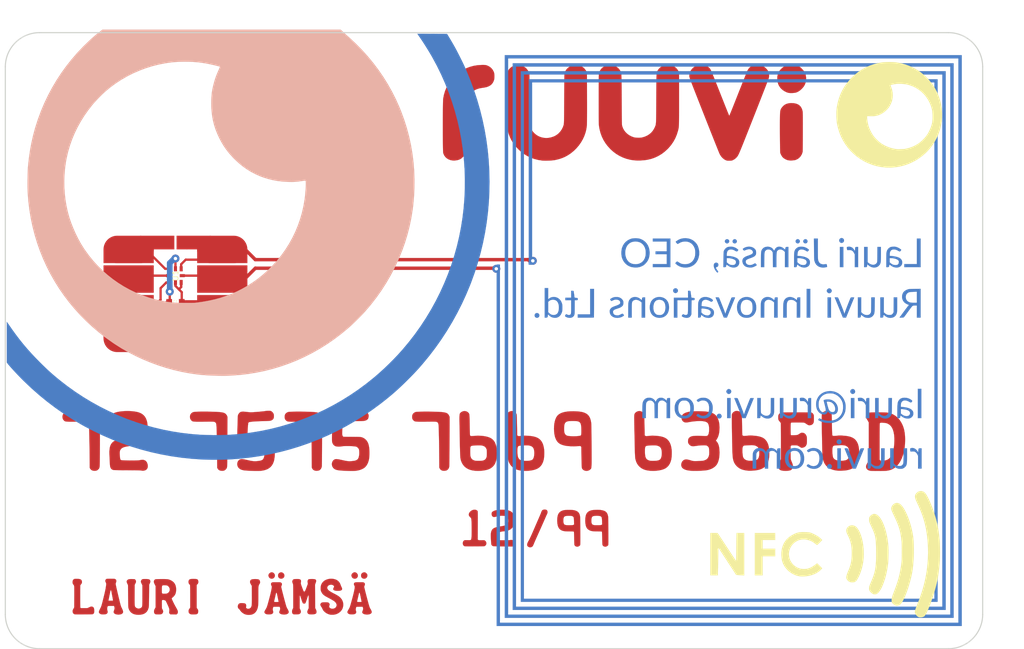
<source format=kicad_pcb>
(kicad_pcb (version 4) (host pcbnew 4.0.1-stable)
  (layers (0 F.Cu signal) (31 B.Cu signal) (34 B.Paste user) (35 F.Paste user) (36 B.SilkS user hide) (37 F.SilkS user) (38 B.Mask user) (39 F.Mask user) (44 Edge.Cuts user))
  (net 0 "")
  (net 1 GND)
  (net 2 "Net-(P2-PadC8)")
  (net 3 "Net-(D1-Pad1)")
  (net 4 VDD)
  (net 5 /SCL)
  (net 6 /FIELD)
  (net 7 /SDA)
  (net 8 /LA)
  (net 9 /LB)
  (module business-card:BUSINESS_BOT_COP (layer B.Cu) (at 145.29 89.27 180)
    (fp_text reference G*** hide)
    (fp_text value BUSINESS_BOT_COP hide)
    (fp_poly (pts (xy -38.481159 -17.889293) (xy -38.480667 -18.04855) (xy -38.479296 -18.193187) (xy -38.477133 -18.319774) (xy -38.474264 -18.424882) (xy -38.470775 -18.50508) (xy -38.466751 -18.556938) (xy -38.464038 -18.573307) (xy -38.420747 -18.672117) (xy -38.353047 -18.749762) (xy -38.294726 -18.788367) (xy -38.24879 -18.808925) (xy -38.203757 -18.820018) (xy -38.147428 -18.8236) (xy -38.083055 -18.822256) (xy -37.946402 -18.803707) (xy -37.826877 -18.757778) (xy -37.718593 -18.681965) (xy -37.689092 -18.654658) (xy -37.617078 -18.584359) (xy -37.617078 -17.266578) (xy -37.312074 -17.266578) (xy -37.312074 -19.045764) (xy -37.406384 -19.045764) (xy -37.480176 -19.042583) (xy -37.527402 -19.02941) (xy -37.55508 -19.000803) (xy -37.570227 -18.951319) (xy -37.575605 -18.914503) (xy -37.583235 -18.859474) (xy -37.590666 -18.818651) (xy -37.594953 -18.804018) (xy -37.610255 -18.807774) (xy -37.643389 -18.829913) (xy -37.687377 -18.865732) (xy -37.690269 -18.868266) (xy -37.754844 -18.918432) (xy -37.831493 -18.968649) (xy -37.887211 -18.999565) (xy -37.942206 -19.025155) (xy -37.989495 -19.04149) (xy -38.040313 -19.050902) (xy -38.105893 -19.055723) (xy -38.166797 -19.05762) (xy -38.244126 -19.057987) (xy -38.312686 -19.055706) (xy -38.362767 -19.051225) (xy -38.379586 -19.047774) (xy -38.4905 -18.998164) (xy -38.587251 -18.929126) (xy -38.621244 -18.895501) (xy -38.659094 -18.851512) (xy -38.690682 -18.80837) (xy -38.71657 -18.762613) (xy -38.737321 -18.710778) (xy -38.753497 -18.649401) (xy -38.76566 -18.575019) (xy -38.774373 -18.484169) (xy -38.780197 -18.373388) (xy -38.783695 -18.239212) (xy -38.785428 -18.07818) (xy -38.78596 -17.886827) (xy -38.785963 -17.880821) (xy -38.786257 -17.266578) (xy -38.481254 -17.266578) (xy -38.481159 -17.889293)) (layer B.Cu) (width 0.01))
    (fp_poly (pts (xy -36.507205 -18.548392) (xy -36.456371 -18.647508) (xy -36.406491 -18.725858) (xy -36.347008 -18.779167) (xy -36.271584 -18.810866) (xy -36.173882 -18.824385) (xy -36.127521 -18.82547) (xy -35.995978 -18.811037) (xy -35.873261 -18.766649) (xy -35.755271 -18.690631) (xy -35.715043 -18.656874) (xy -35.634556 -18.585379) (xy -35.634556 -17.266578) (xy -35.346497 -17.266578) (xy -35.346497 -19.045764) (xy -35.445539 -19.045764) (xy -35.51508 -19.04109) (xy -35.560609 -19.023065) (xy -35.588405 -18.985686) (xy -35.604751 -18.92295) (xy -35.609537 -18.889026) (xy -35.617275 -18.836789) (xy -35.62503 -18.801427) (xy -35.629897 -18.791594) (xy -35.645624 -18.802176) (xy -35.6791 -18.830011) (xy -35.72329 -18.869235) (xy -35.726412 -18.872081) (xy -35.79033 -18.923728) (xy -35.864119 -18.973731) (xy -35.915179 -19.002601) (xy -35.965967 -19.026021) (xy -36.011856 -19.041254) (xy -36.063313 -19.050371) (xy -36.130805 -19.055442) (xy -36.193729 -19.057708) (xy -36.282802 -19.058932) (xy -36.348078 -19.055926) (xy -36.399505 -19.047601) (xy -36.44703 -19.032867) (xy -36.457653 -19.028774) (xy -36.573435 -18.966221) (xy -36.666158 -18.879142) (xy -36.735963 -18.767328) (xy -36.782989 -18.630567) (xy -36.803339 -18.512008) (xy -36.807601 -18.456626) (xy -36.811483 -18.37298) (xy -36.814846 -18.266694) (xy -36.817553 -18.143392) (xy -36.819465 -18.0087) (xy -36.820443 -17.868241) (xy -36.820541 -17.813042) (xy -36.82068 -17.266578) (xy -36.517547 -17.266578) (xy -36.507205 -18.548392)) (layer B.Cu) (width 0.01))
    (fp_poly (pts (xy -31.950715 -18.647683) (xy -31.880044 -18.681067) (xy -31.843777 -18.713425) (xy -31.807259 -18.760118) (xy -31.791144 -18.804856) (xy -31.788125 -18.851248) (xy -31.802009 -18.936845) (xy -31.842163 -19.001984) (xy -31.906345 -19.044517) (xy -31.992311 -19.062301) (xy -32.009258 -19.062708) (xy -32.061524 -19.05717) (xy -32.103315 -19.035629) (xy -32.136186 -19.006095) (xy -32.187696 -18.940117) (xy -32.207642 -18.87336) (xy -32.197795 -18.798946) (xy -32.193188 -18.784759) (xy -32.152663 -18.712769) (xy -32.094056 -18.664969) (xy -32.024396 -18.642795) (xy -31.950715 -18.647683)) (layer B.Cu) (width 0.01))
    (fp_poly (pts (xy -30.466444 -17.250486) (xy -30.371557 -17.269825) (xy -30.27235 -17.302697) (xy -30.179015 -17.344685) (xy -30.101746 -17.391372) (xy -30.061083 -17.426157) (xy -30.020724 -17.469118) (xy -30.06797 -17.537294) (xy -30.101491 -17.577305) (xy -30.133202 -17.60183) (xy -30.145451 -17.60547) (xy -30.174092 -17.59805) (xy -30.223198 -17.57835) (xy -30.283426 -17.550216) (xy -30.299885 -17.541928) (xy -30.362485 -17.511123) (xy -30.411081 -17.492352) (xy -30.458448 -17.482715) (xy -30.517359 -17.47931) (xy -30.576584 -17.479101) (xy -30.656152 -17.480916) (xy -30.713313 -17.486924) (xy -30.759492 -17.499294) (xy -30.806109 -17.520199) (xy -30.813809 -17.524185) (xy -30.873897 -17.56106) (xy -30.930723 -17.604552) (xy -30.952685 -17.625138) (xy -31.021214 -17.719412) (xy -31.071711 -17.835816) (xy -31.104143 -17.967765) (xy -31.118476 -18.108673) (xy -31.114679 -18.251957) (xy -31.092718 -18.391032) (xy -31.052561 -18.519314) (xy -30.994175 -18.630217) (xy -30.957912 -18.677349) (xy -30.869868 -18.755661) (xy -30.7669 -18.805866) (xy -30.645605 -18.829373) (xy -30.585056 -18.83162) (xy -30.475612 -18.823018) (xy -30.377553 -18.795355) (xy -30.279547 -18.744709) (xy -30.222055 -18.705991) (xy -30.165752 -18.671788) (xy -30.122392 -18.66437) (xy -30.083612 -18.685267) (xy -30.041047 -18.736012) (xy -30.038499 -18.739602) (xy -29.991809 -18.805739) (xy -30.063916 -18.867951) (xy -30.194562 -18.958499) (xy -30.343551 -19.020717) (xy -30.51037 -19.054434) (xy -30.644363 -19.060943) (xy -30.721143 -19.057545) (xy -30.795796 -19.049793) (xy -30.853019 -19.039309) (xy -30.856171 -19.038461) (xy -31.000413 -18.981291) (xy -31.127589 -18.896065) (xy -31.234958 -18.785439) (xy -31.319778 -18.652068) (xy -31.364508 -18.5459) (xy -31.407534 -18.379175) (xy -31.42603 -18.206058) (xy -31.420715 -18.032938) (xy -31.392307 -17.866201) (xy -31.341525 -17.712234) (xy -31.269087 -17.577425) (xy -31.252994 -17.554584) (xy -31.146506 -17.437411) (xy -31.020222 -17.346838) (xy -30.876409 -17.283741) (xy -30.717332 -17.248997) (xy -30.545258 -17.243481) (xy -30.466444 -17.250486)) (layer B.Cu) (width 0.01))
    (fp_poly (pts (xy -28.718295 -17.264941) (xy -28.565967 -17.314948) (xy -28.431264 -17.392226) (xy -28.316011 -17.495551) (xy -28.222036 -17.6237) (xy -28.151166 -17.775449) (xy -28.117871 -17.888213) (xy -28.103309 -17.980871) (xy -28.096867 -18.092316) (xy -28.098141 -18.211868) (xy -28.106726 -18.328845) (xy -28.122217 -18.432567) (xy -28.141225 -18.504351) (xy -28.212158 -18.664131) (xy -28.30164 -18.795976) (xy -28.410953 -18.901113) (xy -28.541383 -18.98077) (xy -28.694212 -19.036172) (xy -28.699006 -19.037433) (xy -28.789527 -19.053134) (xy -28.898223 -19.060231) (xy -29.011265 -19.05874) (xy -29.114824 -19.048679) (xy -29.1732 -19.036835) (xy -29.302795 -18.99241) (xy -29.411987 -18.932009) (xy -29.513053 -18.848624) (xy -29.527184 -18.834786) (xy -29.623914 -18.720863) (xy -29.695167 -18.595466) (xy -29.742547 -18.454213) (xy -29.76766 -18.292726) (xy -29.769059 -18.258206) (xy -29.46249 -18.258206) (xy -29.443491 -18.407339) (xy -29.404736 -18.533513) (xy -29.34554 -18.639483) (xy -29.314023 -18.679077) (xy -29.224108 -18.756542) (xy -29.115304 -18.807123) (xy -28.990056 -18.830265) (xy -28.850809 -18.825417) (xy -28.751513 -18.806386) (xy -28.656698 -18.765732) (xy -28.573937 -18.696188) (xy -28.505085 -18.601184) (xy -28.451996 -18.484149) (xy -28.416526 -18.348511) (xy -28.400528 -18.197699) (xy -28.399788 -18.156171) (xy -28.411249 -17.989942) (xy -28.444859 -17.842469) (xy -28.499454 -17.716117) (xy -28.573873 -17.613253) (xy -28.666951 -17.536244) (xy -28.717542 -17.509326) (xy -28.789349 -17.488831) (xy -28.880931 -17.479198) (xy -28.980048 -17.480169) (xy -29.074462 -17.491487) (xy -29.151935 -17.512892) (xy -29.165171 -17.518774) (xy -29.267171 -17.584417) (xy -29.347045 -17.67188) (xy -29.405632 -17.78276) (xy -29.443774 -17.918653) (xy -29.462311 -18.081156) (xy -29.462422 -18.083357) (xy -29.46249 -18.258206) (xy -29.769059 -18.258206) (xy -29.772852 -18.164643) (xy -29.769348 -18.030814) (xy -29.756859 -17.919527) (xy -29.733302 -17.820143) (xy -29.696591 -17.722026) (xy -29.678217 -17.681721) (xy -29.596437 -17.54774) (xy -29.490036 -17.435169) (xy -29.362481 -17.346453) (xy -29.217236 -17.284035) (xy -29.068512 -17.251631) (xy -28.886419 -17.243427) (xy -28.718295 -17.264941)) (layer B.Cu) (width 0.01))
    (fp_poly (pts (xy -39.134518 -17.2493) (xy -39.089671 -17.265839) (xy -39.067287 -17.294734) (xy -39.061665 -17.342824) (xy -39.066191 -17.40781) (xy -39.072969 -17.469015) (xy -39.07959 -17.516315) (xy -39.084704 -17.540179) (xy -39.085019 -17.540808) (xy -39.103852 -17.544957) (xy -39.148379 -17.546206) (xy -39.21052 -17.544457) (xy -39.241046 -17.542732) (xy -39.342687 -17.539984) (xy -39.420272 -17.546038) (xy -39.451502 -17.553294) (xy -39.524797 -17.592649) (xy -39.597145 -17.659095) (xy -39.662447 -17.746227) (xy -39.699638 -17.813865) (xy -39.752101 -17.923791) (xy -39.752101 -19.045764) (xy -40.057104 -19.045764) (xy -40.057104 -17.266578) (xy -39.939492 -17.266578) (xy -39.865961 -17.269811) (xy -39.820691 -17.279163) (xy -39.808261 -17.287758) (xy -39.800601 -17.313074) (xy -39.791313 -17.363483) (xy -39.78187 -17.430334) (xy -39.777258 -17.469913) (xy -39.759874 -17.630887) (xy -39.704443 -17.534387) (xy -39.625045 -17.42265) (xy -39.530759 -17.334704) (xy -39.425854 -17.273096) (xy -39.314604 -17.24037) (xy -39.207528 -17.23828) (xy -39.134518 -17.2493)) (layer B.Cu) (width 0.01))
    (fp_poly (pts (xy -33.36577 -17.267956) (xy -33.330535 -17.277423) (xy -33.319441 -17.292107) (xy -33.319924 -17.2937) (xy -33.328114 -17.314116) (xy -33.347881 -17.362965) (xy -33.378025 -17.437294) (xy -33.417347 -17.534148) (xy -33.464646 -17.650572) (xy -33.518723 -17.783613) (xy -33.578376 -17.930315) (xy -33.642406 -18.087725) (xy -33.681291 -18.183294) (xy -34.03225 -19.045764) (xy -34.168326 -19.045574) (xy -34.304403 -19.045383) (xy -34.66024 -18.172043) (xy -34.726592 -18.009156) (xy -34.789121 -17.855576) (xy -34.846656 -17.714191) (xy -34.898024 -17.587883) (xy -34.942052 -17.479539) (xy -34.977568 -17.392044) (xy -35.003398 -17.328284) (xy -35.018371 -17.291142) (xy -35.021725 -17.28264) (xy -35.008794 -17.274981) (xy -34.968102 -17.269441) (xy -34.905751 -17.266732) (xy -34.884558 -17.266578) (xy -34.809858 -17.26799) (xy -34.761426 -17.273111) (xy -34.731725 -17.283269) (xy -34.71611 -17.296231) (xy -34.703174 -17.319826) (xy -34.680027 -17.370961) (xy -34.648313 -17.445427) (xy -34.609677 -17.539017) (xy -34.565764 -17.647522) (xy -34.518218 -17.766734) (xy -34.468685 -17.892446) (xy -34.41881 -18.020448) (xy -34.370237 -18.146534) (xy -34.324611 -18.266494) (xy -34.283577 -18.376122) (xy -34.24878 -18.471209) (xy -34.221864 -18.547546) (xy -34.204476 -18.600927) (xy -34.200368 -18.615651) (xy -34.184935 -18.668704) (xy -34.170693 -18.703372) (xy -34.16063 -18.712448) (xy -34.16035 -18.712169) (xy -34.149606 -18.688796) (xy -34.135776 -18.644332) (xy -34.127916 -18.613676) (xy -34.116627 -18.57668) (xy -34.094741 -18.514265) (xy -34.063923 -18.430621) (xy -34.025836 -18.329935) (xy -33.982144 -18.216396) (xy -33.93451 -18.094193) (xy -33.884598 -17.967513) (xy -33.834071 -17.840545) (xy -33.784595 -17.717478) (xy -33.737831 -17.6025) (xy -33.695445 -17.499799) (xy -33.659098 -17.413564) (xy -33.630457 -17.347983) (xy -33.611183 -17.307245) (xy -33.604608 -17.296231) (xy -33.577003 -17.280749) (xy -33.530761 -17.270104) (xy -33.474438 -17.264373) (xy -33.416589 -17.263632) (xy -33.36577 -17.267956)) (layer B.Cu) (width 0.01))
    (fp_poly (pts (xy -32.686191 -19.045764) (xy -32.991194 -19.045764) (xy -32.991194 -17.266578) (xy -32.686191 -17.266578) (xy -32.686191 -19.045764)) (layer B.Cu) (width 0.01))
    (fp_poly (pts (xy -26.799557 -17.247823) (xy -26.789217 -17.249679) (xy -26.678205 -17.286881) (xy -26.584267 -17.353216) (xy -26.507244 -17.448826) (xy -26.458513 -17.544518) (xy -26.431003 -17.610651) (xy -26.382283 -17.525347) (xy -26.301615 -17.416131) (xy -26.199883 -17.333111) (xy -26.07831 -17.276952) (xy -25.938121 -17.248319) (xy -25.865977 -17.244557) (xy -25.741345 -17.250786) (xy -25.639058 -17.273924) (xy -25.550448 -17.31722) (xy -25.466846 -17.383925) (xy -25.449713 -17.400612) (xy -25.38635 -17.471382) (xy -25.342722 -17.540548) (xy -25.315173 -17.60547) (xy -25.305095 -17.634276) (xy -25.296828 -17.662067) (xy -25.290153 -17.692507) (xy -25.284848 -17.729256) (xy -25.280694 -17.775976) (xy -25.277469 -17.836329) (xy -25.274955 -17.913975) (xy -25.272929 -18.012577) (xy -25.271172 -18.135795) (xy -25.269463 -18.287292) (xy -25.268497 -18.380687) (xy -25.26171 -19.045764) (xy -25.567596 -19.045764) (xy -25.572757 -18.397632) (xy -25.574152 -18.231757) (xy -25.575568 -18.096206) (xy -25.577209 -17.987418) (xy -25.579276 -17.901827) (xy -25.581973 -17.83587) (xy -25.585501 -17.785984) (xy -25.590065 -17.748604) (xy -25.595865 -17.720168) (xy -25.603104 -17.69711) (xy -25.611986 -17.675869) (xy -25.61403 -17.671411) (xy -25.6696 -17.586708) (xy -25.743046 -17.526343) (xy -25.829022 -17.489966) (xy -25.922186 -17.477231) (xy -26.017192 -17.487789) (xy -26.108697 -17.521292) (xy -26.191356 -17.577392) (xy -26.259826 -17.655742) (xy -26.29293 -17.71561) (xy -26.300941 -17.736148) (xy -26.307505 -17.761104) (xy -26.312806 -17.794017) (xy -26.317022 -17.838426) (xy -26.320335 -17.897868) (xy -26.322926 -17.975884) (xy -26.324976 -18.076011) (xy -26.326666 -18.201788) (xy -26.328176 -18.356755) (xy -26.328664 -18.414576) (xy -26.333845 -19.045764) (xy -26.616643 -19.045764) (xy -26.623961 -18.406104) (xy -26.626062 -18.237478) (xy -26.628251 -18.099243) (xy -26.630705 -17.9879) (xy -26.6336 -17.899951) (xy -26.637114 -17.831896) (xy -26.641422 -17.780239) (xy -26.646703 -17.741479) (xy -26.653131 -17.712119) (xy -26.660108 -17.690676) (xy -26.709374 -17.596524) (xy -26.77562 -17.531231) (xy -26.861023 -17.493315) (xy -26.967378 -17.481289) (xy -27.059765 -17.489021) (xy -27.139817 -17.514494) (xy -27.21728 -17.562028) (xy -27.289505 -17.624083) (xy -27.382521 -17.712054) (xy -27.382521 -19.045764) (xy -27.687525 -19.045764) (xy -27.687525 -17.266578) (xy -27.578595 -17.266578) (xy -27.50519 -17.270168) (xy -27.458241 -17.284752) (xy -27.430728 -17.316048) (xy -27.415632 -17.369776) (xy -27.410979 -17.403128) (xy -27.403844 -17.454154) (xy -27.396876 -17.489361) (xy -27.393449 -17.498523) (xy -27.3788 -17.491193) (xy -27.346679 -17.465317) (xy -27.303649 -17.426237) (xy -27.29757 -17.420441) (xy -27.182009 -17.32947) (xy -27.058831 -17.26982) (xy -26.93052 -17.242327) (xy -26.799557 -17.247823)) (layer B.Cu) (width 0.01))
    (fp_poly (pts (xy 4.014218 18.939965) (xy 3.878013 18.744358) (xy 3.730242 18.524901) (xy 3.574866 18.287866) (xy 3.415845 18.039525) (xy 3.257141 17.786151) (xy 3.102715 17.534015) (xy 2.956529 17.289391) (xy 2.822543 17.05855) (xy 2.791534 17.003936) (xy 2.385388 16.250789) (xy 2.009698 15.483373) (xy 1.664644 14.702648) (xy 1.350407 13.909576) (xy 1.067169 13.105116) (xy 0.815111 12.290231) (xy 0.594414 11.46588) (xy 0.405259 10.633024) (xy 0.247827 9.792624) (xy 0.1223 8.945641) (xy 0.028858 8.093036) (xy -0.032318 7.235769) (xy -0.061046 6.374801) (xy -0.057145 5.511093) (xy -0.020434 4.645606) (xy 0.049268 3.7793) (xy 0.145 2.96531) (xy 0.277215 2.116629) (xy 0.44234 1.274932) (xy 0.639935 0.441188) (xy 0.86956 -0.383633) (xy 1.130772 -1.198561) (xy 1.423131 -2.002627) (xy 1.746198 -2.79486) (xy 2.099529 -3.57429) (xy 2.482686 -4.339949) (xy 2.895227 -5.090865) (xy 3.336711 -5.82607) (xy 3.806697 -6.544593) (xy 4.304745 -7.245465) (xy 4.830413 -7.927716) (xy 5.383262 -8.590375) (xy 5.413213 -8.624817) (xy 5.784111 -9.038011) (xy 6.179968 -9.4558) (xy 6.593826 -9.871385) (xy 7.018729 -10.277966) (xy 7.447717 -10.668747) (xy 7.873833 -11.036929) (xy 7.930087 -11.083972) (xy 8.600178 -11.620325) (xy 9.28812 -12.128274) (xy 9.993076 -12.607479) (xy 10.714205 -13.057599) (xy 11.450671 -13.478292) (xy 12.201634 -13.869219) (xy 12.966256 -14.230037) (xy 13.743697 -14.560407) (xy 14.53312 -14.859986) (xy 15.333685 -15.128435) (xy 16.144554 -15.365412) (xy 16.964889 -15.570575) (xy 17.79385 -15.743586) (xy 18.630599 -15.884101) (xy 19.474298 -15.991781) (xy 20.155637 -16.054201) (xy 20.749232 -16.089884) (xy 21.362724 -16.10917) (xy 21.986398 -16.112145) (xy 22.610542 -16.098896) (xy 23.225442 -16.069507) (xy 23.821383 -16.024066) (xy 23.849567 -16.021462) (xy 24.691545 -15.926065) (xy 25.527739 -15.797514) (xy 26.35719 -15.636198) (xy 27.178939 -15.442507) (xy 27.992026 -15.216832) (xy 28.795494 -14.959561) (xy 29.588382 -14.671085) (xy 30.369733 -14.351793) (xy 31.138588 -14.002076) (xy 31.893987 -13.622322) (xy 32.634971 -13.212922) (xy 33.360582 -12.774265) (xy 34.069861 -12.306741) (xy 34.761849 -11.81074) (xy 35.371915 -11.338021) (xy 35.621334 -11.135397) (xy 35.853145 -10.942208) (xy 36.07308 -10.75329) (xy 36.286873 -10.563479) (xy 36.500255 -10.367612) (xy 36.718958 -10.160525) (xy 36.948716 -9.937054) (xy 37.160264 -9.727083) (xy 37.553193 -9.326175) (xy 37.92179 -8.933241) (xy 38.27101 -8.542311) (xy 38.605808 -8.147414) (xy 38.931138 -7.742582) (xy 39.251955 -7.321845) (xy 39.573215 -6.879232) (xy 39.831678 -6.508578) (xy 40.057105 -6.179998) (xy 40.057105 -9.748555) (xy 39.985581 -9.84329) (xy 39.916901 -9.930119) (xy 39.826889 -10.037407) (xy 39.718492 -10.16197) (xy 39.594659 -10.300628) (xy 39.45834 -10.450198) (xy 39.312484 -10.607498) (xy 39.160038 -10.769345) (xy 39.003952 -10.932557) (xy 38.847174 -11.093952) (xy 38.692653 -11.250349) (xy 38.555219 -11.38689) (xy 37.895205 -12.012736) (xy 37.216007 -12.610848) (xy 36.517924 -13.181004) (xy 35.801253 -13.722982) (xy 35.066294 -14.236558) (xy 34.313347 -14.72151) (xy 33.542709 -15.177616) (xy 33.241254 -15.345537) (xy 32.440811 -15.764782) (xy 31.629604 -16.151905) (xy 30.807839 -16.506849) (xy 29.97572 -16.829555) (xy 29.133455 -17.119966) (xy 28.281248 -17.378025) (xy 27.419305 -17.603674) (xy 26.547831 -17.796856) (xy 25.667033 -17.957514) (xy 24.777116 -18.085589) (xy 23.878285 -18.181024) (xy 22.970746 -18.243762) (xy 22.858306 -18.249228) (xy 22.772419 -18.252301) (xy 22.658151 -18.255013) (xy 22.520404 -18.257348) (xy 22.364079 -18.259294) (xy 22.19408 -18.260835) (xy 22.015309 -18.261957) (xy 21.832668 -18.262646) (xy 21.651059 -18.262888) (xy 21.475385 -18.262668) (xy 21.310548 -18.261973) (xy 21.161451 -18.260786) (xy 21.032996 -18.259095) (xy 20.930085 -18.256885) (xy 20.875784 -18.255018) (xy 20.464667 -18.233693) (xy 20.040339 -18.205018) (xy 19.638826 -18.171805) (xy 18.747638 -18.074137) (xy 17.863502 -17.943475) (xy 16.987172 -17.780125) (xy 16.119399 -17.58439) (xy 15.260936 -17.356576) (xy 14.412536 -17.096988) (xy 13.574951 -16.805931) (xy 12.748934 -16.483709) (xy 11.935236 -16.130627) (xy 11.13461 -15.74699) (xy 10.347809 -15.333103) (xy 9.575586 -14.88927) (xy 8.818692 -14.415797) (xy 8.07788 -13.912989) (xy 7.353902 -13.381149) (xy 6.862575 -12.99581) (xy 6.607155 -12.787983) (xy 6.36855 -12.589076) (xy 6.141449 -12.394297) (xy 5.92054 -12.198848) (xy 5.700511 -11.997936) (xy 5.47605 -11.786764) (xy 5.241846 -11.560539) (xy 4.992588 -11.314465) (xy 4.921795 -11.243776) (xy 4.739184 -11.060332) (xy 4.576867 -10.89557) (xy 4.430534 -10.744864) (xy 4.295874 -10.603591) (xy 4.168579 -10.467125) (xy 4.044339 -10.330841) (xy 3.918844 -10.190116) (xy 3.787785 -10.040324) (xy 3.646851 -9.876841) (xy 3.633944 -9.861774) (xy 3.063873 -9.170114) (xy 2.519075 -8.456343) (xy 2.000332 -7.721777) (xy 1.508427 -6.967729) (xy 1.044141 -6.195515) (xy 0.608256 -5.406447) (xy 0.201554 -4.601839) (xy -0.175182 -3.783007) (xy -0.52117 -2.951264) (xy -0.601404 -2.74503) (xy -0.909883 -1.89406) (xy -1.185981 -1.033432) (xy -1.42961 -0.163778) (xy -1.640677 0.714271) (xy -1.819092 1.600085) (xy -1.964765 2.493031) (xy -2.077606 3.392479) (xy -2.157523 4.297797) (xy -2.204427 5.208355) (xy -2.218227 6.12352) (xy -2.198831 7.042662) (xy -2.146151 7.965149) (xy -2.143026 8.006338) (xy -2.058335 8.890839) (xy -1.94013 9.77433) (xy -1.78878 10.655366) (xy -1.604659 11.532502) (xy -1.388138 12.404292) (xy -1.139588 13.269291) (xy -0.85938 14.126055) (xy -0.547887 14.973139) (xy -0.20548 15.809096) (xy -0.041022 16.182121) (xy 0.024812 16.325066) (xy 0.103869 16.491604) (xy 0.193074 16.675619) (xy 0.289351 16.870991) (xy 0.389626 17.071603) (xy 0.490822 17.271336) (xy 0.589866 17.464071) (xy 0.68368 17.64369) (xy 0.769192 17.804075) (xy 0.830677 17.916443) (xy 0.890807 18.023296) (xy 0.963568 18.150452) (xy 1.043949 18.28928) (xy 1.126935 18.43115) (xy 1.207514 18.567431) (xy 1.253903 18.645062) (xy 1.4996 19.054236) (xy 2.800616 19.058578) (xy 4.101631 19.062918) (xy 4.014218 18.939965)) (layer B.Cu) (width 0.01))
    (fp_poly (pts (xy -32.745034 -16.506815) (xy -32.683445 -16.550832) (xy -32.64349 -16.606392) (xy -32.621623 -16.679951) (xy -32.628512 -16.750743) (xy -32.65908 -16.814027) (xy -32.708251 -16.865061) (xy -32.770949 -16.899104) (xy -32.842098 -16.911414) (xy -32.916622 -16.89725) (xy -32.942169 -16.885376) (xy -33.002936 -16.834365) (xy -33.039644 -16.764596) (xy -33.049172 -16.683957) (xy -33.041051 -16.635447) (xy -33.006615 -16.564919) (xy -32.952842 -16.516283) (xy -32.886686 -16.490049) (xy -32.815098 -16.486723) (xy -32.745034 -16.506815)) (layer B.Cu) (width 0.01))
    (fp_poly (pts (xy -31.83435 -12.265962) (xy -31.632398 -12.310095) (xy -31.4472 -12.383168) (xy -31.279518 -12.484864) (xy -31.130117 -12.614866) (xy -31.101054 -12.645824) (xy -31.015474 -12.757686) (xy -30.939514 -12.890072) (xy -30.879933 -13.029739) (xy -30.847539 -13.142735) (xy -30.825686 -13.299942) (xy -30.823247 -13.464393) (xy -30.839406 -13.626056) (xy -30.87335 -13.7749) (xy -30.906041 -13.863372) (xy -30.950832 -13.946353) (xy -31.010745 -14.033468) (xy -31.076041 -14.111527) (xy -31.121566 -14.15526) (xy -31.210245 -14.214635) (xy -31.313332 -14.259959) (xy -31.421519 -14.288845) (xy -31.525498 -14.298906) (xy -31.615962 -14.287755) (xy -31.626134 -14.284659) (xy -31.705374 -14.245095) (xy -31.771196 -14.186848) (xy -31.814792 -14.118395) (xy -31.82266 -14.095533) (xy -31.840724 -14.028451) (xy -31.914041 -14.109997) (xy -32.012154 -14.196626) (xy -32.127741 -14.256226) (xy -32.250876 -14.288595) (xy -32.368628 -14.294468) (xy -32.472466 -14.271879) (xy -32.560968 -14.22387) (xy -32.632713 -14.153483) (xy -32.686278 -14.063759) (xy -32.720241 -13.95774) (xy -32.732854 -13.841466) (xy -32.497857 -13.841466) (xy -32.483578 -13.932386) (xy -32.450355 -14.007687) (xy -32.397541 -14.061851) (xy -32.391946 -14.065414) (xy -32.320589 -14.091336) (xy -32.235182 -14.095483) (xy -32.147664 -14.077826) (xy -32.117844 -14.066082) (xy -32.036622 -14.011984) (xy -31.966182 -13.930977) (xy -31.921033 -13.849862) (xy -31.906446 -13.810348) (xy -31.885636 -13.744991) (xy -31.860697 -13.660804) (xy -31.833719 -13.564797) (xy -31.812817 -13.487019) (xy -31.784615 -13.377681) (xy -31.765284 -13.296813) (xy -31.754103 -13.240386) (xy -31.75035 -13.204367) (xy -31.753304 -13.184726) (xy -31.757716 -13.17931) (xy -31.784182 -13.172992) (xy -31.834639 -13.169734) (xy -31.899283 -13.170069) (xy -31.91521 -13.170714) (xy -32.045935 -13.188908) (xy -32.159414 -13.232381) (xy -32.263529 -13.304648) (xy -32.3077 -13.345768) (xy -32.378452 -13.43199) (xy -32.433489 -13.53019) (xy -32.472167 -13.634849) (xy -32.493838 -13.740447) (xy -32.497857 -13.841466) (xy -32.732854 -13.841466) (xy -32.73318 -13.838467) (xy -32.723673 -13.708982) (xy -32.690297 -13.572327) (xy -32.64188 -13.452346) (xy -32.560283 -13.319835) (xy -32.452543 -13.203234) (xy -32.324384 -13.106933) (xy -32.181535 -13.03532) (xy -32.046282 -12.995828) (xy -31.968046 -12.9854) (xy -31.879685 -12.981459) (xy -31.787386 -12.98332) (xy -31.697333 -12.990301) (xy -31.615715 -13.001716) (xy -31.548716 -13.016883) (xy -31.502522 -13.035117) (xy -31.483321 -13.055734) (xy -31.483122 -13.05809) (xy -31.487282 -13.080606) (xy -31.498882 -13.130505) (xy -31.516599 -13.202433) (xy -31.539109 -13.291035) (xy -31.565091 -13.390956) (xy -31.569275 -13.406848) (xy -31.611317 -13.573316) (xy -31.641562 -13.710894) (xy -31.660034 -13.822452) (xy -31.666756 -13.910861) (xy -31.661753 -13.978991) (xy -31.645048 -14.029712) (xy -31.616667 -14.065896) (xy -31.576632 -14.090412) (xy -31.575006 -14.091099) (xy -31.481076 -14.113903) (xy -31.389662 -14.104538) (xy -31.302998 -14.064726) (xy -31.22332 -13.996186) (xy -31.152862 -13.900639) (xy -31.093859 -13.779804) (xy -31.065891 -13.699223) (xy -31.047623 -13.610865) (xy -31.037548 -13.501483) (xy -31.035661 -13.382939) (xy -31.041958 -13.267091) (xy -31.056435 -13.1658) (xy -31.066102 -13.126462) (xy -31.132028 -12.95477) (xy -31.22179 -12.807166) (xy -31.335394 -12.683646) (xy -31.472846 -12.584204) (xy -31.63415 -12.508836) (xy -31.737291 -12.476507) (xy -31.829331 -12.459212) (xy -31.940644 -12.449107) (xy -32.060476 -12.446174) (xy -32.178068 -12.450395) (xy -32.282665 -12.461755) (xy -32.354884 -12.477481) (xy -32.539362 -12.550559) (xy -32.706232 -12.651438) (xy -32.853073 -12.777626) (xy -32.977466 -12.926628) (xy -33.076992 -13.095951) (xy -33.149232 -13.283103) (xy -33.154536 -13.301534) (xy -33.170992 -13.385889) (xy -33.181572 -13.493522) (xy -33.186258 -13.614332) (xy -33.185034 -13.73822) (xy -33.177882 -13.855084) (xy -33.164786 -13.954823) (xy -33.155702 -13.996264) (xy -33.090373 -14.181805) (xy -32.998376 -14.349418) (xy -32.882054 -14.496607) (xy -32.743751 -14.62088) (xy -32.58581 -14.719742) (xy -32.410574 -14.7907) (xy -32.40853 -14.791325) (xy -32.206466 -14.836391) (xy -31.992992 -14.85385) (xy -31.775434 -14.844336) (xy -31.561115 -14.808482) (xy -31.357362 -14.746922) (xy -31.225199 -14.689003) (xy -31.170419 -14.663414) (xy -31.12494 -14.645731) (xy -31.101522 -14.64016) (xy -31.078667 -14.654639) (xy -31.052669 -14.691798) (xy -31.042767 -14.711693) (xy -31.010741 -14.783226) (xy -31.090194 -14.83021) (xy -31.17197 -14.872654) (xy -31.274646 -14.917259) (xy -31.385955 -14.959222) (xy -31.49363 -14.993736) (xy -31.538099 -15.005673) (xy -31.602612 -15.017196) (xy -31.693615 -15.027133) (xy -31.80372 -15.034823) (xy -31.91521 -15.039339) (xy -32.030388 -15.04161) (xy -32.120317 -15.04096) (xy -32.193553 -15.036894) (xy -32.258649 -15.028912) (xy -32.324159 -15.016516) (xy -32.330353 -15.01517) (xy -32.541458 -14.953454) (xy -32.733604 -14.865623) (xy -32.904974 -14.753026) (xy -33.053753 -14.617012) (xy -33.178123 -14.458931) (xy -33.252517 -14.330252) (xy -33.309633 -14.207629) (xy -33.350999 -14.095518) (xy -33.378782 -13.984113) (xy -33.395148 -13.863611) (xy -33.402262 -13.724206) (xy -33.403026 -13.648899) (xy -33.40248 -13.545063) (xy -33.400038 -13.466261) (xy -33.394711 -13.403648) (xy -33.38551 -13.348381) (xy -33.371449 -13.291615) (xy -33.357954 -13.245491) (xy -33.29077 -13.060958) (xy -33.205935 -12.898409) (xy -33.098235 -12.749513) (xy -32.962457 -12.605943) (xy -32.950708 -12.594889) (xy -32.789389 -12.466933) (xy -32.611232 -12.367907) (xy -32.418267 -12.298586) (xy -32.212519 -12.259747) (xy -32.052293 -12.251086) (xy -31.83435 -12.265962)) (layer B.Cu) (width 0.01))
    (fp_poly (pts (xy -38.523616 -12.830831) (xy -38.376719 -12.850512) (xy -38.251916 -12.895603) (xy -38.148103 -12.966809) (xy -38.064176 -13.064832) (xy -38.013787 -13.155997) (xy -37.995155 -13.201428) (xy -37.97982 -13.251108) (xy -37.96748 -13.308678) (xy -37.957832 -13.377778) (xy -37.950574 -13.462048) (xy -37.945403 -13.565131) (xy -37.942017 -13.690665) (xy -37.940112 -13.842293) (xy -37.939386 -14.023655) (xy -37.939361 -14.051334) (xy -37.939026 -14.623215) (xy -38.038619 -14.623215) (xy -38.102177 -14.620491) (xy -38.142784 -14.607833) (xy -38.168117 -14.578519) (xy -38.185853 -14.525823) (xy -38.194717 -14.486503) (xy -38.206349 -14.434854) (xy -38.215856 -14.398721) (xy -38.219879 -14.388139) (xy -38.234409 -14.395113) (xy -38.266753 -14.419532) (xy -38.306835 -14.453446) (xy -38.42771 -14.540349) (xy -38.564271 -14.604718) (xy -38.709081 -14.644542) (xy -38.854706 -14.657806) (xy -38.993709 -14.642496) (xy -38.999793 -14.641079) (xy -39.108936 -14.598733) (xy -39.202495 -14.530287) (xy -39.275202 -14.441082) (xy -39.32179 -14.336455) (xy -39.328957 -14.30747) (xy -39.339789 -14.184028) (xy -39.338406 -14.17651) (xy -39.052687 -14.17651) (xy -39.049526 -14.226742) (xy -39.021787 -14.310244) (xy -38.969054 -14.37531) (xy -38.89552 -14.420727) (xy -38.80538 -14.445278) (xy -38.702828 -14.447748) (xy -38.592057 -14.426921) (xy -38.491401 -14.388495) (xy -38.423305 -14.351481) (xy -38.355479 -14.30725) (xy -38.316044 -14.276636) (xy -38.244029 -14.213904) (xy -38.244029 -13.826818) (xy -38.316044 -13.826918) (xy -38.38576 -13.830791) (xy -38.475661 -13.841025) (xy -38.574261 -13.855774) (xy -38.670074 -13.873193) (xy -38.751614 -13.891437) (xy -38.7941 -13.903728) (xy -38.904117 -13.952992) (xy -38.984392 -14.015516) (xy -39.034168 -14.090341) (xy -39.052687 -14.17651) (xy -39.338406 -14.17651) (xy -39.319167 -14.071929) (xy -39.267729 -13.971631) (xy -39.186115 -13.883589) (xy -39.074964 -13.808261) (xy -38.934914 -13.746103) (xy -38.766604 -13.697573) (xy -38.570673 -13.663126) (xy -38.404894 -13.646733) (xy -38.244029 -13.635425) (xy -38.244124 -13.506605) (xy -38.24646 -13.43405) (xy -38.252504 -13.366237) (xy -38.260965 -13.317512) (xy -38.261245 -13.316486) (xy -38.303664 -13.218132) (xy -38.367709 -13.143465) (xy -38.450234 -13.093042) (xy -38.548096 -13.067422) (xy -38.658151 -13.067161) (xy -38.777254 -13.092819) (xy -38.902262 -13.144953) (xy -38.978806 -13.189183) (xy -39.05246 -13.230686) (xy -39.10844 -13.247703) (xy -39.15203 -13.240673) (xy -39.188512 -13.21004) (xy -39.191 -13.206942) (xy -39.227196 -13.153334) (xy -39.236942 -13.112504) (xy -39.220203 -13.076003) (xy -39.190348 -13.04647) (xy -39.058011 -12.954735) (xy -38.905972 -12.886659) (xy -38.740665 -12.844321) (xy -38.568519 -12.829801) (xy -38.523616 -12.830831)) (layer B.Cu) (width 0.01))
    (fp_poly (pts (xy -37.159407 -13.500634) (xy -37.159328 -13.664656) (xy -37.159049 -13.798406) (xy -37.158369 -13.905501) (xy -37.157088 -13.989558) (xy -37.155003 -14.054194) (xy -37.151913 -14.103026) (xy -37.147618 -14.139671) (xy -37.141915 -14.167746) (xy -37.134604 -14.190868) (xy -37.125484 -14.212654) (xy -37.119007 -14.226703) (xy -37.062659 -14.311492) (xy -36.986531 -14.372132) (xy -36.894748 -14.408496) (xy -36.791432 -14.420457) (xy -36.680708 -14.407889) (xy -36.566698 -14.370667) (xy -36.453528 -14.308662) (xy -36.375884 -14.249472) (xy -36.295397 -14.180018) (xy -36.295397 -12.860974) (xy -35.990393 -12.860974) (xy -35.990393 -14.6247) (xy -36.113242 -14.619722) (xy -36.23609 -14.614743) (xy -36.248408 -14.555437) (xy -36.259777 -14.495799) (xy -36.27029 -14.433331) (xy -36.270612 -14.431227) (xy -36.280499 -14.366323) (xy -36.36021 -14.440884) (xy -36.488859 -14.540713) (xy -36.627685 -14.610564) (xy -36.773232 -14.649481) (xy -36.922046 -14.65651) (xy -37.058743 -14.634026) (xy -37.17831 -14.584729) (xy -37.281677 -14.507124) (xy -37.365574 -14.404233) (xy -37.417747 -14.302612) (xy -37.427334 -14.277817) (xy -37.435202 -14.253146) (xy -37.441551 -14.225041) (xy -37.446582 -14.189947) (xy -37.450497 -14.144304) (xy -37.453497 -14.084555) (xy -37.455782 -14.007142) (xy -37.457553 -13.908509) (xy -37.459012 -13.785097) (xy -37.460359 -13.633349) (xy -37.46114 -13.534523) (xy -37.466368 -12.860974) (xy -37.159573 -12.860974) (xy -37.159407 -13.500634)) (layer B.Cu) (width 0.01))
    (fp_poly (pts (xy -28.822815 -13.476377) (xy -28.822595 -13.655068) (xy -28.821618 -13.803278) (xy -28.819411 -13.924415) (xy -28.815502 -14.021888) (xy -28.809415 -14.099104) (xy -28.800678 -14.159471) (xy -28.788818 -14.206397) (xy -28.77336 -14.243289) (xy -28.753832 -14.273556) (xy -28.72976 -14.300605) (xy -28.705066 -14.323889) (xy -28.616716 -14.381918) (xy -28.514237 -14.412439) (xy -28.402532 -14.415987) (xy -28.286503 -14.393096) (xy -28.171052 -14.344299) (xy -28.061082 -14.270129) (xy -28.039126 -14.251365) (xy -27.958639 -14.179775) (xy -27.958639 -12.860974) (xy -27.653636 -12.860974) (xy -27.653636 -14.623215) (xy -27.761701 -14.623215) (xy -27.832092 -14.62011) (xy -27.876214 -14.606389) (xy -27.901375 -14.575448) (xy -27.914882 -14.52068) (xy -27.919751 -14.480356) (xy -27.926223 -14.42902) (xy -27.932793 -14.394747) (xy -27.936735 -14.385991) (xy -27.952394 -14.395936) (xy -27.987026 -14.422182) (xy -28.033562 -14.459347) (xy -28.040269 -14.464823) (xy -28.160555 -14.551194) (xy -28.278125 -14.608848) (xy -28.401231 -14.641136) (xy -28.497921 -14.650556) (xy -28.616089 -14.649731) (xy -28.709249 -14.636033) (xy -28.731236 -14.629969) (xy -28.846409 -14.57735) (xy -28.945516 -14.497329) (xy -29.025396 -14.393841) (xy -29.082884 -14.270822) (xy -29.111241 -14.157238) (xy -29.115112 -14.116293) (xy -29.118663 -14.046196) (xy -29.121782 -13.951686) (xy -29.124356 -13.837499) (xy -29.126275 -13.708373) (xy -29.127427 -13.569046) (xy -29.12772 -13.458272) (xy -29.127818 -12.860974) (xy -28.822815 -12.860974) (xy -28.822815 -13.476377)) (layer B.Cu) (width 0.01))
    (fp_poly (pts (xy -26.854102 -13.500634) (xy -26.852646 -13.665461) (xy -26.851165 -13.799985) (xy -26.849455 -13.907795) (xy -26.84731 -13.992476) (xy -26.844527 -14.057615) (xy -26.840899 -14.106798) (xy -26.836224 -14.143614) (xy -26.830295 -14.171647) (xy -26.822909 -14.194485) (xy -26.81386 -14.215715) (xy -26.813219 -14.217104) (xy -26.754756 -14.307773) (xy -26.676026 -14.371389) (xy -26.577459 -14.407733) (xy -26.459484 -14.416587) (xy -26.42515 -14.41431) (xy -26.32293 -14.397643) (xy -26.234395 -14.364998) (xy -26.145683 -14.310787) (xy -26.118613 -14.290746) (xy -26.083304 -14.264492) (xy -26.054389 -14.242497) (xy -26.031229 -14.221252) (xy -26.013188 -14.197249) (xy -25.999627 -14.166977) (xy -25.989911 -14.126927) (xy -25.983402 -14.073591) (xy -25.979462 -14.003459) (xy -25.977455 -13.913022) (xy -25.976743 -13.798771) (xy -25.976689 -13.657196) (xy -25.976681 -13.509106) (xy -25.976117 -12.860974) (xy -25.671114 -12.860974) (xy -25.671114 -14.623215) (xy -25.78913 -14.623215) (xy -25.855957 -14.621457) (xy -25.898874 -14.611927) (xy -25.924479 -14.588239) (xy -25.939369 -14.54401) (xy -25.95014 -14.472855) (xy -25.950918 -14.466644) (xy -25.963036 -14.369379) (xy -26.045947 -14.443924) (xy -26.179195 -14.543888) (xy -26.320963 -14.612981) (xy -26.46846 -14.650404) (xy -26.618892 -14.655356) (xy -26.72618 -14.638668) (xy -26.845229 -14.593782) (xy -26.949808 -14.520746) (xy -27.035447 -14.423789) (xy -27.097676 -14.307144) (xy -27.1086 -14.276785) (xy -27.117969 -14.246877) (xy -27.125594 -14.217426) (xy -27.131653 -14.184704) (xy -27.136327 -14.14498) (xy -27.139794 -14.094526) (xy -27.142233 -14.029613) (xy -27.143823 -13.946513) (xy -27.144744 -13.841496) (xy -27.145175 -13.710833) (xy -27.145294 -13.550795) (xy -27.145297 -13.512986) (xy -27.145297 -12.860974) (xy -26.859438 -12.860974) (xy -26.854102 -13.500634)) (layer B.Cu) (width 0.01))
    (fp_poly (pts (xy -22.27849 -14.23709) (xy -22.237219 -14.252428) (xy -22.194744 -14.286303) (xy -22.190199 -14.29056) (xy -22.152215 -14.331106) (xy -22.134487 -14.368423) (xy -22.129732 -14.419026) (xy -22.129686 -14.427739) (xy -22.142831 -14.517049) (xy -22.181332 -14.586124) (xy -22.241643 -14.631414) (xy -22.312756 -14.654222) (xy -22.380107 -14.649123) (xy -22.43469 -14.627425) (xy -22.497979 -14.579185) (xy -22.535524 -14.514982) (xy -22.546429 -14.441895) (xy -22.529798 -14.367005) (xy -22.484736 -14.297393) (xy -22.477409 -14.289764) (xy -22.437156 -14.254608) (xy -22.398678 -14.238057) (xy -22.345448 -14.233536) (xy -22.335923 -14.233489) (xy -22.27849 -14.23709)) (layer B.Cu) (width 0.01))
    (fp_poly (pts (xy -20.857991 -12.8336) (xy -20.736265 -12.849666) (xy -20.636689 -12.87707) (xy -20.577519 -12.903445) (xy -20.514376 -12.937759) (xy -20.454599 -12.975185) (xy -20.405526 -13.010902) (xy -20.374498 -13.040086) (xy -20.367445 -13.05404) (xy -20.378474 -13.081349) (xy -20.405697 -13.119597) (xy -20.440316 -13.158766) (xy -20.473536 -13.18884) (xy -20.495509 -13.199867) (xy -20.522578 -13.191552) (xy -20.56662 -13.170176) (xy -20.600179 -13.15105) (xy -20.687331 -13.104487) (xy -20.768107 -13.077313) (xy -20.855929 -13.066324) (xy -20.950128 -13.067519) (xy -21.084188 -13.087562) (xy -21.19649 -13.133223) (xy -21.288709 -13.205712) (xy -21.362517 -13.306241) (xy -21.405186 -13.396632) (xy -21.432465 -13.493502) (xy -21.449285 -13.611747) (xy -21.455377 -13.74042) (xy -21.450472 -13.868576) (xy -21.434302 -13.985268) (xy -21.420957 -14.039108) (xy -21.367569 -14.168173) (xy -21.292963 -14.271246) (xy -21.198037 -14.347584) (xy -21.083691 -14.396441) (xy -20.964819 -14.41631) (xy -20.84529 -14.415624) (xy -20.742819 -14.394162) (xy -20.645466 -14.348679) (xy -20.594888 -14.315854) (xy -20.542707 -14.282322) (xy -20.497756 -14.258727) (xy -20.471196 -14.250434) (xy -20.443812 -14.262891) (xy -20.407283 -14.294707) (xy -20.385862 -14.318915) (xy -20.33083 -14.387395) (xy -20.395735 -14.446952) (xy -20.504356 -14.526024) (xy -20.635121 -14.587814) (xy -20.779885 -14.630236) (xy -20.930501 -14.651206) (xy -21.078822 -14.648638) (xy -21.145062 -14.638777) (xy -21.289723 -14.59366) (xy -21.420144 -14.519311) (xy -21.533761 -14.418311) (xy -21.628008 -14.293242) (xy -21.700321 -14.146689) (xy -21.732765 -14.047098) (xy -21.749155 -13.960427) (xy -21.759356 -13.852991) (xy -21.763193 -13.73641) (xy -21.76049 -13.622302) (xy -21.751073 -13.522287) (xy -21.741427 -13.470981) (xy -21.685661 -13.305595) (xy -21.605998 -13.161908) (xy -21.504224 -13.041684) (xy -21.382123 -12.946688) (xy -21.241483 -12.878683) (xy -21.1057 -12.842893) (xy -20.985547 -12.831021) (xy -20.857991 -12.8336)) (layer B.Cu) (width 0.01))
    (fp_poly (pts (xy -19.151157 -12.836187) (xy -18.994965 -12.870149) (xy -18.852422 -12.930143) (xy -18.72688 -13.014754) (xy -18.621692 -13.122567) (xy -18.54021 -13.252168) (xy -18.539525 -13.253571) (xy -18.488835 -13.373668) (xy -18.456353 -13.492657) (xy -18.439568 -13.62235) (xy -18.435757 -13.742095) (xy -18.441763 -13.888913) (xy -18.461455 -14.015552) (xy -18.497341 -14.133822) (xy -18.539525 -14.230619) (xy -18.620012 -14.358774) (xy -18.724567 -14.465914) (xy -18.849515 -14.550483) (xy -18.99118 -14.610926) (xy -19.145885 -14.645687) (xy -19.309956 -14.653212) (xy -19.479715 -14.631945) (xy -19.485328 -14.630744) (xy -19.639968 -14.580731) (xy -19.777018 -14.502848) (xy -19.894033 -14.39954) (xy -19.988569 -14.273253) (xy -20.058179 -14.126434) (xy -20.087184 -14.028576) (xy -20.102182 -13.936003) (xy -20.110306 -13.822929) (xy -20.110337 -13.819869) (xy -19.805138 -13.819869) (xy -19.793461 -13.942678) (xy -19.766967 -14.051797) (xy -19.724104 -14.156281) (xy -19.719419 -14.16571) (xy -19.676852 -14.239506) (xy -19.631183 -14.292555) (xy -19.581674 -14.33094) (xy -19.514359 -14.372039) (xy -19.45325 -14.397937) (xy -19.387198 -14.411416) (xy -19.305055 -14.41526) (xy -19.247992 -14.414245) (xy -19.170522 -14.410246) (xy -19.114424 -14.401996) (xy -19.067208 -14.386528) (xy -19.016383 -14.360872) (xy -19.011218 -14.35797) (xy -18.918619 -14.289842) (xy -18.846718 -14.200695) (xy -18.794412 -14.08828) (xy -18.760595 -13.950343) (xy -18.745931 -13.817318) (xy -18.74588 -13.64283) (xy -18.768492 -13.487124) (xy -18.812946 -13.352192) (xy -18.878421 -13.240028) (xy -18.964098 -13.152624) (xy -19.038928 -13.105599) (xy -19.080556 -13.089078) (xy -19.130289 -13.078941) (xy -19.19712 -13.073937) (xy -19.274516 -13.072782) (xy -19.35473 -13.07359) (xy -19.411228 -13.077334) (xy -19.454171 -13.085988) (xy -19.49372 -13.10153) (xy -19.535851 -13.123616) (xy -19.630114 -13.191711) (xy -19.703108 -13.280935) (xy -19.755831 -13.393337) (xy -19.789278 -13.530968) (xy -19.803546 -13.674316) (xy -19.805138 -13.819869) (xy -20.110337 -13.819869) (xy -20.111544 -13.701769) (xy -20.105885 -13.584937) (xy -20.093315 -13.484846) (xy -20.087764 -13.458098) (xy -20.034714 -13.299747) (xy -19.955976 -13.160182) (xy -19.854138 -13.042032) (xy -19.731787 -12.947925) (xy -19.59151 -12.880489) (xy -19.491075 -12.852019) (xy -19.317645 -12.829672) (xy -19.151157 -12.836187)) (layer B.Cu) (width 0.01))
    (fp_poly (pts (xy -39.735157 -14.623215) (xy -40.04016 -14.623215) (xy -40.04016 -12.047632) (xy -39.735157 -12.047632) (xy -39.735157 -14.623215)) (layer B.Cu) (width 0.01))
    (fp_poly (pts (xy -34.571205 -12.836734) (xy -34.543157 -12.843525) (xy -34.480585 -12.864175) (xy -34.492115 -12.985423) (xy -34.498902 -13.047135) (xy -34.505914 -13.09545) (xy -34.511706 -13.120529) (xy -34.512036 -13.121173) (xy -34.531796 -13.126804) (xy -34.576028 -13.128108) (xy -34.635565 -13.124864) (xy -34.641925 -13.124289) (xy -34.77538 -13.124126) (xy -34.889274 -13.151272) (xy -34.985429 -13.20674) (xy -35.065665 -13.291548) (xy -35.12591 -13.394086) (xy -35.177051 -13.501243) (xy -35.177051 -14.623215) (xy -35.482054 -14.623215) (xy -35.482054 -12.860974) (xy -35.364038 -12.860974) (xy -35.291435 -12.864063) (xy -35.246082 -12.877153) (xy -35.221606 -12.905979) (xy -35.211638 -12.956273) (xy -35.209964 -12.999653) (xy -35.206239 -13.065742) (xy -35.198384 -13.132111) (xy -35.196999 -13.140368) (xy -35.185011 -13.207954) (xy -35.137561 -13.126986) (xy -35.057519 -13.009851) (xy -34.971688 -12.924048) (xy -34.876577 -12.867101) (xy -34.768694 -12.836532) (xy -34.720676 -12.831099) (xy -34.64076 -12.829813) (xy -34.571205 -12.836734)) (layer B.Cu) (width 0.01))
    (fp_poly (pts (xy -33.872315 -14.623215) (xy -34.177318 -14.623215) (xy -34.177318 -12.860974) (xy -33.872315 -12.860974) (xy -33.872315 -14.623215)) (layer B.Cu) (width 0.01))
    (fp_poly (pts (xy -29.489091 -12.836001) (xy -29.452295 -12.845687) (xy -29.423125 -12.859639) (xy -29.406006 -12.881036) (xy -29.399655 -12.916441) (xy -29.402791 -12.97242) (xy -29.412897 -13.047365) (xy -29.424349 -13.123616) (xy -29.593796 -13.123713) (xy -29.67801 -13.124994) (xy -29.737816 -13.129705) (xy -29.782636 -13.139317) (xy -29.821894 -13.155302) (xy -29.833125 -13.161095) (xy -29.910624 -13.215384) (xy -29.977279 -13.291784) (xy -30.037772 -13.395821) (xy -30.045433 -13.411674) (xy -30.093635 -13.513342) (xy -30.093649 -14.068279) (xy -30.093662 -14.623215) (xy -30.381721 -14.623215) (xy -30.381721 -12.860974) (xy -30.273656 -12.860974) (xy -30.205687 -12.864489) (xy -30.16073 -12.874274) (xy -30.147775 -12.88244) (xy -30.1384 -12.9083) (xy -30.128743 -12.958784) (xy -30.120428 -13.024683) (xy -30.117953 -13.051886) (xy -30.111499 -13.117888) (xy -30.104434 -13.168723) (xy -30.097919 -13.19674) (xy -30.095539 -13.199867) (xy -30.08247 -13.186194) (xy -30.060063 -13.151077) (xy -30.042932 -13.120319) (xy -29.986483 -13.034594) (xy -29.91489 -12.956207) (xy -29.836882 -12.893402) (xy -29.761416 -12.854501) (xy -29.673058 -12.83422) (xy -29.57725 -12.82791) (xy -29.489091 -12.836001)) (layer B.Cu) (width 0.01))
    (fp_poly (pts (xy -23.714564 -12.86253) (xy -23.674325 -12.867242) (xy -23.659117 -12.876104) (xy -23.659467 -12.882155) (xy -23.667305 -12.901472) (xy -23.686746 -12.949192) (xy -23.716577 -13.022347) (xy -23.755587 -13.117967) (xy -23.802563 -13.233081) (xy -23.856294 -13.364721) (xy -23.915569 -13.509918) (xy -23.979175 -13.6657) (xy -24.01037 -13.742095) (xy -24.075604 -13.901845) (xy -24.137084 -14.052412) (xy -24.193598 -14.190824) (xy -24.243935 -14.314114) (xy -24.28688 -14.419309) (xy -24.321223 -14.503443) (xy -24.34575 -14.563543) (xy -24.359249 -14.596642) (xy -24.361443 -14.602035) (xy -24.38162 -14.614123) (xy -24.431542 -14.621087) (xy -24.508834 -14.623215) (xy -24.647665 -14.623215) (xy -25.00535 -13.746331) (xy -25.363035 -12.869446) (xy -25.217853 -12.864511) (xy -25.150178 -12.863924) (xy -25.095443 -12.866631) (xy -25.062484 -12.872075) (xy -25.057618 -12.87463) (xy -25.046531 -12.89521) (xy -25.025147 -12.943395) (xy -24.995071 -13.015057) (xy -24.957909 -13.106073) (xy -24.915268 -13.212317) (xy -24.868753 -13.329662) (xy -24.81997 -13.453983) (xy -24.770526 -13.581154) (xy -24.722025 -13.707051) (xy -24.676076 -13.827547) (xy -24.634282 -13.938516) (xy -24.59825 -14.035833) (xy -24.569586 -14.115373) (xy -24.549897 -14.173009) (xy -24.54208 -14.19901) (xy -24.526075 -14.254662) (xy -24.511884 -14.292643) (xy -24.50224 -14.305824) (xy -24.501349 -14.305214) (xy -24.492083 -14.282968) (xy -24.478908 -14.238695) (xy -24.468956 -14.1996) (xy -24.457158 -14.160552) (xy -24.434945 -14.096863) (xy -24.403945 -14.012594) (xy -24.365782 -13.911809) (xy -24.322082 -13.79857) (xy -24.274472 -13.67694) (xy -24.224577 -13.550982) (xy -24.174023 -13.424759) (xy -24.124435 -13.302332) (xy -24.077441 -13.187765) (xy -24.034666 -13.085121) (xy -23.997735 -12.998462) (xy -23.968274 -12.93185) (xy -23.94791 -12.88935) (xy -23.938935 -12.875195) (xy -23.912511 -12.868643) (xy -23.862139 -12.863722) (xy -23.797756 -12.861329) (xy -23.784211 -12.861233) (xy -23.714564 -12.86253)) (layer B.Cu) (width 0.01))
    (fp_poly (pts (xy -23.027752 -14.623215) (xy -23.332755 -14.623215) (xy -23.332755 -12.860974) (xy -23.027752 -12.860974) (xy -23.027752 -14.623215)) (layer B.Cu) (width 0.01))
    (fp_poly (pts (xy -16.078483 -12.838295) (xy -15.954734 -12.874293) (xy -15.841313 -12.937495) (xy -15.833021 -12.94363) (xy -15.756695 -13.019907) (xy -15.69273 -13.120896) (xy -15.645531 -13.238367) (xy -15.6233 -13.335424) (xy -15.619237 -13.378658) (xy -15.615513 -13.450913) (xy -15.612248 -13.54732) (xy -15.609561 -13.66301) (xy -15.607572 -13.793115) (xy -15.606401 -13.932767) (xy -15.606132 -14.03439) (xy -15.606004 -14.623215) (xy -15.909157 -14.623215) (xy -15.914318 -13.975083) (xy -15.9157 -13.809487) (xy -15.917083 -13.674272) (xy -15.918673 -13.56593) (xy -15.920673 -13.480955) (xy -15.923288 -13.415839) (xy -15.926723 -13.367074) (xy -15.931182 -13.331154) (xy -15.93687 -13.30457) (xy -15.94399 -13.283815) (xy -15.952748 -13.265382) (xy -15.956053 -13.259173) (xy -16.021626 -13.166727) (xy -16.102699 -13.104367) (xy -16.200021 -13.071687) (xy -16.310351 -13.067936) (xy -16.419805 -13.092479) (xy -16.512086 -13.146113) (xy -16.586156 -13.228132) (xy -16.61395 -13.275434) (xy -16.665043 -13.375289) (xy -16.670403 -13.999252) (xy -16.675764 -14.623215) (xy -16.958758 -14.623215) (xy -16.964402 -13.983556) (xy -16.970046 -13.343896) (xy -17.017461 -13.247341) (xy -17.06846 -13.165636) (xy -17.13088 -13.111404) (xy -17.211796 -13.079907) (xy -17.283902 -13.068787) (xy -17.342622 -13.065634) (xy -17.389365 -13.07081) (xy -17.438486 -13.087361) (xy -17.494572 -13.113506) (xy -17.570866 -13.158304) (xy -17.637583 -13.210476) (xy -17.664065 -13.237517) (xy -17.724082 -13.307634) (xy -17.724082 -14.623215) (xy -18.029086 -14.623215) (xy -18.029086 -12.860974) (xy -17.91107 -12.860974) (xy -17.843277 -12.862813) (xy -17.800294 -12.872698) (xy -17.774992 -12.897184) (xy -17.760245 -12.942824) (xy -17.749862 -13.009224) (xy -17.737851 -13.098168) (xy -17.636054 -13.006047) (xy -17.529698 -12.921678) (xy -17.42704 -12.866256) (xy -17.321371 -12.836476) (xy -17.281522 -12.831415) (xy -17.151723 -12.833816) (xy -17.038204 -12.865902) (xy -16.941218 -12.927498) (xy -16.861017 -13.018432) (xy -16.797855 -13.138528) (xy -16.784275 -13.17445) (xy -16.775318 -13.190249) (xy -16.763394 -13.184275) (xy -16.744065 -13.152751) (xy -16.732271 -13.130206) (xy -16.661152 -13.026751) (xy -16.567618 -12.943709) (xy -16.457127 -12.882209) (xy -16.335137 -12.843386) (xy -16.207103 -12.828371) (xy -16.078483 -12.838295)) (layer B.Cu) (width 0.01))
    (fp_poly (pts (xy -33.990462 -12.073151) (xy -33.914103 -12.104331) (xy -33.85956 -12.155179) (xy -33.827283 -12.219054) (xy -33.817723 -12.289318) (xy -33.831331 -12.359332) (xy -33.868556 -12.422457) (xy -33.929849 -12.472053) (xy -33.962377 -12.487063) (xy -34.018832 -12.502753) (xy -34.067993 -12.49926) (xy -34.126484 -12.475457) (xy -34.187972 -12.429334) (xy -34.224478 -12.369633) (xy -34.238065 -12.302457) (xy -34.230796 -12.233911) (xy -34.204737 -12.170098) (xy -34.161948 -12.11712) (xy -34.104496 -12.081081) (xy -34.034443 -12.068085) (xy -33.990462 -12.073151)) (layer B.Cu) (width 0.01))
    (fp_poly (pts (xy -23.109563 -12.080158) (xy -23.045118 -12.121713) (xy -22.994246 -12.181492) (xy -22.964541 -12.251682) (xy -22.959973 -12.291064) (xy -22.975554 -12.359473) (xy -23.016974 -12.422354) (xy -23.076252 -12.472042) (xy -23.145406 -12.500871) (xy -23.182814 -12.505073) (xy -23.224102 -12.496274) (xy -23.271875 -12.474882) (xy -23.276764 -12.471993) (xy -23.344162 -12.414371) (xy -23.380865 -12.342521) (xy -23.38821 -12.284857) (xy -23.380768 -12.228787) (xy -23.362551 -12.179385) (xy -23.359562 -12.17446) (xy -23.315195 -12.126276) (xy -23.256801 -12.087465) (xy -23.197951 -12.066327) (xy -23.179989 -12.06464) (xy -23.109563 -12.080158)) (layer B.Cu) (width 0.01))
    (fp_poly (pts (xy -37.613587 -4.689426) (xy -37.608606 -5.346031) (xy -37.562158 -5.425043) (xy -37.511644 -5.495984) (xy -37.453868 -5.543431) (xy -37.381512 -5.571029) (xy -37.287257 -5.582419) (xy -37.244296 -5.583255) (xy -37.119378 -5.573497) (xy -37.010943 -5.541703) (xy -36.909289 -5.484094) (xy -36.833389 -5.423212) (xy -36.752902 -5.351623) (xy -36.752902 -4.032822) (xy -36.447898 -4.032822) (xy -36.447898 -5.815956) (xy -36.557991 -5.808946) (xy -36.617365 -5.802879) (xy -36.663509 -5.793977) (xy -36.684913 -5.785106) (xy -36.696628 -5.759424) (xy -36.707533 -5.712988) (xy -36.711817 -5.684239) (xy -36.720633 -5.617721) (xy -36.730722 -5.58172) (xy -36.747331 -5.573098) (xy -36.775706 -5.588714) (xy -36.8165 -5.621613) (xy -36.924291 -5.703692) (xy -37.022723 -5.761637) (xy -37.120055 -5.800263) (xy -37.12616 -5.802107) (xy -37.231715 -5.822413) (xy -37.349248 -5.827286) (xy -37.463772 -5.816914) (xy -37.545826 -5.796856) (xy -37.663828 -5.738928) (xy -37.761659 -5.654831) (xy -37.837125 -5.547121) (xy -37.888032 -5.418357) (xy -37.895265 -5.389463) (xy -37.902635 -5.351203) (xy -37.908586 -5.305379) (xy -37.913253 -5.248262) (xy -37.916771 -5.17612) (xy -37.919278 -5.085225) (xy -37.920908 -4.971844) (xy -37.921797 -4.832248) (xy -37.92208 -4.662706) (xy -37.922081 -4.652192) (xy -37.922081 -4.032822) (xy -37.618569 -4.032822) (xy -37.613587 -4.689426)) (layer B.Cu) (width 0.01))
    (fp_poly (pts (xy -35.64819 -4.680954) (xy -35.646814 -4.846451) (xy -35.645447 -4.981576) (xy -35.643877 -5.089846) (xy -35.641899 -5.174777) (xy -35.639302 -5.239885) (xy -35.635879 -5.288687) (xy -35.631422 -5.3247) (xy -35.625722 -5.35144) (xy -35.61857 -5.372424) (xy -35.609758 -5.391168) (xy -35.605646 -5.398969) (xy -35.543243 -5.487664) (xy -35.464879 -5.548134) (xy -35.368214 -5.581546) (xy -35.250911 -5.589067) (xy -35.227308 -5.587753) (xy -35.106632 -5.567106) (xy -34.997722 -5.521279) (xy -34.892977 -5.446734) (xy -34.859339 -5.416465) (xy -34.77038 -5.332642) (xy -34.77038 -4.032822) (xy -34.482321 -4.032822) (xy -34.482321 -5.812008) (xy -34.562808 -5.811758) (xy -34.639815 -5.806402) (xy -34.690572 -5.787388) (xy -34.721666 -5.749441) (xy -34.739686 -5.687285) (xy -34.742894 -5.66752) (xy -34.751612 -5.612961) (xy -34.759188 -5.573788) (xy -34.763269 -5.560056) (xy -34.777622 -5.567235) (xy -34.810266 -5.591997) (xy -34.854397 -5.629149) (xy -34.858534 -5.632777) (xy -34.92478 -5.6844) (xy -35.00211 -5.735237) (xy -35.05477 -5.764486) (xy -35.111529 -5.790462) (xy -35.162325 -5.807013) (xy -35.219061 -5.816736) (xy -35.293641 -5.822226) (xy -35.325885 -5.823618) (xy -35.417645 -5.825196) (xy -35.486516 -5.820948) (xy -35.543155 -5.809849) (xy -35.575381 -5.799589) (xy -35.694901 -5.739817) (xy -35.792778 -5.653969) (xy -35.837731 -5.595127) (xy -35.863429 -5.555276) (xy -35.884692 -5.518056) (xy -35.90198 -5.47984) (xy -35.915752 -5.437002) (xy -35.926468 -5.385916) (xy -35.934585 -5.322955) (xy -35.940565 -5.244492) (xy -35.944865 -5.146902) (xy -35.947946 -5.026558) (xy -35.950266 -4.879834) (xy -35.952285 -4.703102) (xy -35.952428 -4.689426) (xy -35.959264 -4.032822) (xy -35.653351 -4.032822) (xy -35.64819 -4.680954)) (layer B.Cu) (width 0.01))
    (fp_poly (pts (xy -24.525974 -4.025759) (xy -24.381092 -4.07269) (xy -24.248451 -4.14474) (xy -24.133147 -4.242002) (xy -24.130891 -4.244376) (xy -24.03584 -4.368849) (xy -23.964051 -4.514382) (xy -23.916569 -4.676446) (xy -23.894439 -4.85051) (xy -23.898706 -5.032045) (xy -23.91866 -5.16459) (xy -23.967848 -5.332344) (xy -24.041798 -5.477727) (xy -24.139784 -5.599871) (xy -24.261083 -5.697907) (xy -24.40497 -5.770963) (xy -24.432357 -5.781094) (xy -24.524139 -5.804062) (xy -24.636096 -5.818176) (xy -24.755542 -5.82287) (xy -24.869791 -5.817577) (xy -24.954989 -5.804431) (xy -25.106661 -5.753187) (xy -25.241574 -5.673676) (xy -25.357419 -5.568283) (xy -25.45189 -5.439396) (xy -25.522676 -5.2894) (xy -25.554092 -5.185057) (xy -25.563869 -5.126821) (xy -25.571502 -5.047547) (xy -25.575926 -4.96007) (xy -25.576606 -4.913943) (xy -25.255205 -4.913943) (xy -25.254701 -5.017843) (xy -25.252681 -5.095002) (xy -25.248382 -5.152559) (xy -25.241041 -5.197653) (xy -25.229894 -5.237423) (xy -25.216897 -5.272272) (xy -25.159262 -5.381626) (xy -25.083651 -5.471827) (xy -24.995533 -5.536957) (xy -24.954611 -5.555992) (xy -24.872232 -5.577688) (xy -24.774006 -5.588758) (xy -24.673507 -5.588822) (xy -24.584311 -5.5775) (xy -24.547983 -5.567375) (xy -24.440264 -5.513957) (xy -24.35428 -5.437196) (xy -24.287739 -5.334594) (xy -24.250633 -5.243475) (xy -24.215888 -5.102718) (xy -24.201541 -4.955887) (xy -24.206597 -4.809206) (xy -24.230058 -4.668896) (xy -24.270928 -4.541178) (xy -24.328212 -4.432274) (xy -24.392786 -4.355665) (xy -24.485789 -4.291769) (xy -24.594624 -4.252335) (xy -24.7123 -4.236893) (xy -24.831824 -4.244977) (xy -24.946206 -4.276119) (xy -25.048452 -4.329851) (xy -25.131018 -4.405034) (xy -25.175819 -4.465841) (xy -25.208869 -4.528433) (xy -25.23175 -4.59929) (xy -25.246043 -4.684894) (xy -25.253329 -4.791727) (xy -25.255205 -4.913943) (xy -25.576606 -4.913943) (xy -25.564255 -4.722795) (xy -25.526927 -4.553716) (xy -25.464207 -4.405425) (xy -25.37568 -4.27664) (xy -25.366971 -4.266573) (xy -25.255651 -4.164705) (xy -25.125998 -4.087408) (xy -24.983109 -4.034773) (xy -24.832078 -4.006893) (xy -24.678001 -4.003858) (xy -24.525974 -4.025759)) (layer B.Cu) (width 0.01))
    (fp_poly (pts (xy -21.011474 -4.007386) (xy -20.871458 -4.038578) (xy -20.751444 -4.096366) (xy -20.652536 -4.179931) (xy -20.575838 -4.288453) (xy -20.522453 -4.421114) (xy -20.504582 -4.497675) (xy -20.499513 -4.543275) (xy -20.495126 -4.619487) (xy -20.491504 -4.723038) (xy -20.488734 -4.850656) (xy -20.486901 -4.99907) (xy -20.48609 -5.165006) (xy -20.486057 -5.207484) (xy -20.486057 -5.816749) (xy -20.580423 -5.80701) (xy -20.636766 -5.798453) (xy -20.68072 -5.78687) (xy -20.696888 -5.778929) (xy -20.711815 -5.753294) (xy -20.727909 -5.705594) (xy -20.738972 -5.65901) (xy -20.758957 -5.557431) (xy -20.854284 -5.635085) (xy -20.94829 -5.705294) (xy -21.035721 -5.754871) (xy -21.129744 -5.790727) (xy -21.175358 -5.803616) (xy -21.248883 -5.817181) (xy -21.3361 -5.82504) (xy -21.424909 -5.826888) (xy -21.503213 -5.822423) (xy -21.553569 -5.813107) (xy -21.623103 -5.785568) (xy -21.693661 -5.74754) (xy -21.751353 -5.706928) (xy -21.768785 -5.690597) (xy -21.825796 -5.606782) (xy -21.862842 -5.504634) (xy -21.878438 -5.394228) (xy -21.87594 -5.357257) (xy -21.590911 -5.357257) (xy -21.582033 -5.432274) (xy -21.559372 -5.493619) (xy -21.523235 -5.536808) (xy -21.471002 -5.577541) (xy -21.451513 -5.588809) (xy -21.404916 -5.610054) (xy -21.361175 -5.620624) (xy -21.306976 -5.622593) (xy -21.25297 -5.619781) (xy -21.122508 -5.598789) (xy -21.037468 -5.568815) (xy -20.973447 -5.53296) (xy -20.904308 -5.484387) (xy -20.85938 -5.446565) (xy -20.774116 -5.36681) (xy -20.774116 -5.190678) (xy -20.774998 -5.108785) (xy -20.778201 -5.054872) (xy -20.784559 -5.023064) (xy -20.794906 -5.007485) (xy -20.800561 -5.004399) (xy -20.832372 -5.001139) (xy -20.889601 -5.003365) (xy -20.964396 -5.010109) (xy -21.048906 -5.0204) (xy -21.135281 -5.03327) (xy -21.215669 -5.047749) (xy -21.282218 -5.062869) (xy -21.28892 -5.064685) (xy -21.392974 -5.101905) (xy -21.480966 -5.149853) (xy -21.545509 -5.20415) (xy -21.563585 -5.227396) (xy -21.584836 -5.284271) (xy -21.590911 -5.357257) (xy -21.87594 -5.357257) (xy -21.871099 -5.285639) (xy -21.841931 -5.194156) (xy -21.778379 -5.101525) (xy -21.683503 -5.021121) (xy -21.557645 -4.95309) (xy -21.401145 -4.897583) (xy -21.214344 -4.854747) (xy -20.997584 -4.824732) (xy -20.993793 -4.824348) (xy -20.782588 -4.803107) (xy -20.786884 -4.667898) (xy -20.798719 -4.53776) (xy -20.825685 -4.435386) (xy -20.868794 -4.357726) (xy -20.901837 -4.322595) (xy -20.991041 -4.265983) (xy -21.094589 -4.238785) (xy -21.210204 -4.240882) (xy -21.335608 -4.272155) (xy -21.468525 -4.332485) (xy -21.506186 -4.354211) (xy -21.582892 -4.396917) (xy -21.639683 -4.418016) (xy -21.682746 -4.417516) (xy -21.718265 -4.395425) (xy -21.750602 -4.354531) (xy -21.77687 -4.312694) (xy -21.785456 -4.287573) (xy -21.778025 -4.268061) (xy -21.765772 -4.253539) (xy -21.675713 -4.175128) (xy -21.56047 -4.107501) (xy -21.427912 -4.053961) (xy -21.285908 -4.017812) (xy -21.170388 -4.003608) (xy -21.011474 -4.007386)) (layer B.Cu) (width 0.01))
    (fp_poly (pts (xy -19.604936 -4.066711) (xy -18.367978 -4.066711) (xy -18.367978 -5.812008) (xy -18.672982 -5.812008) (xy -18.672982 -4.286991) (xy -19.604936 -4.286991) (xy -19.604936 -4.846708) (xy -19.604723 -5.010012) (xy -19.603807 -5.143026) (xy -19.601775 -5.249349) (xy -19.598215 -5.33258) (xy -19.592712 -5.396317) (xy -19.584854 -5.444159) (xy -19.574228 -5.479705) (xy -19.560419 -5.506553) (xy -19.543016 -5.528302) (xy -19.524653 -5.545854) (xy -19.461201 -5.58074) (xy -19.383444 -5.585069) (xy -19.291214 -5.558844) (xy -19.274041 -5.551328) (xy -19.221425 -5.528154) (xy -19.181185 -5.512112) (xy -19.163782 -5.507005) (xy -19.148337 -5.520292) (xy -19.122309 -5.55466) (xy -19.099189 -5.590132) (xy -19.071081 -5.637755) (xy -19.059694 -5.666164) (xy -19.063177 -5.684491) (xy -19.077015 -5.699481) (xy -19.10734 -5.720164) (xy -19.157205 -5.747701) (xy -19.207197 -5.772079) (xy -19.299834 -5.803559) (xy -19.405162 -5.822004) (xy -19.51112 -5.826518) (xy -19.605645 -5.816205) (xy -19.646318 -5.804671) (xy -19.723856 -5.768892) (xy -19.781233 -5.722866) (xy -19.828646 -5.657197) (xy -19.850634 -5.616388) (xy -19.901467 -5.515477) (xy -19.912213 -4.286991) (xy -20.013858 -4.286991) (xy -20.09139 -4.283821) (xy -20.141108 -4.271826) (xy -20.168701 -4.247275) (xy -20.179859 -4.206439) (xy -20.181054 -4.177397) (xy -20.179978 -4.138852) (xy -20.172706 -4.113335) (xy -20.153172 -4.097242) (xy -20.115306 -4.086971) (xy -20.053044 -4.078918) (xy -20.007371 -4.074246) (xy -19.950147 -4.066787) (xy -19.909126 -4.058171) (xy -19.893004 -4.050235) (xy -19.892995 -4.050075) (xy -19.890726 -4.025846) (xy -19.884584 -3.975347) (xy -19.875569 -3.905844) (xy -19.864679 -3.824604) (xy -19.852913 -3.738893) (xy -19.841271 -3.655978) (xy -19.83075 -3.583126) (xy -19.822352 -3.527604) (xy -19.817073 -3.496677) (xy -19.816665 -3.49483) (xy -19.808112 -3.47346) (xy -19.789635 -3.461981) (xy -19.752583 -3.457404) (xy -19.706281 -3.456704) (xy -19.604936 -3.456704) (xy -19.604936 -4.066711)) (layer B.Cu) (width 0.01))
    (fp_poly (pts (xy -16.901469 -4.021079) (xy -16.7501 -4.067768) (xy -16.613798 -4.140448) (xy -16.495999 -4.237484) (xy -16.400137 -4.357238) (xy -16.359205 -4.429756) (xy -16.297219 -4.591765) (xy -16.261917 -4.767063) (xy -16.253266 -4.948353) (xy -16.271233 -5.128339) (xy -16.315786 -5.299725) (xy -16.363652 -5.412408) (xy -16.44555 -5.537927) (xy -16.551674 -5.642915) (xy -16.678145 -5.725774) (xy -16.821081 -5.784905) (xy -16.976602 -5.818712) (xy -17.140829 -5.825597) (xy -17.30988 -5.803961) (xy -17.312961 -5.803297) (xy -17.466393 -5.753851) (xy -17.600692 -5.677258) (xy -17.714588 -5.575166) (xy -17.80681 -5.449227) (xy -17.87609 -5.301091) (xy -17.921157 -5.132408) (xy -17.938519 -4.990193) (xy -17.938244 -4.948376) (xy -17.63274 -4.948376) (xy -17.622366 -5.069109) (xy -17.589157 -5.22505) (xy -17.535101 -5.354309) (xy -17.460142 -5.456964) (xy -17.364225 -5.533095) (xy -17.266687 -5.576843) (xy -17.214599 -5.585814) (xy -17.141443 -5.588468) (xy -17.058256 -5.585516) (xy -16.976077 -5.577668) (xy -16.905942 -5.565635) (xy -16.859906 -5.55066) (xy -16.759689 -5.480667) (xy -16.67725 -5.385162) (xy -16.617115 -5.269825) (xy -16.602791 -5.227901) (xy -16.584482 -5.143217) (xy -16.572166 -5.038112) (xy -16.566763 -4.925671) (xy -16.569192 -4.81898) (xy -16.571869 -4.787251) (xy -16.600068 -4.628942) (xy -16.648898 -4.496966) (xy -16.717983 -4.391688) (xy -16.806946 -4.313471) (xy -16.915409 -4.26268) (xy -17.042997 -4.239679) (xy -17.138148 -4.239941) (xy -17.271059 -4.263223) (xy -17.38415 -4.313813) (xy -17.476474 -4.390874) (xy -17.547087 -4.493566) (xy -17.595042 -4.621051) (xy -17.602234 -4.651301) (xy -17.627553 -4.805428) (xy -17.63274 -4.948376) (xy -17.938244 -4.948376) (xy -17.937275 -4.801174) (xy -17.908786 -4.627287) (xy -17.854491 -4.470534) (xy -17.775827 -4.332917) (xy -17.674234 -4.216436) (xy -17.551149 -4.123094) (xy -17.408011 -4.054891) (xy -17.246259 -4.013829) (xy -17.235668 -4.012224) (xy -17.06447 -4.002019) (xy -16.901469 -4.021079)) (layer B.Cu) (width 0.01))
    (fp_poly (pts (xy -13.141399 -4.020316) (xy -13.064309 -4.039698) (xy -12.975678 -4.074871) (xy -12.894499 -4.1163) (xy -12.83054 -4.158619) (xy -12.804012 -4.182733) (xy -12.789044 -4.203126) (xy -12.78876 -4.223411) (xy -12.80545 -4.253674) (xy -12.827046 -4.284249) (xy -12.857916 -4.324291) (xy -12.881196 -4.349842) (xy -12.8886 -4.35477) (xy -12.907711 -4.348164) (xy -12.949967 -4.330496) (xy -13.007782 -4.304987) (xy -13.03676 -4.291851) (xy -13.109572 -4.260221) (xy -13.166252 -4.241336) (xy -13.220586 -4.232024) (xy -13.286364 -4.229117) (xy -13.310006 -4.229019) (xy -13.432946 -4.239974) (xy -13.531043 -4.272381) (xy -13.603546 -4.325816) (xy -13.649705 -4.399851) (xy -13.658512 -4.426784) (xy -13.669019 -4.489677) (xy -13.662344 -4.544476) (xy -13.635887 -4.593475) (xy -13.587048 -4.638966) (xy -13.513227 -4.683242) (xy -13.411822 -4.728596) (xy -13.280234 -4.777319) (xy -13.248638 -4.788155) (xy -13.114934 -4.83642) (xy -13.009903 -4.881697) (xy -12.92886 -4.926987) (xy -12.867121 -4.975289) (xy -12.820003 -5.029602) (xy -12.787612 -5.083389) (xy -12.761772 -5.138163) (xy -12.748337 -5.18412) (xy -12.744509 -5.235999) (xy -12.746858 -5.298124) (xy -12.769779 -5.434684) (xy -12.820968 -5.552769) (xy -12.899901 -5.651781) (xy -13.006055 -5.731124) (xy -13.13891 -5.790201) (xy -13.191394 -5.805919) (xy -13.276834 -5.820539) (xy -13.381713 -5.826375) (xy -13.492765 -5.823524) (xy -13.596726 -5.812085) (xy -13.644492 -5.802556) (xy -13.792832 -5.751697) (xy -13.925649 -5.676478) (xy -13.941614 -5.664861) (xy -13.997103 -5.623252) (xy -13.958811 -5.555121) (xy -13.928931 -5.506555) (xy -13.900717 -5.477531) (xy -13.867647 -5.467511) (xy -13.823198 -5.475955) (xy -13.760846 -5.502325) (xy -13.698275 -5.533612) (xy -13.624532 -5.570551) (xy -13.569969 -5.594224) (xy -13.524022 -5.607612) (xy -13.476131 -5.613697) (xy -13.415735 -5.615463) (xy -13.408229 -5.615519) (xy -13.282449 -5.605297) (xy -13.18184 -5.572983) (xy -13.106738 -5.518826) (xy -13.057475 -5.443073) (xy -13.034388 -5.345973) (xy -13.033722 -5.337856) (xy -13.031718 -5.279335) (xy -13.038736 -5.240091) (xy -13.058501 -5.205926) (xy -13.073124 -5.18774) (xy -13.113549 -5.147109) (xy -13.163941 -5.112348) (xy -13.23069 -5.0802) (xy -13.320183 -5.04741) (xy -13.39473 -5.023862) (xy -13.554097 -4.970503) (xy -13.682191 -4.915468) (xy -13.78162 -4.856344) (xy -13.854992 -4.790718) (xy -13.904914 -4.716179) (xy -13.933995 -4.630314) (xy -13.944843 -4.530711) (xy -13.945058 -4.514835) (xy -13.941857 -4.436032) (xy -13.929372 -4.374096) (xy -13.904145 -4.31251) (xy -13.901647 -4.307452) (xy -13.832724 -4.205676) (xy -13.73767 -4.120027) (xy -13.622415 -4.055652) (xy -13.602234 -4.047571) (xy -13.501781 -4.021032) (xy -13.382879 -4.007517) (xy -13.258446 -4.007215) (xy -13.141399 -4.020316)) (layer B.Cu) (width 0.01))
    (fp_poly (pts (xy -9.37038 -4.066711) (xy -8.862041 -4.066711) (xy -8.862041 -4.286991) (xy -9.37038 -4.286991) (xy -9.37038 -4.856312) (xy -9.37019 -5.023) (xy -9.369268 -5.1592) (xy -9.367088 -5.268313) (xy -9.363124 -5.353738) (xy -9.356847 -5.418877) (xy -9.347732 -5.467131) (xy -9.335252 -5.501899) (xy -9.31888 -5.526582) (xy -9.29809 -5.544581) (xy -9.272354 -5.559296) (xy -9.260606 -5.565001) (xy -9.203659 -5.585807) (xy -9.150007 -5.588521) (xy -9.088377 -5.572358) (xy -9.034041 -5.549201) (xy -8.983132 -5.526506) (xy -8.944642 -5.511188) (xy -8.929747 -5.507005) (xy -8.911993 -5.520987) (xy -8.887682 -5.555757) (xy -8.862616 -5.600549) (xy -8.842602 -5.644595) (xy -8.833444 -5.67713) (xy -8.834088 -5.684424) (xy -8.852704 -5.702535) (xy -8.893729 -5.729269) (xy -8.94873 -5.759201) (xy -8.955696 -5.762665) (xy -9.023714 -5.79323) (xy -9.083241 -5.811117) (xy -9.150125 -5.820143) (xy -9.206788 -5.823127) (xy -9.277535 -5.823763) (xy -9.339857 -5.821038) (xy -9.38224 -5.815528) (xy -9.387434 -5.814101) (xy -9.495056 -5.763248) (xy -9.577876 -5.689867) (xy -9.634668 -5.595285) (xy -9.657219 -5.522257) (xy -9.66224 -5.481047) (xy -9.666587 -5.409359) (xy -9.670168 -5.310601) (xy -9.672889 -5.188178) (xy -9.674654 -5.045497) (xy -9.675372 -4.885966) (xy -9.675383 -4.862275) (xy -9.675383 -4.286991) (xy -9.772815 -4.28676) (xy -9.851088 -4.285153) (xy -9.901549 -4.27841) (xy -9.930239 -4.262972) (xy -9.943199 -4.235284) (xy -9.946469 -4.191788) (xy -9.946497 -4.184489) (xy -9.945598 -4.14279) (xy -9.938858 -4.115276) (xy -9.920216 -4.098101) (xy -9.88361 -4.087417) (xy -9.822978 -4.079376) (xy -9.772815 -4.074246) (xy -9.704267 -4.064298) (xy -9.666041 -4.051523) (xy -9.658439 -4.041602) (xy -9.656105 -4.013593) (xy -9.649791 -3.95994) (xy -9.640531 -3.888027) (xy -9.629356 -3.805239) (xy -9.617298 -3.718959) (xy -9.60539 -3.636573) (xy -9.594665 -3.565465) (xy -9.586155 -3.513019) (xy -9.580892 -3.486619) (xy -9.580811 -3.486358) (xy -9.568562 -3.469109) (xy -9.540452 -3.459975) (xy -9.488538 -3.456813) (xy -9.470906 -3.456704) (xy -9.37038 -3.456704) (xy -9.37038 -4.066711)) (layer B.Cu) (width 0.01))
    (fp_poly (pts (xy -7.048966 -5.812008) (xy -7.132586 -5.812008) (xy -7.210529 -5.808353) (xy -7.26148 -5.794696) (xy -7.291805 -5.766998) (xy -7.307872 -5.721219) (xy -7.31153 -5.698495) (xy -7.319977 -5.638659) (xy -7.328458 -5.58493) (xy -7.331094 -5.570066) (xy -7.339928 -5.522987) (xy -7.444042 -5.619378) (xy -7.561031 -5.713026) (xy -7.679039 -5.776166) (xy -7.804661 -5.811719) (xy -7.901119 -5.821775) (xy -7.976018 -5.822621) (xy -8.046356 -5.819416) (xy -8.098592 -5.812843) (xy -8.10432 -5.811535) (xy -8.233157 -5.762212) (xy -8.344965 -5.683936) (xy -8.439009 -5.577469) (xy -8.514555 -5.443573) (xy -8.551764 -5.347173) (xy -8.569443 -5.290498) (xy -8.581881 -5.240066) (xy -8.590025 -5.187714) (xy -8.594822 -5.125277) (xy -8.597221 -5.04459) (xy -8.598121 -4.947832) (xy -8.598101 -4.901655) (xy -8.299217 -4.901655) (xy -8.294225 -5.047323) (xy -8.273611 -5.184384) (xy -8.238601 -5.306376) (xy -8.190417 -5.406836) (xy -8.154591 -5.455331) (xy -8.072927 -5.522581) (xy -7.972528 -5.566516) (xy -7.86026 -5.586026) (xy -7.74299 -5.58) (xy -7.627586 -5.547327) (xy -7.616153 -5.542437) (xy -7.564699 -5.513143) (xy -7.503436 -5.46894) (xy -7.447152 -5.420771) (xy -7.353969 -5.332642) (xy -7.353969 -4.425428) (xy -7.43116 -4.357482) (xy -7.52368 -4.292395) (xy -7.627047 -4.253059) (xy -7.748505 -4.236994) (xy -7.784839 -4.236323) (xy -7.913929 -4.2512) (xy -8.025811 -4.294914) (xy -8.119704 -4.366662) (xy -8.194828 -4.46564) (xy -8.250401 -4.591043) (xy -8.285644 -4.742067) (xy -8.287367 -4.753843) (xy -8.299217 -4.901655) (xy -8.598101 -4.901655) (xy -8.598074 -4.842711) (xy -8.59624 -4.763727) (xy -8.591844 -4.703142) (xy -8.584113 -4.653221) (xy -8.57227 -4.606224) (xy -8.560069 -4.567776) (xy -8.521055 -4.461063) (xy -8.481602 -4.377327) (xy -8.435805 -4.306104) (xy -8.377757 -4.236926) (xy -8.366678 -4.225073) (xy -8.249686 -4.122356) (xy -8.122199 -4.051438) (xy -7.982147 -4.011519) (xy -7.827461 -4.001802) (xy -7.792459 -4.003555) (xy -7.655756 -4.024923) (xy -7.53666 -4.070998) (xy -7.427334 -4.14442) (xy -7.353969 -4.204537) (xy -7.353969 -3.21948) (xy -7.048966 -3.21948) (xy -7.048966 -5.812008)) (layer B.Cu) (width 0.01))
    (fp_poly (pts (xy -6.316027 -5.4146) (xy -6.245648 -5.446595) (xy -6.195803 -5.502855) (xy -6.170342 -5.579995) (xy -6.167845 -5.617145) (xy -6.182055 -5.699618) (xy -6.223054 -5.764232) (xy -6.275563 -5.801251) (xy -6.357854 -5.826223) (xy -6.434492 -5.818775) (xy -6.486576 -5.794629) (xy -6.544758 -5.742314) (xy -6.576968 -5.67744) (xy -6.584729 -5.60702) (xy -6.569565 -5.538066) (xy -6.532997 -5.477588) (xy -6.47655 -5.432598) (xy -6.403092 -5.410256) (xy -6.316027 -5.4146)) (layer B.Cu) (width 0.01))
    (fp_poly (pts (xy -39.476751 -3.291866) (xy -39.323822 -3.294684) (xy -39.200574 -3.297854) (xy -39.102799 -3.301637) (xy -39.026289 -3.306292) (xy -38.966836 -3.312082) (xy -38.920231 -3.319267) (xy -38.882268 -3.328108) (xy -38.879453 -3.328901) (xy -38.722745 -3.386493) (xy -38.594427 -3.462075) (xy -38.493625 -3.556542) (xy -38.419468 -3.67079) (xy -38.371083 -3.805714) (xy -38.359261 -3.862663) (xy -38.349824 -4.011964) (xy -38.371371 -4.158257) (xy -38.422089 -4.295801) (xy -38.500167 -4.418851) (xy -38.553254 -4.477434) (xy -38.618687 -4.530589) (xy -38.703707 -4.585062) (xy -38.795976 -4.634047) (xy -38.883157 -4.670735) (xy -38.927472 -4.683917) (xy -38.975491 -4.695021) (xy -38.933998 -4.72766) (xy -38.914691 -4.748532) (xy -38.878026 -4.793553) (xy -38.826524 -4.859428) (xy -38.762706 -4.942859) (xy -38.689095 -5.040551) (xy -38.608211 -5.149207) (xy -38.522985 -5.264972) (xy -38.438301 -5.3806) (xy -38.359473 -5.488175) (xy -38.288854 -5.584492) (xy -38.228793 -5.666347) (xy -38.181641 -5.730536) (xy -38.14975 -5.773855) (xy -38.135471 -5.793101) (xy -38.135373 -5.793229) (xy -38.131931 -5.803543) (xy -38.144099 -5.809681) (xy -38.176715 -5.812104) (xy -38.234622 -5.811274) (xy -38.298368 -5.808758) (xy -38.391057 -5.802534) (xy -38.45981 -5.79346) (xy -38.500295 -5.782167) (xy -38.506156 -5.778546) (xy -38.522088 -5.760019) (xy -38.555386 -5.717305) (xy -38.603586 -5.6537) (xy -38.664226 -5.572499) (xy -38.734842 -5.476998) (xy -38.81297 -5.370491) (xy -38.883744 -5.273361) (xy -38.983279 -5.137016) (xy -39.065384 -5.02617) (xy -39.131943 -4.938475) (xy -39.184839 -4.871583) (xy -39.225955 -4.823146) (xy -39.257174 -4.790816) (xy -39.28038 -4.772244) (xy -39.289487 -4.767416) (xy -39.336403 -4.755678) (xy -39.407134 -4.747676) (xy -39.491709 -4.744509) (xy -39.497387 -4.744496) (xy -39.650433 -4.744496) (xy -39.650433 -5.812008) (xy -39.972381 -5.812008) (xy -39.972381 -4.507271) (xy -39.650433 -4.507271) (xy -39.389576 -4.507271) (xy -39.280135 -4.506473) (xy -39.196747 -4.503591) (xy -39.131605 -4.497894) (xy -39.076899 -4.48865) (xy -39.024821 -4.47513) (xy -39.015234 -4.472219) (xy -38.901536 -4.4217) (xy -38.806084 -4.348169) (xy -38.733832 -4.256394) (xy -38.69265 -4.161845) (xy -38.671641 -4.041494) (xy -38.676614 -3.924316) (xy -38.705926 -3.816552) (xy -38.757934 -3.724444) (xy -38.825168 -3.65835) (xy -38.879207 -3.623363) (xy -38.936113 -3.596599) (xy -39.001689 -3.576833) (xy -39.081739 -3.562839) (xy -39.182067 -3.553389) (xy -39.308476 -3.547257) (xy -39.358139 -3.545719) (xy -39.650433 -3.537584) (xy -39.650433 -4.507271) (xy -39.972381 -4.507271) (xy -39.972381 -3.283867) (xy -39.476751 -3.291866)) (layer B.Cu) (width 0.01))
    (fp_poly (pts (xy -32.467513 -4.07942) (xy -32.476999 -4.103693) (xy -32.498062 -4.156246) (xy -32.529448 -4.23399) (xy -32.569906 -4.333837) (xy -32.61818 -4.452701) (xy -32.673018 -4.587493) (xy -32.733167 -4.735125) (xy -32.797373 -4.89251) (xy -32.826882 -4.964776) (xy -33.169466 -5.803536) (xy -33.304846 -5.80824) (xy -33.440227 -5.812944) (xy -33.796064 -4.9391) (xy -33.862401 -4.776153) (xy -33.924917 -4.622509) (xy -33.982442 -4.481055) (xy -34.033804 -4.354675) (xy -34.07783 -4.246255) (xy -34.113349 -4.15868) (xy -34.139189 -4.094835) (xy -34.154178 -4.057606) (xy -34.157549 -4.049038) (xy -34.14462 -4.041214) (xy -34.103609 -4.035625) (xy -34.040287 -4.032954) (xy -34.020382 -4.032822) (xy -33.94571 -4.034231) (xy -33.897311 -4.039343) (xy -33.867653 -4.049484) (xy -33.852041 -4.062475) (xy -33.839514 -4.085631) (xy -33.816752 -4.136361) (xy -33.78538 -4.210497) (xy -33.747024 -4.303866) (xy -33.703309 -4.412298) (xy -33.65586 -4.531623) (xy -33.606302 -4.657669) (xy -33.556261 -4.786267) (xy -33.507362 -4.913244) (xy -33.461231 -5.034431) (xy -33.419493 -5.145656) (xy -33.383772 -5.242749) (xy -33.355695 -5.321539) (xy -33.336887 -5.377856) (xy -33.330027 -5.402015) (xy -33.317551 -5.450057) (xy -33.307077 -5.479748) (xy -33.302349 -5.484916) (xy -33.294638 -5.466313) (xy -33.28087 -5.423868) (xy -33.263902 -5.366434) (xy -33.262406 -5.361152) (xy -33.247133 -5.313583) (xy -33.22192 -5.242715) (xy -33.1884 -5.152611) (xy -33.148207 -5.047333) (xy -33.102974 -4.930943) (xy -33.054336 -4.807505) (xy -33.003926 -4.681079) (xy -32.953378 -4.555729) (xy -32.904326 -4.435517) (xy -32.858402 -4.324504) (xy -32.817242 -4.226754) (xy -32.782479 -4.146329) (xy -32.755747 -4.08729) (xy -32.738678 -4.053701) (xy -32.734149 -4.047631) (xy -32.707139 -4.040728) (xy -32.656415 -4.03558) (xy -32.592141 -4.033153) (xy -32.581168 -4.033081) (xy -32.450729 -4.032822) (xy -32.467513 -4.07942)) (layer B.Cu) (width 0.01))
    (fp_poly (pts (xy -31.822014 -5.812008) (xy -32.127018 -5.812008) (xy -32.127018 -4.032822) (xy -31.822014 -4.032822) (xy -31.822014 -5.812008)) (layer B.Cu) (width 0.01))
    (fp_poly (pts (xy -29.991994 -5.812008) (xy -30.313942 -5.812008) (xy -30.313942 -3.287258) (xy -29.991994 -3.287258) (xy -29.991994 -5.812008)) (layer B.Cu) (width 0.01))
    (fp_poly (pts (xy -28.406139 -4.014813) (xy -28.287743 -4.052051) (xy -28.182107 -4.113852) (xy -28.093075 -4.199816) (xy -28.024491 -4.309544) (xy -28.020367 -4.318523) (xy -28.001138 -4.365641) (xy -27.985275 -4.415782) (xy -27.972468 -4.472616) (xy -27.962405 -4.539811) (xy -27.954775 -4.621037) (xy -27.949266 -4.719963) (xy -27.945568 -4.840258) (xy -27.94337 -4.985591) (xy -27.94236 -5.159632) (xy -27.942217 -5.240127) (xy -27.941694 -5.812008) (xy -28.246698 -5.812008) (xy -28.246698 -5.214034) (xy -28.24696 -5.046186) (xy -28.24784 -4.90856) (xy -28.249474 -4.797491) (xy -28.252 -4.709314) (xy -28.255554 -4.640364) (xy -28.260273 -4.586978) (xy -28.266296 -4.545491) (xy -28.27283 -4.515728) (xy -28.311036 -4.410178) (xy -28.365058 -4.332711) (xy -28.438076 -4.280962) (xy -28.533264 -4.252565) (xy -28.636424 -4.245016) (xy -28.755288 -4.25599) (xy -28.863111 -4.291321) (xy -28.967372 -4.354133) (xy -29.038859 -4.413056) (xy -29.127818 -4.493467) (xy -29.127818 -5.812008) (xy -29.269024 -5.812008) (xy -29.335202 -5.810736) (xy -29.387757 -5.807349) (xy -29.417973 -5.802495) (xy -29.421525 -5.800712) (xy -29.423701 -5.78207) (xy -29.425739 -5.732744) (xy -29.427599 -5.65594) (xy -29.42924 -5.554862) (xy -29.43062 -5.432716) (xy -29.4317 -5.292707) (xy -29.432438 -5.13804) (xy -29.432795 -4.971921) (xy -29.432822 -4.911118) (xy -29.432822 -4.032822) (xy -29.314805 -4.032822) (xy -29.247945 -4.034584) (xy -29.20502 -4.044129) (xy -29.179421 -4.067846) (xy -29.164542 -4.112122) (xy -29.153774 -4.183347) (xy -29.153042 -4.189205) (xy -29.140947 -4.286281) (xy -29.054942 -4.211046) (xy -28.93042 -4.119479) (xy -28.799434 -4.054471) (xy -28.665829 -4.015624) (xy -28.533449 -4.002538) (xy -28.406139 -4.014813)) (layer B.Cu) (width 0.01))
    (fp_poly (pts (xy -26.465993 -4.009867) (xy -26.340079 -4.043738) (xy -26.227561 -4.101959) (xy -26.133391 -4.182601) (xy -26.062519 -4.283732) (xy -26.060883 -4.286908) (xy -26.040209 -4.330276) (xy -26.023176 -4.37421) (xy -26.009438 -4.422415) (xy -25.998647 -4.478596) (xy -25.990457 -4.546458) (xy -25.98452 -4.629706) (xy -25.98049 -4.732045) (xy -25.978019 -4.857179) (xy -25.97676 -5.008815) (xy -25.976368 -5.189293) (xy -25.976117 -5.812008) (xy -26.279629 -5.812008) (xy -26.284611 -5.155404) (xy -26.285931 -4.988746) (xy -26.287248 -4.852489) (xy -26.288767 -4.743142) (xy -26.29069 -4.657217) (xy -26.293222 -4.591226) (xy -26.296565 -4.541678) (xy -26.300923 -4.505086) (xy -26.3065 -4.477961) (xy -26.313499 -4.456813) (xy -26.322123 -4.438154) (xy -26.326975 -4.428916) (xy -26.390589 -4.342302) (xy -26.472399 -4.281494) (xy -26.568494 -4.24661) (xy -26.674966 -4.237769) (xy -26.787904 -4.255089) (xy -26.9034 -4.298689) (xy -27.017543 -4.368687) (xy -27.06481 -4.406565) (xy -27.145297 -4.476019) (xy -27.145297 -5.812008) (xy -27.4503 -5.812008) (xy -27.4503 -4.032822) (xy -27.342235 -4.032822) (xy -27.275309 -4.036244) (xy -27.23036 -4.045697) (xy -27.216736 -4.054003) (xy -27.204418 -4.082398) (xy -27.192687 -4.130809) (xy -27.187979 -4.159907) (xy -27.178159 -4.22701) (xy -27.167547 -4.263231) (xy -27.15095 -4.271291) (xy -27.123181 -4.253911) (xy -27.081243 -4.215864) (xy -26.964809 -4.122476) (xy -26.842913 -4.057386) (xy -26.738208 -4.022893) (xy -26.600353 -4.002275) (xy -26.465993 -4.009867)) (layer B.Cu) (width 0.01))
    (fp_poly (pts (xy -23.550826 -4.033604) (xy -23.492502 -4.037755) (xy -23.446365 -4.044436) (xy -23.42159 -4.053418) (xy -23.420786 -4.054253) (xy -23.40976 -4.075798) (xy -23.388379 -4.124866) (xy -23.35827 -4.197281) (xy -23.321063 -4.288868) (xy -23.278388 -4.395451) (xy -23.231873 -4.512853) (xy -23.183147 -4.636899) (xy -23.13384 -4.763414) (xy -23.085581 -4.888221) (xy -23.04 -5.007144) (xy -22.998724 -5.116008) (xy -22.963383 -5.210636) (xy -22.935608 -5.286854) (xy -22.917025 -5.340484) (xy -22.910201 -5.362975) (xy -22.892656 -5.429876) (xy -22.879899 -5.464739) (xy -22.868921 -5.468503) (xy -22.856709 -5.44211) (xy -22.840254 -5.386501) (xy -22.839824 -5.384964) (xy -22.826987 -5.34559) (xy -22.803849 -5.281237) (xy -22.772048 -5.196042) (xy -22.733223 -5.094139) (xy -22.689013 -4.979666) (xy -22.641056 -4.856757) (xy -22.590992 -4.729549) (xy -22.540458 -4.602177) (xy -22.491095 -4.478777) (xy -22.444541 -4.363484) (xy -22.402434 -4.260436) (xy -22.366413 -4.173766) (xy -22.338117 -4.107612) (xy -22.319186 -4.066109) (xy -22.312436 -4.054003) (xy -22.28371 -4.041641) (xy -22.223367 -4.034542) (xy -22.155563 -4.032822) (xy -22.016143 -4.032822) (xy -22.376897 -4.918179) (xy -22.737652 -5.803536) (xy -22.872166 -5.808424) (xy -22.946861 -5.809271) (xy -22.992522 -5.804864) (xy -23.013675 -5.794668) (xy -23.015536 -5.791479) (xy -23.023453 -5.772071) (xy -23.042984 -5.724233) (xy -23.072928 -5.65091) (xy -23.112081 -5.555044) (xy -23.159243 -5.439579) (xy -23.21321 -5.307457) (xy -23.272781 -5.161623) (xy -23.336754 -5.005019) (xy -23.373437 -4.915223) (xy -23.43908 -4.754286) (xy -23.500699 -4.602732) (xy -23.557124 -4.463468) (xy -23.60719 -4.339399) (xy -23.649726 -4.233431) (xy -23.683567 -4.148469) (xy -23.707543 -4.08742) (xy -23.720487 -4.053188) (xy -23.722481 -4.046811) (xy -23.707165 -4.038585) (xy -23.667334 -4.033792) (xy -23.612162 -4.032207) (xy -23.550826 -4.033604)) (layer B.Cu) (width 0.01))
    (fp_poly (pts (xy -14.765205 -4.030483) (xy -14.644394 -4.083137) (xy -14.544744 -4.161843) (xy -14.467081 -4.266091) (xy -14.458436 -4.281884) (xy -14.436648 -4.325214) (xy -14.418701 -4.367274) (xy -14.404224 -4.411794) (xy -14.392849 -4.462504) (xy -14.384207 -4.523135) (xy -14.377929 -4.597415) (xy -14.373647 -4.689077) (xy -14.370991 -4.801849) (xy -14.369593 -4.939462) (xy -14.369083 -5.105645) (xy -14.369046 -5.185891) (xy -14.369046 -5.812008) (xy -14.674049 -5.812008) (xy -14.674049 -5.179603) (xy -14.674227 -5.001264) (xy -14.675079 -4.853406) (xy -14.677084 -4.732621) (xy -14.680718 -4.635501) (xy -14.68646 -4.558638) (xy -14.694788 -4.498625) (xy -14.70618 -4.452053) (xy -14.721112 -4.415515) (xy -14.740064 -4.385603) (xy -14.763513 -4.358908) (xy -14.791937 -4.332024) (xy -14.793032 -4.331034) (xy -14.880793 -4.273542) (xy -14.982506 -4.244178) (xy -15.09396 -4.242458) (xy -15.210943 -4.2679) (xy -15.329243 -4.320019) (xy -15.44465 -4.398332) (xy -15.45519 -4.407017) (xy -15.538225 -4.476538) (xy -15.538225 -5.812008) (xy -15.843229 -5.812008) (xy -15.843229 -4.032822) (xy -15.735163 -4.032822) (xy -15.664637 -4.036076) (xy -15.620373 -4.049345) (xy -15.595079 -4.077889) (xy -15.581461 -4.126965) (xy -15.578669 -4.145686) (xy -15.568849 -4.217176) (xy -15.559841 -4.258355) (xy -15.546937 -4.272352) (xy -15.52543 -4.262292) (xy -15.490615 -4.231304) (xy -15.473702 -4.215425) (xy -15.343526 -4.114022) (xy -15.204661 -4.04474) (xy -15.058377 -4.008051) (xy -14.906352 -4.004392) (xy -14.765205 -4.030483)) (layer B.Cu) (width 0.01))
    (fp_poly (pts (xy -11.030954 -5.523949) (xy -9.946497 -5.523949) (xy -9.946497 -5.812008) (xy -10.646875 -5.812008) (xy -10.797751 -5.811743) (xy -10.938012 -5.810987) (xy -11.064053 -5.809797) (xy -11.172271 -5.80823) (xy -11.259061 -5.806343) (xy -11.320816 -5.804194) (xy -11.353934 -5.801839) (xy -11.35855 -5.800712) (xy -11.360381 -5.782343) (xy -11.362119 -5.732758) (xy -11.363742 -5.654628) (xy -11.365225 -5.550624) (xy -11.366544 -5.423419) (xy -11.367676 -5.275685) (xy -11.368595 -5.110094) (xy -11.36928 -4.929317) (xy -11.369705 -4.736027) (xy -11.369846 -4.538337) (xy -11.369846 -3.287258) (xy -11.030954 -3.287258) (xy -11.030954 -5.523949)) (layer B.Cu) (width 0.01))
    (fp_poly (pts (xy -31.93573 -3.24684) (xy -31.895908 -3.263891) (xy -31.836048 -3.305707) (xy -31.787803 -3.362317) (xy -31.758982 -3.423175) (xy -31.754236 -3.455238) (xy -31.769646 -3.525396) (xy -31.810534 -3.590343) (xy -31.868891 -3.642007) (xy -31.936703 -3.672314) (xy -31.974252 -3.676958) (xy -32.018091 -3.669202) (xy -32.068999 -3.650265) (xy -32.075021 -3.647305) (xy -32.133557 -3.601037) (xy -32.173791 -3.536626) (xy -32.189964 -3.465127) (xy -32.187476 -3.431468) (xy -32.157539 -3.356563) (xy -32.102921 -3.293948) (xy -32.032692 -3.253715) (xy -32.025756 -3.251489) (xy -31.976854 -3.241109) (xy -31.93573 -3.24684)) (layer B.Cu) (width 0.01))
    (fp_poly (pts (xy -18.41985 -3.255691) (xy -18.358497 -3.295715) (xy -18.324209 -3.340814) (xy -18.299577 -3.418558) (xy -18.303242 -3.492602) (xy -18.330461 -3.558315) (xy -18.37649 -3.611065) (xy -18.436588 -3.64622) (xy -18.506011 -3.659149) (xy -18.580017 -3.645219) (xy -18.617089 -3.626837) (xy -18.679342 -3.57173) (xy -18.713753 -3.503657) (xy -18.720105 -3.42928) (xy -18.698179 -3.355263) (xy -18.647759 -3.288269) (xy -18.628674 -3.27181) (xy -18.564908 -3.241479) (xy -18.491977 -3.236859) (xy -18.41985 -3.255691)) (layer B.Cu) (width 0.01))
    (fp_poly (pts (xy -22.003494 -1.002009) (xy -21.939524 -1.035536) (xy -21.892896 -1.087673) (xy -21.864587 -1.164024) (xy -21.858111 -1.259144) (xy -21.872502 -1.366727) (xy -21.906797 -1.480467) (xy -21.96003 -1.594059) (xy -21.974071 -1.618212) (xy -22.011682 -1.67551) (xy -22.055595 -1.734885) (xy -22.10028 -1.789742) (xy -22.140209 -1.833486) (xy -22.169851 -1.859521) (xy -22.180052 -1.863909) (xy -22.199544 -1.852697) (xy -22.220255 -1.832922) (xy -22.242071 -1.801921) (xy -22.244191 -1.771972) (xy -22.224787 -1.734715) (xy -22.188982 -1.689859) (xy -22.146159 -1.633043) (xy -22.105338 -1.567386) (xy -22.071611 -1.502429) (xy -22.050069 -1.447711) (xy -22.044963 -1.420022) (xy -22.058345 -1.39433) (xy -22.079694 -1.38946) (xy -22.148075 -1.374229) (xy -22.204133 -1.333339) (xy -22.243822 -1.273996) (xy -22.263093 -1.203403) (xy -22.2579 -1.128765) (xy -22.245687 -1.093963) (xy -22.203365 -1.037354) (xy -22.143501 -1.003062) (xy -22.074182 -0.991232) (xy -22.003494 -1.002009)) (layer B.Cu) (width 0.01))
    (fp_poly (pts (xy -37.575116 0.403848) (xy -37.484515 0.399582) (xy -37.418436 0.392779) (xy -37.367523 0.381812) (xy -37.322422 0.365052) (xy -37.304908 0.356849) (xy -37.193989 0.28424) (xy -37.103415 0.186102) (xy -37.035399 0.065533) (xy -36.992154 -0.074366) (xy -36.990256 -0.084039) (xy -36.986209 -0.122319) (xy -36.982517 -0.190012) (xy -36.979288 -0.282645) (xy -36.976633 -0.395743) (xy -36.974661 -0.524831) (xy -36.973482 -0.665436) (xy -36.973182 -0.781766) (xy -36.973182 -1.38946) (xy -37.065167 -1.38946) (xy -37.134952 -1.384074) (xy -37.179301 -1.364058) (xy -37.205494 -1.323624) (xy -37.219241 -1.266947) (xy -37.231474 -1.204184) (xy -37.246108 -1.172735) (xy -37.26922 -1.170222) (xy -37.306884 -1.19427) (xy -37.338708 -1.220218) (xy -37.470564 -1.312812) (xy -37.61075 -1.375106) (xy -37.69958 -1.398944) (xy -37.810958 -1.417291) (xy -37.906481 -1.419699) (xy -38.000248 -1.406077) (xy -38.038226 -1.396712) (xy -38.129032 -1.364166) (xy -38.203855 -1.316403) (xy -38.275014 -1.24615) (xy -38.322871 -1.175206) (xy -38.351165 -1.090365) (xy -38.362205 -0.984041) (xy -38.362547 -0.958485) (xy -38.358689 -0.930725) (xy -38.074583 -0.930725) (xy -38.063386 -1.02637) (xy -38.031517 -1.104502) (xy -37.981557 -1.158962) (xy -37.977948 -1.161403) (xy -37.905714 -1.191725) (xy -37.813526 -1.205427) (xy -37.710779 -1.202832) (xy -37.606867 -1.184262) (xy -37.511187 -1.15004) (xy -37.500953 -1.145023) (xy -37.434065 -1.10525) (xy -37.365529 -1.05557) (xy -37.335963 -1.030404) (xy -37.261241 -0.961528) (xy -37.261241 -0.593062) (xy -37.358672 -0.593398) (xy -37.51267 -0.601457) (xy -37.658187 -0.623483) (xy -37.789404 -0.657868) (xy -37.900499 -0.703) (xy -37.985652 -0.75727) (xy -38.001222 -0.77113) (xy -38.042704 -0.813361) (xy -38.064659 -0.846834) (xy -38.07323 -0.884917) (xy -38.074583 -0.930725) (xy -38.358689 -0.930725) (xy -38.346542 -0.84333) (xy -38.299335 -0.739177) (xy -38.222476 -0.648319) (xy -38.117513 -0.57305) (xy -38.093517 -0.560188) (xy -37.993941 -0.518739) (xy -37.867955 -0.481045) (xy -37.722969 -0.448669) (xy -37.566393 -0.423179) (xy -37.405635 -0.406138) (xy -37.345964 -0.402255) (xy -37.269713 -0.398199) (xy -37.272396 -0.247724) (xy -37.275416 -0.167784) (xy -37.282799 -0.109373) (xy -37.297108 -0.06018) (xy -37.320903 -0.007894) (xy -37.32323 -0.003332) (xy -37.376535 0.076822) (xy -37.443119 0.130419) (xy -37.528161 0.160335) (xy -37.634557 0.169446) (xy -37.728716 0.163578) (xy -37.81571 0.143744) (xy -37.905996 0.106604) (xy -38.007823 0.050149) (xy -38.064554 0.017836) (xy -38.112406 -0.005951) (xy -38.142233 -0.016727) (xy -38.144662 -0.016945) (xy -38.1768 -0.003047) (xy -38.215122 0.033027) (xy -38.251257 0.082847) (xy -38.260868 0.100077) (xy -38.272402 0.131915) (xy -38.26164 0.155558) (xy -38.241805 0.173172) (xy -38.089777 0.276943) (xy -37.926686 0.354128) (xy -37.894147 0.365694) (xy -37.829772 0.385925) (xy -37.775305 0.398431) (xy -37.719341 0.404575) (xy -37.650475 0.405722) (xy -37.575116 0.403848)) (layer B.Cu) (width 0.01))
    (fp_poly (pts (xy -36.190408 -0.266878) (xy -36.189045 -0.433539) (xy -36.187691 -0.569801) (xy -36.186143 -0.679152) (xy -36.184196 -0.765081) (xy -36.181646 -0.831078) (xy -36.178289 -0.88063) (xy -36.173919 -0.917228) (xy -36.168334 -0.94436) (xy -36.161329 -0.965514) (xy -36.152698 -0.984181) (xy -36.147874 -0.993365) (xy -36.084673 -1.079049) (xy -36.003001 -1.139264) (xy -35.906881 -1.173889) (xy -35.800336 -1.182803) (xy -35.687389 -1.165884) (xy -35.572062 -1.123013) (xy -35.458378 -1.054069) (xy -35.41004 -1.01555) (xy -35.329553 -0.946262) (xy -35.329553 0.389727) (xy -35.024549 0.389727) (xy -35.024549 -1.38946) (xy -35.132615 -1.38946) (xy -35.206107 -1.385412) (xy -35.250487 -1.373614) (xy -35.259698 -1.366545) (xy -35.27152 -1.338195) (xy -35.282794 -1.288025) (xy -35.289603 -1.23946) (xy -35.296445 -1.185178) (xy -35.303426 -1.147496) (xy -35.30841 -1.13529) (xy -35.32385 -1.145883) (xy -35.357241 -1.173827) (xy -35.401743 -1.213369) (xy -35.407668 -1.218769) (xy -35.536001 -1.315465) (xy -35.674164 -1.381202) (xy -35.819244 -1.41518) (xy -35.968328 -1.416602) (xy -36.066644 -1.399529) (xy -36.161186 -1.369797) (xy -36.23601 -1.329034) (xy -36.305172 -1.269017) (xy -36.324491 -1.248669) (xy -36.364337 -1.20353) (xy -36.397604 -1.159813) (xy -36.424883 -1.114041) (xy -36.446765 -1.062738) (xy -36.463841 -1.002429) (xy -36.4767 -0.929636) (xy -36.485933 -0.840884) (xy -36.492131 -0.732696) (xy -36.495884 -0.601597) (xy -36.497781 -0.44411) (xy -36.498415 -0.256758) (xy -36.498438 -0.224516) (xy -36.498732 0.389727) (xy -36.195559 0.389727) (xy -36.190408 -0.266878)) (layer B.Cu) (width 0.01))
    (fp_poly (pts (xy -30.640425 0.199099) (xy -30.642178 -0.006536) (xy -30.643975 -0.181185) (xy -30.645914 -0.327748) (xy -30.648096 -0.449127) (xy -30.650622 -0.548224) (xy -30.65359 -0.627941) (xy -30.657101 -0.69118) (xy -30.661255 -0.740842) (xy -30.666152 -0.77983) (xy -30.671892 -0.811044) (xy -30.675795 -0.827301) (xy -30.732111 -0.990345) (xy -30.808891 -1.126523) (xy -30.906686 -1.236389) (xy -31.02605 -1.3205) (xy -31.167533 -1.37941) (xy -31.243676 -1.398944) (xy -31.357994 -1.416826) (xy -31.470017 -1.419582) (xy -31.593277 -1.407176) (xy -31.649785 -1.397774) (xy -31.710166 -1.386238) (xy -31.755676 -1.376416) (xy -31.777729 -1.370182) (xy -31.778501 -1.36965) (xy -31.78118 -1.34709) (xy -31.777903 -1.302743) (xy -31.77042 -1.247825) (xy -31.760483 -1.193551) (xy -31.749844 -1.151134) (xy -31.741497 -1.132718) (xy -31.722512 -1.12355) (xy -31.687031 -1.121821) (xy -31.628668 -1.127606) (xy -31.581123 -1.134539) (xy -31.436398 -1.144236) (xy -31.310062 -1.125776) (xy -31.202739 -1.079555) (xy -31.115057 -1.005973) (xy -31.047642 -0.905426) (xy -31.001119 -0.778312) (xy -30.997545 -0.763752) (xy -30.992238 -0.732505) (xy -30.987759 -0.685931) (xy -30.984054 -0.621654) (xy -30.981069 -0.537296) (xy -30.978749 -0.430484) (xy -30.97704 -0.298839) (xy -30.975889 -0.139985) (xy -30.975241 0.048453) (xy -30.975048 0.224516) (xy -30.974783 1.118346) (xy -30.633118 1.118346) (xy -30.640425 0.199099)) (layer B.Cu) (width 0.01))
    (fp_poly (pts (xy -29.473696 0.403477) (xy -29.387763 0.398225) (xy -29.324953 0.389842) (xy -29.274512 0.376108) (xy -29.225686 0.354803) (xy -29.217344 0.350564) (xy -29.108489 0.278909) (xy -29.020713 0.189126) (xy -28.974171 0.116366) (xy -28.95365 0.072593) (xy -28.936747 0.026802) (xy -28.923122 -0.024687) (xy -28.912432 -0.085553) (xy -28.904338 -0.159477) (xy -28.8985 -0.250139) (xy -28.894577 -0.361219) (xy -28.892228 -0.496396) (xy -28.891113 -0.659352) (xy -28.890888 -0.783689) (xy -28.890593 -1.38946) (xy -28.991665 -1.38946) (xy -29.049868 -1.387347) (xy -29.088061 -1.376751) (xy -29.112765 -1.351288) (xy -29.1305 -1.304573) (xy -29.146067 -1.238259) (xy -29.157965 -1.18986) (xy -29.168552 -1.158656) (xy -29.17322 -1.152235) (xy -29.189634 -1.162532) (xy -29.223039 -1.189153) (xy -29.254774 -1.21636) (xy -29.387815 -1.311712) (xy -29.535295 -1.377208) (xy -29.614461 -1.398415) (xy -29.725534 -1.416927) (xy -29.820125 -1.419928) (xy -29.91191 -1.407362) (xy -29.954491 -1.397005) (xy -30.073002 -1.35042) (xy -30.165847 -1.281821) (xy -30.232384 -1.192045) (xy -30.271973 -1.081931) (xy -30.284031 -0.966369) (xy -30.282476 -0.949626) (xy -29.997178 -0.949626) (xy -29.982751 -1.042177) (xy -29.944188 -1.116772) (xy -29.897685 -1.159879) (xy -29.824847 -1.190693) (xy -29.732204 -1.205054) (xy -29.629441 -1.203208) (xy -29.526245 -1.185401) (xy -29.432299 -1.15188) (xy -29.424129 -1.147848) (xy -29.362348 -1.111189) (xy -29.295511 -1.063706) (xy -29.259139 -1.033947) (xy -29.178652 -0.962964) (xy -29.178652 -0.593062) (xy -29.270622 -0.593062) (xy -29.380695 -0.598564) (xy -29.504427 -0.613474) (xy -29.625746 -0.635398) (xy -29.724479 -0.660653) (xy -29.837884 -0.705968) (xy -29.920039 -0.762216) (xy -29.972192 -0.830719) (xy -29.995589 -0.9128) (xy -29.997178 -0.949626) (xy -30.282476 -0.949626) (xy -30.274081 -0.859275) (xy -30.240103 -0.76911) (xy -30.178127 -0.687033) (xy -30.143521 -0.653503) (xy -30.050354 -0.587032) (xy -29.929016 -0.528504) (xy -29.784631 -0.479537) (xy -29.622321 -0.441748) (xy -29.447211 -0.416757) (xy -29.374805 -0.410711) (xy -29.187125 -0.398199) (xy -29.191345 -0.254169) (xy -29.200683 -0.136487) (xy -29.222529 -0.044354) (xy -29.259305 0.029032) (xy -29.31343 0.090474) (xy -29.314188 0.091161) (xy -29.371414 0.133481) (xy -29.434537 0.158505) (xy -29.512521 0.168537) (xy -29.606855 0.166392) (xy -29.680359 0.156205) (xy -29.756758 0.133607) (xy -29.843178 0.09582) (xy -29.946746 0.040068) (xy -29.978633 0.02154) (xy -30.029773 -0.005568) (xy -30.06328 -0.014338) (xy -30.088346 -0.007142) (xy -30.088773 -0.006882) (xy -30.114976 0.016573) (xy -30.1468 0.05424) (xy -30.175758 0.094802) (xy -30.193363 0.126941) (xy -30.19533 0.135217) (xy -30.181927 0.153151) (xy -30.146528 0.183228) (xy -30.096346 0.220407) (xy -30.038595 0.259648) (xy -29.980489 0.295911) (xy -29.929241 0.324157) (xy -29.915744 0.330556) (xy -29.799283 0.373463) (xy -29.678419 0.397738) (xy -29.542398 0.405154) (xy -29.473696 0.403477)) (layer B.Cu) (width 0.01))
    (fp_poly (pts (xy -24.8512 0.403192) (xy -24.707644 0.376615) (xy -24.5797 0.328935) (xy -24.520792 0.29751) (xy -24.466988 0.264555) (xy -24.443157 0.247503) (xy -24.395798 0.209741) (xy -24.440607 0.13876) (xy -24.475685 0.093417) (xy -24.50792 0.069673) (xy -24.517189 0.067779) (xy -24.547581 0.074707) (xy -24.597908 0.092955) (xy -24.657778 0.118717) (xy -24.663353 0.121308) (xy -24.766629 0.158889) (xy -24.876979 0.180891) (xy -24.983339 0.186046) (xy -25.074647 0.173084) (xy -25.085658 0.169732) (xy -25.166048 0.129898) (xy -25.23075 0.072074) (xy -25.274928 0.003017) (xy -25.293749 -0.07052) (xy -25.29037 -0.11629) (xy -25.26986 -0.166582) (xy -25.22956 -0.212871) (xy -25.166432 -0.257069) (xy -25.077442 -0.301088) (xy -24.959554 -0.346841) (xy -24.883189 -0.372817) (xy -24.729413 -0.428707) (xy -24.606808 -0.486037) (xy -24.512658 -0.54677) (xy -24.444247 -0.612872) (xy -24.398862 -0.686309) (xy -24.381148 -0.736192) (xy -24.366217 -0.853081) (xy -24.380936 -0.97284) (xy -24.422491 -1.088622) (xy -24.488067 -1.193581) (xy -24.574847 -1.28087) (xy -24.617489 -1.310959) (xy -24.724095 -1.361841) (xy -24.851792 -1.397249) (xy -24.990771 -1.415626) (xy -25.131225 -1.415419) (xy -25.213609 -1.405472) (xy -25.283701 -1.386778) (xy -25.369219 -1.354536) (xy -25.457634 -1.314352) (xy -25.536415 -1.271834) (xy -25.584754 -1.239384) (xy -25.625479 -1.207474) (xy -25.575725 -1.133257) (xy -25.533431 -1.080924) (xy -25.491671 -1.057347) (xy -25.44324 -1.061443) (xy -25.380935 -1.092127) (xy -25.365667 -1.101686) (xy -25.256291 -1.158514) (xy -25.144547 -1.192728) (xy -25.034709 -1.205453) (xy -24.931053 -1.197818) (xy -24.837853 -1.170948) (xy -24.759385 -1.12597) (xy -24.699924 -1.064011) (xy -24.663745 -0.986198) (xy -24.654436 -0.91423) (xy -24.659395 -0.854571) (xy -24.676648 -0.804217) (xy -24.709763 -0.760326) (xy -24.762307 -0.720058) (xy -24.837845 -0.68057) (xy -24.939944 -0.639021) (xy -25.0479 -0.60077) (xy -25.186639 -0.550693) (xy -25.296416 -0.504015) (xy -25.381644 -0.458258) (xy -25.446738 -0.410945) (xy -25.496111 -0.359598) (xy -25.50948 -0.341669) (xy -25.534076 -0.304194) (xy -25.549283 -0.270854) (xy -25.55734 -0.2317) (xy -25.560487 -0.176784) (xy -25.560974 -0.112917) (xy -25.558632 -0.022924) (xy -25.550779 0.042187) (xy -25.536178 0.091154) (xy -25.530197 0.104204) (xy -25.466757 0.196623) (xy -25.375627 0.278875) (xy -25.264443 0.344824) (xy -25.138813 0.387511) (xy -24.997994 0.406896) (xy -24.8512 0.403192)) (layer B.Cu) (width 0.01))
    (fp_poly (pts (xy -23.301033 0.404092) (xy -23.214028 0.399958) (xy -23.150592 0.39325) (xy -23.10041 0.381971) (xy -23.053168 0.364125) (xy -23.024118 0.350503) (xy -22.917407 0.280216) (xy -22.827359 0.184509) (xy -22.760194 0.0702) (xy -22.753062 0.053326) (xy -22.743371 0.028315) (xy -22.735419 0.003609) (xy -22.729004 -0.024355) (xy -22.723922 -0.059137) (xy -22.719971 -0.104298) (xy -22.716948 -0.163401) (xy -22.714649 -0.240007) (xy -22.712873 -0.337677) (xy -22.711415 -0.459973) (xy -22.710074 -0.610457) (xy -22.709239 -0.715911) (xy -22.704012 -1.38946) (xy -22.797713 -1.38946) (xy -22.862932 -1.383955) (xy -22.905889 -1.363385) (xy -22.933119 -1.321671) (xy -22.951156 -1.252729) (xy -22.952473 -1.24543) (xy -22.961746 -1.199462) (xy -22.970069 -1.168737) (xy -22.971812 -1.164715) (xy -22.987628 -1.167911) (xy -23.022503 -1.18833) (xy -23.069286 -1.221711) (xy -23.07549 -1.226487) (xy -23.222828 -1.322696) (xy -23.374148 -1.386237) (xy -23.528102 -1.416745) (xy -23.683345 -1.413853) (xy -23.733895 -1.405652) (xy -23.854048 -1.366817) (xy -23.951485 -1.303268) (xy -24.024694 -1.216728) (xy -24.072162 -1.108921) (xy -24.0914 -0.998384) (xy -24.092066 -0.973809) (xy -23.806068 -0.973809) (xy -23.784299 -1.056064) (xy -23.738197 -1.127067) (xy -23.695675 -1.163175) (xy -23.62516 -1.192527) (xy -23.534588 -1.205649) (xy -23.433528 -1.202769) (xy -23.331549 -1.184117) (xy -23.243287 -1.152354) (xy -23.185459 -1.119217) (xy -23.120681 -1.073544) (xy -23.078076 -1.038419) (xy -22.993862 -0.962703) (xy -22.993862 -0.593062) (xy -23.091294 -0.59313) (xy -23.228457 -0.60022) (xy -23.362416 -0.620078) (xy -23.487491 -0.650872) (xy -23.598001 -0.690773) (xy -23.688266 -0.737948) (xy -23.752607 -0.790567) (xy -23.769079 -0.811612) (xy -23.801622 -0.889319) (xy -23.806068 -0.973809) (xy -24.092066 -0.973809) (xy -24.093416 -0.924076) (xy -24.085182 -0.866) (xy -24.064232 -0.807407) (xy -24.062797 -0.80414) (xy -24.030468 -0.73852) (xy -23.995842 -0.689701) (xy -23.949602 -0.647218) (xy -23.882431 -0.600602) (xy -23.880538 -0.59938) (xy -23.778832 -0.545941) (xy -23.651939 -0.498276) (xy -23.508361 -0.458484) (xy -23.3566 -0.428662) (xy -23.205157 -0.410907) (xy -23.099766 -0.406771) (xy -22.993862 -0.406671) (xy -22.994277 -0.292295) (xy -23.004363 -0.149264) (xy -23.033873 -0.033668) (xy -23.083394 0.055226) (xy -23.15351 0.118154) (xy -23.244807 0.15585) (xy -23.357868 0.169048) (xy -23.361816 0.169074) (xy -23.476286 0.15926) (xy -23.585989 0.126931) (xy -23.700309 0.069029) (xy -23.73502 0.047433) (xy -23.807161 0.006269) (xy -23.862023 -0.010107) (xy -23.905908 -0.001251) (xy -23.945115 0.033284) (xy -23.967276 0.063853) (xy -24.008836 0.127085) (xy -23.937673 0.192493) (xy -23.840586 0.265375) (xy -23.72052 0.329472) (xy -23.588246 0.379095) (xy -23.579734 0.381611) (xy -23.512899 0.396679) (xy -23.436844 0.404263) (xy -23.341275 0.405194) (xy -23.301033 0.404092)) (layer B.Cu) (width 0.01))
    (fp_poly (pts (xy -19.208222 1.142969) (xy -19.011319 1.107326) (xy -18.827233 1.04036) (xy -18.656137 0.942119) (xy -18.618553 0.91504) (xy -18.521762 0.842489) (xy -18.584663 0.751731) (xy -18.621811 0.703065) (xy -18.656074 0.666485) (xy -18.677615 0.651167) (xy -18.709769 0.655051) (xy -18.7623 0.678219) (xy -18.813172 0.707779) (xy -18.935093 0.776535) (xy -19.05003 0.822179) (xy -19.171102 0.848882) (xy -19.291651 0.859955) (xy -19.430125 0.861139) (xy -19.547991 0.84837) (xy -19.656386 0.819561) (xy -19.766447 0.772625) (xy -19.771801 0.769961) (xy -19.900633 0.686988) (xy -20.013485 0.576519) (xy -20.107611 0.442259) (xy -20.180267 0.28791) (xy -20.216993 0.169446) (xy -20.230404 0.089146) (xy -20.238116 -0.013835) (xy -20.240246 -0.128792) (xy -20.236914 -0.245019) (xy -20.228236 -0.351812) (xy -20.214332 -0.438464) (xy -20.210088 -0.455598) (xy -20.147314 -0.63158) (xy -20.062365 -0.782624) (xy -19.956298 -0.907889) (xy -19.83017 -1.006532) (xy -19.685039 -1.077713) (xy -19.521961 -1.12059) (xy -19.357316 -1.134313) (xy -19.188826 -1.125304) (xy -19.040615 -1.094182) (xy -18.905477 -1.038667) (xy -18.776211 -0.956476) (xy -18.762162 -0.945802) (xy -18.708574 -0.907331) (xy -18.66867 -0.890568) (xy -18.633595 -0.896793) (xy -18.5945 -0.927285) (xy -18.548394 -0.976722) (xy -18.485955 -1.046906) (xy -18.562983 -1.120751) (xy -18.701035 -1.230226) (xy -18.86021 -1.316215) (xy -19.036055 -1.377467) (xy -19.224116 -1.41273) (xy -19.41994 -1.420752) (xy -19.579917 -1.406609) (xy -19.774833 -1.362158) (xy -19.951981 -1.289597) (xy -20.11007 -1.190432) (xy -20.247806 -1.066168) (xy -20.363897 -0.91831) (xy -20.457052 -0.748364) (xy -20.525977 -0.557835) (xy -20.56938 -0.348228) (xy -20.580806 -0.240785) (xy -20.581741 -0.056599) (xy -20.559 0.132712) (xy -20.514677 0.317588) (xy -20.450867 0.48847) (xy -20.399051 0.589016) (xy -20.318839 0.702756) (xy -20.215877 0.814229) (xy -20.099908 0.914361) (xy -19.980676 0.994079) (xy -19.94236 1.014317) (xy -19.818935 1.069408) (xy -19.704392 1.107396) (xy -19.585585 1.131611) (xy -19.449371 1.145384) (xy -19.417769 1.147238) (xy -19.208222 1.142969)) (layer B.Cu) (width 0.01))
    (fp_poly (pts (xy -14.915425 1.142206) (xy -14.799986 1.135065) (xy -14.702183 1.122077) (xy -14.659974 1.112544) (xy -14.465514 1.042342) (xy -14.292099 0.945838) (xy -14.140751 0.824075) (xy -14.012495 0.678096) (xy -13.908354 0.508942) (xy -13.829353 0.317656) (xy -13.807571 0.244714) (xy -13.785609 0.13286) (xy -13.772582 -0.000283) (xy -13.768503 -0.143646) (xy -13.773385 -0.28616) (xy -13.78724 -0.416756) (xy -13.806735 -0.512558) (xy -13.875274 -0.706386) (xy -13.96951 -0.881141) (xy -14.087358 -1.034688) (xy -14.226729 -1.164892) (xy -14.385536 -1.269619) (xy -14.561694 -1.346734) (xy -14.647176 -1.372142) (xy -14.768778 -1.395683) (xy -14.906695 -1.410235) (xy -15.045521 -1.414799) (xy -15.16985 -1.408373) (xy -15.182388 -1.406901) (xy -15.29038 -1.390194) (xy -15.384042 -1.367368) (xy -15.477331 -1.334213) (xy -15.584206 -1.286518) (xy -15.589059 -1.284201) (xy -15.667229 -1.243584) (xy -15.733505 -1.200306) (xy -15.799016 -1.146198) (xy -15.870135 -1.077868) (xy -15.998378 -0.930814) (xy -16.097115 -0.774756) (xy -16.168565 -0.6049) (xy -16.214946 -0.416453) (xy -16.231093 -0.298135) (xy -16.236547 -0.149646) (xy -15.900717 -0.149646) (xy -15.89577 -0.27437) (xy -15.883515 -0.386353) (xy -15.871522 -0.447331) (xy -15.815184 -0.617623) (xy -15.736766 -0.76466) (xy -15.640238 -0.883482) (xy -15.513095 -0.987212) (xy -15.367861 -1.06401) (xy -15.20824 -1.112899) (xy -15.037934 -1.132899) (xy -14.860646 -1.123033) (xy -14.784485 -1.10964) (xy -14.636332 -1.065829) (xy -14.508424 -0.999595) (xy -14.39218 -0.906337) (xy -14.376245 -0.89076) (xy -14.276027 -0.767597) (xy -14.198191 -0.624106) (xy -14.142795 -0.465452) (xy -14.109893 -0.296803) (xy -14.099541 -0.123322) (xy -14.111792 0.049824) (xy -14.146704 0.217469) (xy -14.20433 0.374448) (xy -14.284727 0.515595) (xy -14.360228 0.608199) (xy -14.481881 0.714287) (xy -14.617816 0.791464) (xy -14.770304 0.840632) (xy -14.94161 0.862691) (xy -15.00416 0.864176) (xy -15.185347 0.849295) (xy -15.349657 0.805336) (xy -15.495772 0.73333) (xy -15.622375 0.634306) (xy -15.728149 0.509293) (xy -15.811776 0.35932) (xy -15.871687 0.186391) (xy -15.888678 0.092192) (xy -15.898354 -0.02364) (xy -15.900717 -0.149646) (xy -16.236547 -0.149646) (xy -16.239215 -0.077016) (xy -16.218212 0.132824) (xy -16.169414 0.329259) (xy -16.094148 0.510164) (xy -15.993743 0.673414) (xy -15.869526 0.816882) (xy -15.722826 0.938445) (xy -15.554971 1.035975) (xy -15.36729 1.107349) (xy -15.349672 1.112361) (xy -15.265624 1.128578) (xy -15.158437 1.13896) (xy -15.038307 1.143503) (xy -14.915425 1.142206)) (layer B.Cu) (width 0.01))
    (fp_poly (pts (xy -39.650433 -1.118346) (xy -38.549032 -1.118346) (xy -38.549032 -1.38946) (xy -39.972381 -1.38946) (xy -39.972381 1.118346) (xy -39.650433 1.118346) (xy -39.650433 -1.118346)) (layer B.Cu) (width 0.01))
    (fp_poly (pts (xy -33.65117 0.404088) (xy -33.59216 0.397361) (xy -33.557554 0.389238) (xy -33.533893 0.378844) (xy -33.521026 0.364715) (xy -33.516849 0.338487) (xy -33.519253 0.291794) (xy -33.522878 0.251551) (xy -33.529651 0.189969) (xy -33.536897 0.141699) (xy -33.543106 0.116698) (xy -33.543395 0.116185) (xy -33.563564 0.110299) (xy -33.608512 0.108396) (xy -33.669333 0.110756) (xy -33.682872 0.111785) (xy -33.809198 0.112724) (xy -33.91362 0.090912) (xy -34.000785 0.043689) (xy -34.075337 -0.031603) (xy -34.141922 -0.137622) (xy -34.151562 -0.156444) (xy -34.211207 -0.275667) (xy -34.211207 -1.38946) (xy -34.499266 -1.38946) (xy -34.499266 0.389727) (xy -34.418779 0.389495) (xy -34.336409 0.385094) (xy -34.283547 0.371824) (xy -34.256748 0.348735) (xy -34.254731 0.344284) (xy -34.249027 0.316447) (xy -34.242342 0.264528) (xy -34.235875 0.198264) (xy -34.234115 0.176508) (xy -34.228022 0.11182) (xy -34.221237 0.062447) (xy -34.214921 0.036187) (xy -34.212915 0.033889) (xy -34.199827 0.047528) (xy -34.177631 0.082382) (xy -34.162643 0.109353) (xy -34.084035 0.229652) (xy -33.99226 0.318791) (xy -33.88705 0.37695) (xy -33.768135 0.40431) (xy -33.717589 0.406671) (xy -33.65117 0.404088)) (layer B.Cu) (width 0.01))
    (fp_poly (pts (xy -32.906471 -1.38946) (xy -33.211474 -1.38946) (xy -33.211474 0.389727) (xy -32.906471 0.389727) (xy -32.906471 -1.38946)) (layer B.Cu) (width 0.01))
    (fp_poly (pts (xy -26.431374 0.393138) (xy -26.303825 0.352859) (xy -26.196747 0.286316) (xy -26.111136 0.19399) (xy -26.097801 0.174233) (xy -26.072718 0.133289) (xy -26.051974 0.09342) (xy -26.035162 0.051018) (xy -26.021872 0.002475) (xy -26.011694 -0.055816) (xy -26.00422 -0.127465) (xy -25.99904 -0.216078) (xy -25.995746 -0.325264) (xy -25.993926 -0.45863) (xy -25.993173 -0.619785) (xy -25.993062 -0.749124) (xy -25.993062 -1.38946) (xy -26.278579 -1.38946) (xy -26.285445 -0.758272) (xy -26.287506 -0.583506) (xy -26.289819 -0.439133) (xy -26.292822 -0.321657) (xy -26.296948 -0.227583) (xy -26.302634 -0.153414) (xy -26.310315 -0.095656) (xy -26.320427 -0.050813) (xy -26.333405 -0.015388) (xy -26.349686 0.014114) (xy -26.369703 0.041189) (xy -26.387684 0.062293) (xy -26.454543 0.122138) (xy -26.531422 0.156559) (xy -26.627082 0.169201) (xy -26.64543 0.169446) (xy -26.762288 0.154894) (xy -26.861866 0.111194) (xy -26.944276 0.038279) (xy -26.998583 -0.042362) (xy -27.007986 -0.060917) (xy -27.015661 -0.080631) (xy -27.021817 -0.105039) (xy -27.02666 -0.137675) (xy -27.030399 -0.182076) (xy -27.033241 -0.241776) (xy -27.035394 -0.320311) (xy -27.037066 -0.421217) (xy -27.038464 -0.548029) (xy -27.039797 -0.704282) (xy -27.040155 -0.7498) (xy -27.045154 -1.38946) (xy -27.348632 -1.38946) (xy -27.348632 -0.765584) (xy -27.348877 -0.586121) (xy -27.349891 -0.437164) (xy -27.352097 -0.315332) (xy -27.355917 -0.217242) (xy -27.361771 -0.139513) (xy -27.370083 -0.078763) (xy -27.381273 -0.031611) (xy -27.395763 0.005326) (xy -27.413975 0.035428) (xy -27.436331 0.062077) (xy -27.454072 0.07991) (xy -27.519074 0.131166) (xy -27.588846 0.159331) (xy -27.675571 0.168955) (xy -27.692864 0.169074) (xy -27.80481 0.15238) (xy -27.911632 0.102934) (xy -28.013709 0.020937) (xy -28.094196 -0.058032) (xy -28.094196 -1.38946) (xy -28.399199 -1.38946) (xy -28.399199 0.389727) (xy -28.30077 0.389727) (xy -28.225535 0.384811) (xy -28.176932 0.367322) (xy -28.148779 0.333148) (xy -28.135073 0.279531) (xy -28.125165 0.207967) (xy -28.116082 0.166961) (xy -28.103073 0.153646) (xy -28.081384 0.165153) (xy -28.046263 0.198614) (xy -28.02924 0.215657) (xy -27.916001 0.308221) (xy -27.793169 0.371291) (xy -27.664553 0.40372) (xy -27.53396 0.404363) (xy -27.454806 0.388616) (xy -27.376827 0.352329) (xy -27.300194 0.291541) (xy -27.233799 0.214789) (xy -27.186852 0.131384) (xy -27.166628 0.085952) (xy -27.1508 0.057028) (xy -27.145297 0.051464) (xy -27.133022 0.065192) (xy -27.109741 0.100329) (xy -27.08599 0.13989) (xy -27.007757 0.242475) (xy -26.906653 0.321698) (xy -26.785832 0.375901) (xy -26.648451 0.403423) (xy -26.578399 0.406671) (xy -26.431374 0.393138)) (layer B.Cu) (width 0.01))
    (fp_poly (pts (xy -16.521014 0.864176) (xy -17.741027 0.864176) (xy -17.741027 0) (xy -16.758239 0) (xy -16.758239 -0.254169) (xy -17.741027 -0.254169) (xy -17.741027 -1.118346) (xy -16.521014 -1.118346) (xy -16.521014 -1.38946) (xy -18.062975 -1.38946) (xy -18.062975 1.118346) (xy -16.521014 1.118346) (xy -16.521014 0.864176)) (layer B.Cu) (width 0.01))
    (fp_poly (pts (xy -29.815084 1.05295) (xy -29.753931 1.013596) (xy -29.712821 0.955945) (xy -29.696218 0.886491) (xy -29.708589 0.811732) (xy -29.711286 0.804942) (xy -29.752286 0.746585) (xy -29.812216 0.709429) (xy -29.882054 0.695515) (xy -29.952778 0.706878) (xy -30.007063 0.738113) (xy -30.052724 0.795241) (xy -30.071502 0.860905) (xy -30.065937 0.927849) (xy -30.038565 0.98882) (xy -29.991926 1.036564) (xy -29.928556 1.063827) (xy -29.891812 1.067512) (xy -29.815084 1.05295)) (layer B.Cu) (width 0.01))
    (fp_poly (pts (xy -29.160635 1.062295) (xy -29.119467 1.041772) (xy -29.083762 1.0099) (xy -29.045966 0.965659) (xy -29.029253 0.923595) (xy -29.026151 0.881121) (xy -29.031368 0.829215) (xy -29.05189 0.788046) (xy -29.083762 0.752342) (xy -29.128003 0.714546) (xy -29.170068 0.697832) (xy -29.212541 0.69473) (xy -29.264448 0.699947) (xy -29.305616 0.720469) (xy -29.341321 0.752342) (xy -29.379117 0.796582) (xy -29.39583 0.838647) (xy -29.398932 0.881121) (xy -29.393715 0.933027) (xy -29.373193 0.974196) (xy -29.341321 1.0099) (xy -29.29708 1.047696) (xy -29.255015 1.06441) (xy -29.212541 1.067512) (xy -29.160635 1.062295)) (layer B.Cu) (width 0.01))
    (fp_poly (pts (xy -23.658654 1.063177) (xy -23.596164 1.036328) (xy -23.544908 0.988879) (xy -23.511544 0.92488) (xy -23.502201 0.863323) (xy -23.513599 0.812948) (xy -23.551031 0.761381) (xy -23.559813 0.752342) (xy -23.603427 0.714862) (xy -23.644801 0.698153) (xy -23.691134 0.694814) (xy -23.764912 0.706222) (xy -23.811696 0.732939) (xy -23.860869 0.791946) (xy -23.881191 0.860482) (xy -23.873171 0.931149) (xy -23.837314 0.996546) (xy -23.790726 1.038881) (xy -23.725727 1.065378) (xy -23.658654 1.063177)) (layer B.Cu) (width 0.01))
    (fp_poly (pts (xy -22.929026 1.041309) (xy -22.874732 0.995141) (xy -22.850166 0.95568) (xy -22.831608 0.90614) (xy -22.83138 0.862575) (xy -22.839834 0.8287) (xy -22.874668 0.763056) (xy -22.928828 0.717758) (xy -22.994279 0.69504) (xy -23.062988 0.697134) (xy -23.126921 0.726273) (xy -23.1468 0.743393) (xy -23.195905 0.811634) (xy -23.212009 0.884415) (xy -23.206639 0.925654) (xy -23.174984 0.992904) (xy -23.123989 1.038719) (xy -23.06106 1.062473) (xy -22.993604 1.063545) (xy -22.929026 1.041309)) (layer B.Cu) (width 0.01))
    (fp_poly (pts (xy -33.009372 1.162038) (xy -32.942413 1.135088) (xy -32.887353 1.084139) (xy -32.861429 1.038294) (xy -32.84427 0.959479) (xy -32.855682 0.884963) (xy -32.890828 0.820285) (xy -32.944869 0.770984) (xy -33.012967 0.742599) (xy -33.090284 0.740669) (xy -33.116257 0.746565) (xy -33.188535 0.783548) (xy -33.239513 0.842104) (xy -33.265742 0.914995) (xy -33.263768 0.994985) (xy -33.252461 1.032116) (xy -33.209774 1.100028) (xy -33.150239 1.144394) (xy -33.081043 1.165102) (xy -33.009372 1.162038)) (layer B.Cu) (width 0.01))
  )
  (module business-card:0402_RES (layer F.Cu) (at 120 96.1 180)
    (fp_text reference R1 (at 0 0 180) (layer F.SilkS) (effects (font (size 0.25 0.25) (thickness 0.025))))
    (fp_text value 470)
    (pad 1 smd rect (at -0.55 0 180) (size 0.5 0.5) (layers F.Cu F.Paste F.Mask) (net 3 "Net-(D1-Pad1)"))
    (pad 2 smd rect (at 0.55 0 180) (size 0.5 0.5) (layers F.Cu F.Paste F.Mask) (net 1 GND))
  )
  (module business-card:0402_LED (layer F.Cu) (at 120 94.9)
    (fp_text reference D1 (at 0 0) (layer F.SilkS) (effects (font (size 0.25 0.25) (thickness 0.025))))
    (fp_text value LED)
    (pad 1 smd rect (at -0.5 0) (size 0.5 0.5) (layers F.Cu F.Paste F.Mask) (net 3 "Net-(D1-Pad1)"))
    (pad 2 smd rect (at 0.5 0) (size 0.5 0.5) (layers F.Cu F.Paste F.Mask) (net 4 VDD))
  )
  (module business-card:0402_CAP (layer F.Cu) (at 120 93.7 180)
    (fp_text reference C1 (at 0 0 180) (layer F.SilkS) (effects (font (size 0.25 0.25) (thickness 0.025))))
    (fp_text value 220n)
    (pad 1 smd rect (at -0.55 0 180) (size 0.5 0.5) (layers F.Cu F.Paste F.Mask) (net 4 VDD))
    (pad 2 smd rect (at 0.55 0 180) (size 0.5 0.5) (layers F.Cu F.Paste F.Mask) (net 1 GND))
  )
  (module business-card:SOT902-3 (layer F.Cu) (at 120 91.4 270)
    (fp_text reference U1 (at 0 0 270) (layer F.SilkS) (effects (font (size 0.5 0.5) (thickness 0.05))))
    (fp_text value NTAG_NT3H1X01)
    (pad 1 smd rect (at -0.6 -0.5 270) (size 0.45 0.27) (layers F.Cu F.Paste F.Mask) (net 8 /LA))
    (pad 2 smd rect (at -0.6 0 270) (size 0.45 0.27) (layers F.Cu F.Paste F.Mask) (net 1 GND))
    (pad 3 smd rect (at -0.6 0.5 270) (size 0.45 0.27) (layers F.Cu F.Paste F.Mask) (net 5 /SCL))
    (pad 4 smd rect (at 0 0.6) (size 0.45 0.27) (layers F.Cu F.Paste F.Mask) (net 6 /FIELD))
    (pad 5 smd rect (at 0.6 0.5 270) (size 0.45 0.27) (layers F.Cu F.Paste F.Mask) (net 7 /SDA))
    (pad 6 smd rect (at 0.6 0 270) (size 0.45 0.27) (layers F.Cu F.Paste F.Mask) (net 4 VDD))
    (pad 7 smd rect (at 0.6 -0.5 270) (size 0.45 0.27) (layers F.Cu F.Paste F.Mask) (net 4 VDD))
    (pad 8 smd rect (at 0 -0.6) (size 0.45 0.27) (layers F.Cu F.Paste F.Mask) (net 9 /LB))
  )
  (module business-card:BUSINESS_TOP_SILK (layer F.Cu) (at 177 97)
    (fp_text reference G*** hide)
    (fp_text value BUSINESS_TOP_SILK hide)
  )
  (module business-card:BUSINESS_TOP_COP (layer F.Cu) (at 147 97)
    (fp_text reference G*** hide)
    (fp_text value BUSINESS_TOP_COP hide)
    (fp_poly (pts (xy -19.832935 21.006059) (xy -19.741141 21.024262) (xy -19.678019 21.051503) (xy -19.663592 21.062786) (xy -19.627766 21.114114) (xy -19.601302 21.186195) (xy -19.588536 21.266269) (xy -19.587992 21.28534) (xy -19.600011 21.344439) (xy -19.633224 21.414489) (xy -19.640988 21.427165) (xy -19.663702 21.463259) (xy -19.682667 21.495862) (xy -19.698221 21.528303) (xy -19.710703 21.563916) (xy -19.720452 21.606029) (xy -19.727805 21.657975) (xy -19.733102 21.723085) (xy -19.73668 21.80469) (xy -19.73888 21.906121) (xy -19.740039 22.030709) (xy -19.740495 22.181786) (xy -19.740588 22.362682) (xy -19.740593 22.407167) (xy -19.740967 22.619073) (xy -19.742199 22.800527) (xy -19.744548 22.954961) (xy -19.74827 23.085805) (xy -19.753625 23.196494) (xy -19.760869 23.290457) (xy -19.77026 23.371127) (xy -19.782056 23.441936) (xy -19.796513 23.506316) (xy -19.813891 23.567698) (xy -19.831788 23.621914) (xy -19.898402 23.771007) (xy -19.985311 23.896575) (xy -20.090238 23.996621) (xy -20.210908 24.06915) (xy -20.345045 24.112167) (xy -20.400378 24.120499) (xy -20.461569 24.127027) (xy -20.515076 24.132883) (xy -20.536891 24.135356) (xy -20.575536 24.136078) (xy -20.634328 24.133058) (xy -20.693466 24.127672) (xy -20.768726 24.116372) (xy -20.844936 24.100248) (xy -20.891495 24.087201) (xy -21.012717 24.032502) (xy -21.132184 23.952596) (xy -21.240389 23.855269) (xy -21.327821 23.748302) (xy -21.351288 23.710841) (xy -21.38652 23.662254) (xy -21.427086 23.623287) (xy -21.438643 23.61556) (xy -21.48935 23.568305) (xy -21.521693 23.500714) (xy -21.535664 23.420939) (xy -21.531255 23.337131) (xy -21.508459 23.257442) (xy -21.467268 23.190023) (xy -21.439067 23.162906) (xy -21.384009 23.129431) (xy -21.317459 23.10923) (xy -21.233158 23.101345) (xy -21.124845 23.104818) (xy -21.082359 23.108331) (xy -21.000427 23.116792) (xy -20.944646 23.125562) (xy -20.907325 23.136703) (xy -20.880772 23.152275) (xy -20.864735 23.166655) (xy -20.820868 23.234095) (xy -20.804617 23.320738) (xy -20.814117 23.416651) (xy -20.823737 23.468989) (xy -20.822973 23.501029) (xy -20.808422 23.525637) (xy -20.777573 23.554883) (xy -20.710768 23.593438) (xy -20.631939 23.606525) (xy -20.549564 23.595665) (xy -20.472115 23.562376) (xy -20.408069 23.508179) (xy -20.391055 23.485565) (xy -20.370795 23.452311) (xy -20.353699 23.416796) (xy -20.339527 23.376018) (xy -20.32804 23.326973) (xy -20.318996 23.266656) (xy -20.312158 23.192064) (xy -20.307284 23.100194) (xy -20.304135 22.988042) (xy -20.302471 22.852603) (xy -20.302052 22.690875) (xy -20.302639 22.499853) (xy -20.303273 22.386156) (xy -20.308139 21.595931) (xy -20.388626 21.460909) (xy -20.438437 21.367398) (xy -20.464681 21.289994) (xy -20.468453 21.22156) (xy -20.450847 21.154962) (xy -20.439433 21.129954) (xy -20.407378 21.082493) (xy -20.362162 21.047552) (xy -20.29876 21.023241) (xy -20.212145 21.007669) (xy -20.097289 20.998947) (xy -20.090155 20.998633) (xy -19.950306 20.997361) (xy -19.832935 21.006059)) (layer F.Cu) (width 0.01))
    (fp_poly (pts (xy -29.513066 20.995832) (xy -29.421448 21.001031) (xy -29.353317 21.011336) (xy -29.303516 21.028086) (xy -29.266886 21.052624) (xy -29.23827 21.086291) (xy -29.229921 21.099281) (xy -29.204148 21.156488) (xy -29.198441 21.216403) (xy -29.213372 21.286711) (xy -29.249515 21.375095) (xy -29.250667 21.377543) (xy -29.305737 21.494263) (xy -29.315251 22.451635) (xy -29.317333 22.656654) (xy -29.319261 22.830774) (xy -29.321165 22.976986) (xy -29.323172 23.09828) (xy -29.325411 23.197644) (xy -29.328011 23.27807) (xy -29.331099 23.342546) (xy -29.334804 23.394062) (xy -29.339254 23.435609) (xy -29.344578 23.470176) (xy -29.350905 23.500752) (xy -29.358361 23.530328) (xy -29.36216 23.544252) (xy -29.418918 23.700723) (xy -29.49592 23.830768) (xy -29.59447 23.936064) (xy -29.715868 24.018285) (xy -29.740398 24.030837) (xy -29.870255 24.079628) (xy -30.021735 24.111587) (xy -30.186607 24.12592) (xy -30.356638 24.121832) (xy -30.496035 24.103833) (xy -30.657861 24.060456) (xy -30.7961 23.992872) (xy -30.911648 23.900306) (xy -31.005401 23.78198) (xy -31.078256 23.637121) (xy -31.098023 23.582889) (xy -31.105577 23.559094) (xy -31.112025 23.534449) (xy -31.117487 23.50608) (xy -31.122083 23.471112) (xy -31.125933 23.426672) (xy -31.129157 23.369885) (xy -31.131875 23.297878) (xy -31.134207 23.207776) (xy -31.136272 23.096704) (xy -31.138192 22.961789) (xy -31.140086 22.800157) (xy -31.142073 22.608933) (xy -31.143128 22.502469) (xy -31.152702 21.528152) (xy -31.217461 21.387768) (xy -31.253337 21.302378) (xy -31.270414 21.23733) (xy -31.268718 21.184794) (xy -31.248282 21.136935) (xy -31.218563 21.096876) (xy -31.178059 21.057257) (xy -31.129579 21.028683) (xy -31.067622 21.00985) (xy -30.986688 20.999457) (xy -30.881276 20.996201) (xy -30.797902 20.997274) (xy -30.565247 21.002869) (xy -30.518431 21.055312) (xy -30.47975 21.117012) (xy -30.459934 21.180809) (xy -30.456002 21.221717) (xy -30.460547 21.259942) (xy -30.476197 21.305587) (xy -30.505582 21.368755) (xy -30.512418 21.382535) (xy -30.576584 21.511208) (xy -30.58141 22.381727) (xy -30.582472 22.591003) (xy -30.582978 22.769228) (xy -30.582662 22.91924) (xy -30.581257 23.043874) (xy -30.578498 23.145969) (xy -30.574119 23.228362) (xy -30.567854 23.293889) (xy -30.559436 23.345388) (xy -30.548601 23.385695) (xy -30.535081 23.417649) (xy -30.518611 23.444086) (xy -30.498925 23.467843) (xy -30.477504 23.490013) (xy -30.400973 23.54501) (xy -30.309845 23.577041) (xy -30.212449 23.586037) (xy -30.117114 23.571926) (xy -30.032167 23.534636) (xy -29.982885 23.494218) (xy -29.963259 23.472659) (xy -29.946623 23.451047) (xy -29.932732 23.426531) (xy -29.92134 23.396258) (xy -29.912202 23.357377) (xy -29.905072 23.307038) (xy -29.899705 23.242389) (xy -29.895855 23.160579) (xy -29.893276 23.058756) (xy -29.891724 22.934069) (xy -29.890953 22.783667) (xy -29.890717 22.604699) (xy -29.890756 22.424252) (xy -29.891185 21.545097) (xy -29.958534 21.409727) (xy -29.989181 21.34291) (xy -30.012531 21.282071) (xy -30.02486 21.237307) (xy -30.025884 21.227028) (xy -30.011801 21.149603) (xy -29.974503 21.076468) (xy -29.932457 21.031131) (xy -29.911886 21.016835) (xy -29.888522 21.006806) (xy -29.856275 21.000295) (xy -29.809057 20.996556) (xy -29.740779 20.99484) (xy -29.645353 20.994399) (xy -29.633328 20.994397) (xy -29.513066 20.995832)) (layer F.Cu) (width 0.01))
    (fp_poly (pts (xy -13.131085 20.990453) (xy -12.971382 21.036957) (xy -12.889822 21.073202) (xy -12.763695 21.155499) (xy -12.660431 21.262318) (xy -12.581414 21.391966) (xy -12.539442 21.50136) (xy -12.513156 21.574829) (xy -12.478582 21.654774) (xy -12.456212 21.699433) (xy -12.416179 21.791112) (xy -12.404516 21.866958) (xy -12.421748 21.927517) (xy -12.468398 21.973337) (xy -12.544992 22.004966) (xy -12.652055 22.022951) (xy -12.771181 22.027924) (xy -12.912329 22.022244) (xy -13.024961 22.005238) (xy -13.108146 21.977239) (xy -13.160952 21.938583) (xy -13.182448 21.889603) (xy -13.182922 21.880212) (xy -13.175555 21.840988) (xy -13.156592 21.786368) (xy -13.139109 21.746984) (xy -13.114941 21.694145) (xy -13.105546 21.65938) (xy -13.109142 21.63119) (xy -13.117928 21.610265) (xy -13.16156 21.555808) (xy -13.229738 21.514607) (xy -13.314429 21.490597) (xy -13.371614 21.48607) (xy -13.472824 21.498454) (xy -13.562066 21.533532) (xy -13.634273 21.587269) (xy -13.684376 21.655629) (xy -13.707307 21.734578) (xy -13.708205 21.75408) (xy -13.701191 21.815762) (xy -13.678453 21.874386) (xy -13.637452 21.932278) (xy -13.575646 21.991763) (xy -13.490495 22.055166) (xy -13.379459 22.124812) (xy -13.239996 22.203028) (xy -13.186617 22.231478) (xy -13.050626 22.303515) (xy -12.940653 22.362701) (xy -12.852551 22.411636) (xy -12.782173 22.452916) (xy -12.725373 22.489139) (xy -12.678004 22.522905) (xy -12.63592 22.556809) (xy -12.594975 22.593452) (xy -12.567822 22.619185) (xy -12.45776 22.747423) (xy -12.376421 22.890637) (xy -12.324509 23.044734) (xy -12.30273 23.205625) (xy -12.311787 23.369219) (xy -12.352386 23.531426) (xy -12.39374 23.629571) (xy -12.475087 23.758351) (xy -12.583468 23.873752) (xy -12.713268 23.971481) (xy -12.858871 24.047243) (xy -13.00044 24.093494) (xy -13.104139 24.111192) (xy -13.221832 24.120281) (xy -13.340156 24.120476) (xy -13.445746 24.111494) (xy -13.487925 24.103853) (xy -13.641835 24.054744) (xy -13.787467 23.980908) (xy -13.914885 23.887737) (xy -13.953972 23.850919) (xy -14.003698 23.798072) (xy -14.045618 23.748999) (xy -14.072446 23.71236) (xy -14.076248 23.705537) (xy -14.094669 23.666697) (xy -14.12045 23.611346) (xy -14.139509 23.56998) (xy -14.176111 23.500223) (xy -14.221228 23.427464) (xy -14.24406 23.395289) (xy -14.291154 23.312801) (xy -14.306584 23.233928) (xy -14.290854 23.162064) (xy -14.244469 23.100605) (xy -14.195204 23.06623) (xy -14.167083 23.053938) (xy -14.131206 23.045417) (xy -14.081314 23.040044) (xy -14.01115 23.037194) (xy -13.914455 23.036242) (xy -13.894596 23.036224) (xy -13.795612 23.036725) (xy -13.723978 23.038721) (xy -13.673163 23.042959) (xy -13.636637 23.050181) (xy -13.60787 23.061133) (xy -13.589593 23.07098) (xy -13.532034 23.122089) (xy -13.502435 23.187824) (xy -13.503198 23.261164) (xy -13.513487 23.293355) (xy -13.537771 23.379158) (xy -13.532171 23.450789) (xy -13.496411 23.510564) (xy -13.48639 23.520581) (xy -13.411217 23.569061) (xy -13.3203 23.594505) (xy -13.221792 23.597905) (xy -13.123845 23.580258) (xy -13.034609 23.542556) (xy -12.962236 23.485794) (xy -12.936849 23.453551) (xy -12.892895 23.358955) (xy -12.881807 23.261002) (xy -12.903181 23.162806) (xy -12.956616 23.06748) (xy -12.992111 23.025173) (xy -13.029743 22.987798) (xy -13.073502 22.950635) (xy -13.126944 22.91146) (xy -13.193625 22.868046) (xy -13.277098 22.818167) (xy -13.380921 22.759599) (xy -13.508649 22.690115) (xy -13.634762 22.622879) (xy -13.773717 22.547389) (xy -13.885804 22.481494) (xy -13.975345 22.421535) (xy -14.046664 22.363852) (xy -14.104081 22.304788) (xy -14.151921 22.240683) (xy -14.194505 22.16788) (xy -14.211368 22.134831) (xy -14.243273 22.066237) (xy -14.263039 22.009444) (xy -14.274217 21.950233) (xy -14.280363 21.874384) (xy -14.281359 21.85476) (xy -14.276284 21.679853) (xy -14.243074 21.523145) (xy -14.18121 21.383192) (xy -14.090173 21.258553) (xy -14.05342 21.220322) (xy -13.932601 21.125049) (xy -13.790986 21.051595) (xy -13.6343 21.000684) (xy -13.46827 20.973041) (xy -13.298623 20.96939) (xy -13.131085 20.990453)) (layer F.Cu) (width 0.01))
    (fp_poly (pts (xy -32.549009 20.970764) (xy -32.458221 20.972224) (xy -32.391342 20.974865) (xy -32.343382 20.97909) (xy -32.309352 20.985304) (xy -32.284263 20.993909) (xy -32.267705 21.002534) (xy -32.210605 21.053789) (xy -32.181829 21.122112) (xy -32.181748 21.205405) (xy -32.21074 21.301569) (xy -32.213301 21.307453) (xy -32.237205 21.37857) (xy -32.239221 21.440058) (xy -32.23777 21.4494) (xy -32.224147 21.51952) (xy -32.202947 21.619713) (xy -32.174813 21.747175) (xy -32.140386 21.899103) (xy -32.100309 22.072691) (xy -32.055225 22.265135) (xy -32.005775 22.473632) (xy -31.952601 22.695377) (xy -31.948044 22.714276) (xy -31.907864 22.880445) (xy -31.874355 23.017548) (xy -31.846343 23.129486) (xy -31.822654 23.220163) (xy -31.802111 23.29348) (xy -31.783543 23.353341) (xy -31.765773 23.403647) (xy -31.747627 23.4483) (xy -31.727931 23.491204) (xy -31.705511 23.536259) (xy -31.693757 23.559174) (xy -31.634962 23.684038) (xy -31.59963 23.787275) (xy -31.587989 23.871927) (xy -31.600267 23.941037) (xy -31.636689 23.997646) (xy -31.697484 24.044798) (xy -31.7314 24.063032) (xy -31.811867 24.089918) (xy -31.91345 24.105213) (xy -32.025116 24.108047) (xy -32.135832 24.097549) (xy -32.146359 24.095745) (xy -32.249316 24.067593) (xy -32.32949 24.025261) (xy -32.381998 23.971352) (xy -32.383125 23.969535) (xy -32.405251 23.925626) (xy -32.412754 23.883536) (xy -32.40519 23.833624) (xy -32.382118 23.766248) (xy -32.372715 23.742685) (xy -32.339589 23.630016) (xy -32.331456 23.521294) (xy -32.348751 23.424677) (xy -32.354906 23.408462) (xy -32.379458 23.3497) (xy -32.650841 23.3497) (xy -32.755822 23.349564) (xy -32.832126 23.350898) (xy -32.884946 23.356316) (xy -32.919475 23.368431) (xy -32.940905 23.389856) (xy -32.954429 23.423206) (xy -32.96524 23.471093) (xy -32.973437 23.512059) (xy -32.984451 23.578658) (xy -32.984788 23.633413) (xy -32.973918 23.69491) (xy -32.967487 23.720999) (xy -32.947412 23.813856) (xy -32.941944 23.883922) (xy -32.951104 23.938991) (xy -32.968074 23.975976) (xy -33.003382 24.022312) (xy -33.049615 24.054867) (xy -33.112966 24.076021) (xy -33.199628 24.088154) (xy -33.270874 24.09231) (xy -33.391772 24.092884) (xy -33.485976 24.083211) (xy -33.559518 24.061844) (xy -33.618431 24.027339) (xy -33.646775 24.002245) (xy -33.680657 23.962222) (xy -33.699943 23.920746) (xy -33.703977 23.872817) (xy -33.692102 23.813439) (xy -33.663663 23.737613) (xy -33.618002 23.640342) (xy -33.592664 23.590196) (xy -33.562962 23.531666) (xy -33.537922 23.479994) (xy -33.516096 23.430686) (xy -33.496038 23.37925) (xy -33.476301 23.321193) (xy -33.455437 23.252023) (xy -33.432001 23.167246) (xy -33.404545 23.062369) (xy -33.371622 22.932901) (xy -33.360085 22.887) (xy -32.872582 22.887) (xy -32.856729 22.889005) (xy -32.813536 22.890651) (xy -32.749551 22.89177) (xy -32.671324 22.892195) (xy -32.669246 22.892195) (xy -32.578671 22.891303) (xy -32.517639 22.888317) (xy -32.481841 22.882771) (xy -32.466971 22.874196) (xy -32.465911 22.870172) (xy -32.46889 22.845893) (xy -32.477155 22.794541) (xy -32.489697 22.72157) (xy -32.505505 22.632434) (xy -32.52357 22.532584) (xy -32.542882 22.427475) (xy -32.562432 22.322559) (xy -32.58121 22.22329) (xy -32.598207 22.135121) (xy -32.612412 22.063505) (xy -32.622816 22.013895) (xy -32.62841 21.991745) (xy -32.628629 21.991306) (xy -32.652581 21.977279) (xy -32.680144 21.98703) (xy -32.693346 22.006923) (xy -32.698431 22.028671) (xy -32.708966 22.077755) (xy -32.723853 22.148781) (xy -32.741994 22.236357) (xy -32.762289 22.335087) (xy -32.783641 22.439577) (xy -32.804951 22.544435) (xy -32.82512 22.644265) (xy -32.843049 22.733674) (xy -32.857641 22.807267) (xy -32.867797 22.859652) (xy -32.872417 22.885433) (xy -32.872582 22.887) (xy -33.360085 22.887) (xy -33.338323 22.800418) (xy -33.280896 22.569341) (xy -33.231962 22.367589) (xy -33.190817 22.19187) (xy -33.156757 22.038892) (xy -33.129078 21.905364) (xy -33.107077 21.787992) (xy -33.09005 21.683485) (xy -33.077294 21.58855) (xy -33.074937 21.568144) (xy -33.066286 21.487867) (xy -33.062281 21.432174) (xy -33.063727 21.39198) (xy -33.071428 21.358196) (xy -33.086189 21.321738) (xy -33.099221 21.293843) (xy -33.128978 21.22394) (xy -33.141269 21.170648) (xy -33.137177 21.122216) (xy -33.119713 21.071467) (xy -33.104509 21.039182) (xy -33.086376 21.014489) (xy -33.06089 20.996394) (xy -33.023628 20.983902) (xy -32.970166 20.976019) (xy -32.896081 20.971751) (xy -32.796949 20.970104) (xy -32.668696 20.97008) (xy -32.549009 20.970764)) (layer F.Cu) (width 0.01))
    (fp_poly (pts (xy -18.046549 21.274323) (xy -17.954436 21.275587) (xy -17.886302 21.278139) (xy -17.837197 21.282344) (xy -17.802167 21.288568) (xy -17.776262 21.297174) (xy -17.76271 21.303811) (xy -17.704099 21.351874) (xy -17.675546 21.414494) (xy -17.677424 21.489877) (xy -17.707138 21.570514) (xy -17.728381 21.619954) (xy -17.740176 21.662558) (xy -17.741027 21.672038) (xy -17.736758 21.699697) (xy -17.724523 21.756675) (xy -17.705182 21.83957) (xy -17.679597 21.944983) (xy -17.648626 22.069512) (xy -17.61313 22.209756) (xy -17.573969 22.362314) (xy -17.532004 22.523785) (xy -17.488093 22.690768) (xy -17.443098 22.859863) (xy -17.40245 23.010807) (xy -17.365419 23.146619) (xy -17.335159 23.254673) (xy -17.309882 23.340004) (xy -17.287804 23.407646) (xy -17.267139 23.462633) (xy -17.246104 23.510001) (xy -17.222911 23.554782) (xy -17.195776 23.602012) (xy -17.188428 23.614356) (xy -17.127643 23.726363) (xy -17.092293 23.818787) (xy -17.082617 23.894711) (xy -17.098851 23.957216) (xy -17.141235 24.009385) (xy -17.210008 24.054298) (xy -17.222969 24.060771) (xy -17.300616 24.086541) (xy -17.399171 24.10185) (xy -17.50698 24.105643) (xy -17.612392 24.096864) (xy -17.615601 24.096362) (xy -17.717628 24.075528) (xy -17.792417 24.048627) (xy -17.846454 24.012951) (xy -17.867557 23.991165) (xy -17.89792 23.945635) (xy -17.908019 23.89939) (xy -17.897884 23.843538) (xy -17.868278 23.770762) (xy -17.833261 23.662923) (xy -17.829072 23.558876) (xy -17.850303 23.476241) (xy -17.874855 23.417479) (xy -18.144759 23.417479) (xy -18.257137 23.418353) (xy -18.338883 23.421135) (xy -18.393211 23.426064) (xy -18.423338 23.433376) (xy -18.430883 23.438659) (xy -18.44306 23.465951) (xy -18.457772 23.514628) (xy -18.468463 23.559063) (xy -18.479192 23.619591) (xy -18.480415 23.66992) (xy -18.471518 23.726044) (xy -18.46025 23.772307) (xy -18.445211 23.844775) (xy -18.439805 23.904731) (xy -18.442375 23.932933) (xy -18.475575 23.998129) (xy -18.538205 24.046658) (xy -18.63016 24.078475) (xy -18.751338 24.093535) (xy -18.811806 24.09485) (xy -18.946147 24.087247) (xy -19.051185 24.065003) (xy -19.128484 24.027463) (xy -19.179611 23.973973) (xy -19.198697 23.932981) (xy -19.205979 23.904779) (xy -19.2068 23.876519) (xy -19.199173 23.843193) (xy -19.181113 23.799792) (xy -19.150631 23.741308) (xy -19.10574 23.662733) (xy -19.062174 23.588871) (xy -19.036698 23.543225) (xy -19.01331 23.494261) (xy -18.990239 23.436924) (xy -18.965717 23.366159) (xy -18.937974 23.276911) (xy -18.905239 23.164125) (xy -18.872355 23.046643) (xy -18.856769 22.989627) (xy -18.367207 22.989627) (xy -18.358221 22.999176) (xy -18.327863 23.005612) (xy -18.272259 23.009339) (xy -18.187538 23.010763) (xy -18.164643 23.010807) (xy -18.07299 23.009834) (xy -18.011308 23.006644) (xy -17.975724 23.000834) (xy -17.962368 22.991997) (xy -17.962027 22.989627) (xy -17.96551 22.967609) (xy -17.97489 22.917326) (xy -17.989204 22.8437) (xy -18.007487 22.751653) (xy -18.028776 22.646107) (xy -18.042514 22.578719) (xy -18.068183 22.454434) (xy -18.088526 22.359528) (xy -18.104676 22.290115) (xy -18.117768 22.242308) (xy -18.128934 22.212217) (xy -18.139309 22.195957) (xy -18.150027 22.18964) (xy -18.156171 22.188993) (xy -18.167611 22.191821) (xy -18.178365 22.20287) (xy -18.189639 22.22599) (xy -18.202638 22.26503) (xy -18.218568 22.323838) (xy -18.238634 22.406264) (xy -18.264043 22.516156) (xy -18.278248 22.578719) (xy -18.303204 22.689734) (xy -18.325486 22.790245) (xy -18.344036 22.875366) (xy -18.357796 22.940206) (xy -18.365706 22.979878) (xy -18.367207 22.989627) (xy -18.856769 22.989627) (xy -18.798262 22.775611) (xy -18.734847 22.535936) (xy -18.681931 22.326876) (xy -18.63933 22.147687) (xy -18.606865 21.997623) (xy -18.584353 21.875941) (xy -18.579302 21.843423) (xy -18.552463 21.660409) (xy -18.597899 21.561076) (xy -18.627848 21.473423) (xy -18.629158 21.401706) (xy -18.601482 21.343209) (xy -18.565794 21.309496) (xy -18.54777 21.297537) (xy -18.527141 21.288606) (xy -18.498979 21.282264) (xy -18.458358 21.278072) (xy -18.40035 21.275591) (xy -18.320028 21.27438) (xy -18.212464 21.274001) (xy -18.167595 21.273983) (xy -18.046549 21.274323)) (layer F.Cu) (width 0.01))
    (fp_poly (pts (xy -10.767874 21.274369) (xy -10.677651 21.275718) (xy -10.611198 21.27843) (xy -10.563459 21.282889) (xy -10.529377 21.289478) (xy -10.503895 21.29858) (xy -10.493464 21.303828) (xy -10.434858 21.351869) (xy -10.406303 21.414477) (xy -10.408173 21.489853) (xy -10.437892 21.570514) (xy -10.459144 21.62007) (xy -10.470935 21.662903) (xy -10.471781 21.672432) (xy -10.467549 21.698973) (xy -10.455487 21.754503) (xy -10.436548 21.83528) (xy -10.411683 21.937563) (xy -10.381845 22.057609) (xy -10.347985 22.191676) (xy -10.311054 22.336023) (xy -10.272007 22.486906) (xy -10.231793 22.640584) (xy -10.191365 22.793315) (xy -10.151675 22.941356) (xy -10.113676 23.080966) (xy -10.110876 23.091155) (xy -10.071404 23.231862) (xy -10.038145 23.343675) (xy -10.009689 23.43072) (xy -9.984627 23.497124) (xy -9.961551 23.547014) (xy -9.945978 23.574077) (xy -9.877031 23.691035) (xy -9.83289 23.787818) (xy -9.813622 23.867414) (xy -9.819294 23.932808) (xy -9.849974 23.986989) (xy -9.905729 24.032944) (xy -9.95692 24.060512) (xy -10.04148 24.087928) (xy -10.146145 24.103133) (xy -10.259005 24.10503) (xy -10.346355 24.096362) (xy -10.448382 24.075528) (xy -10.523171 24.048627) (xy -10.577208 24.012951) (xy -10.598311 23.991165) (xy -10.628674 23.945635) (xy -10.638773 23.89939) (xy -10.628638 23.843538) (xy -10.599031 23.770762) (xy -10.564015 23.662923) (xy -10.559826 23.558876) (xy -10.581057 23.476241) (xy -10.605609 23.417479) (xy -10.875513 23.417479) (xy -10.98737 23.418329) (xy -11.068824 23.421053) (xy -11.123325 23.425909) (xy -11.15432 23.433155) (xy -11.163303 23.439031) (xy -11.175434 23.466055) (xy -11.189564 23.515492) (xy -11.201727 23.572043) (xy -11.212105 23.639137) (xy -11.213026 23.688527) (xy -11.203923 23.735213) (xy -11.194388 23.765317) (xy -11.171413 23.86185) (xy -11.175238 23.940235) (xy -11.206715 24.00141) (xy -11.266696 24.046318) (xy -11.356034 24.075899) (xy -11.47558 24.091095) (xy -11.490146 24.091906) (xy -11.636671 24.091082) (xy -11.754528 24.072607) (xy -11.843625 24.036514) (xy -11.903875 23.982834) (xy -11.929451 23.932981) (xy -11.936737 23.904723) (xy -11.937535 23.876396) (xy -11.929857 23.842979) (xy -11.911712 23.799455) (xy -11.881113 23.740804) (xy -11.836069 23.662008) (xy -11.793368 23.589632) (xy -11.770883 23.549633) (xy -11.750061 23.506952) (xy -11.72945 23.457284) (xy -11.707596 23.396321) (xy -11.683046 23.319757) (xy -11.654346 23.223286) (xy -11.620043 23.102602) (xy -11.591033 22.997951) (xy -11.098732 22.997951) (xy -11.082881 23.002914) (xy -11.039691 23.006987) (xy -10.975711 23.009756) (xy -10.897488 23.010807) (xy -10.895397 23.010807) (xy -10.8169 23.009817) (xy -10.752479 23.007117) (xy -10.708684 23.003119) (xy -10.692063 22.99823) (xy -10.692052 22.998099) (xy -10.69524 22.978568) (xy -10.704194 22.93057) (xy -10.717995 22.858857) (xy -10.735721 22.768186) (xy -10.756452 22.66331) (xy -10.771094 22.589825) (xy -10.798535 22.455278) (xy -10.821312 22.351151) (xy -10.840483 22.274462) (xy -10.857109 22.22223) (xy -10.872248 22.191472) (xy -10.886959 22.179206) (xy -10.902303 22.182451) (xy -10.912732 22.191077) (xy -10.919337 22.209918) (xy -10.931856 22.256267) (xy -10.948996 22.32452) (xy -10.969467 22.409071) (xy -10.991975 22.504316) (xy -11.015228 22.604649) (xy -11.037935 22.704464) (xy -11.058803 22.798157) (xy -11.07654 22.880122) (xy -11.089854 22.944754) (xy -11.097453 22.986448) (xy -11.098732 22.997951) (xy -11.591033 22.997951) (xy -11.578906 22.954208) (xy -11.50949 22.698529) (xy -11.450458 22.473634) (xy -11.401485 22.278152) (xy -11.362244 22.110716) (xy -11.332411 21.969955) (xy -11.311659 21.854501) (xy -11.303063 21.793827) (xy -11.295158 21.723052) (xy -11.293277 21.67474) (xy -11.298646 21.637803) (xy -11.31249 21.601155) (xy -11.327809 21.569874) (xy -11.360026 21.491879) (xy -11.368282 21.42745) (xy -11.353601 21.367251) (xy -11.350704 21.360649) (xy -11.334524 21.333425) (xy -11.31109 21.312457) (xy -11.276217 21.296962) (xy -11.225722 21.28616) (xy -11.155419 21.279268) (xy -11.061125 21.275504) (xy -10.938655 21.274086) (xy -10.886925 21.274) (xy -10.767874 21.274369)) (layer F.Cu) (width 0.01))
    (fp_poly (pts (xy -35.507488 20.982795) (xy -35.401314 20.996562) (xy -35.320818 21.0213) (xy -35.262315 21.058752) (xy -35.222118 21.110661) (xy -35.19654 21.178771) (xy -35.193691 21.190691) (xy -35.187952 21.286481) (xy -35.213961 21.374192) (xy -35.266862 21.445709) (xy -35.304822 21.491582) (xy -35.33108 21.539715) (xy -35.335876 21.555532) (xy -35.337876 21.582195) (xy -35.339744 21.639439) (xy -35.341445 21.723954) (xy -35.342944 21.832433) (xy -35.344205 21.961566) (xy -35.345195 22.108046) (xy -35.345878 22.268564) (xy -35.346218 22.43981) (xy -35.346248 22.53424) (xy -35.346013 22.747046) (xy -35.345398 22.928201) (xy -35.344353 23.079942) (xy -35.342828 23.204505) (xy -35.340773 23.304128) (xy -35.338137 23.381047) (xy -35.33487 23.437498) (xy -35.330921 23.475719) (xy -35.326242 23.497947) (xy -35.324504 23.502202) (xy -35.303009 23.544563) (xy -34.711074 23.544563) (xy -34.552837 23.470623) (xy -34.476359 23.436126) (xy -34.42157 23.415271) (xy -34.380253 23.405758) (xy -34.344191 23.405288) (xy -34.327128 23.407471) (xy -34.252169 23.426976) (xy -34.196688 23.461001) (xy -34.157802 23.513906) (xy -34.132627 23.590048) (xy -34.11828 23.693788) (xy -34.115909 23.72676) (xy -34.113762 23.841111) (xy -34.124138 23.92841) (xy -34.148306 23.993571) (xy -34.187536 24.041509) (xy -34.199719 24.051284) (xy -34.211809 24.059601) (xy -34.225719 24.06653) (xy -34.244507 24.07222) (xy -34.271233 24.076819) (xy -34.308957 24.080474) (xy -34.360737 24.083334) (xy -34.429632 24.085546) (xy -34.518703 24.087258) (xy -34.631009 24.088618) (xy -34.769609 24.089775) (xy -34.937562 24.090876) (xy -35.030006 24.091431) (xy -35.214416 24.092444) (xy -35.368026 24.093041) (xy -35.493923 24.093128) (xy -35.595194 24.092612) (xy -35.674926 24.091399) (xy -35.736206 24.089396) (xy -35.782122 24.086509) (xy -35.815761 24.082646) (xy -35.84021 24.077713) (xy -35.858557 24.071616) (xy -35.870577 24.066014) (xy -35.938358 24.017627) (xy -35.980915 23.952989) (xy -36.001741 23.86631) (xy -36.003625 23.845558) (xy -36.005586 23.795729) (xy -36.001233 23.754928) (xy -35.987568 23.71267) (xy -35.961595 23.658473) (xy -35.936944 23.612342) (xy -35.863309 23.476785) (xy -35.858067 22.604136) (xy -35.857252 22.432113) (xy -35.856893 22.267835) (xy -35.856968 22.11491) (xy -35.857456 21.97695) (xy -35.858336 21.857563) (xy -35.859588 21.76036) (xy -35.861191 21.688951) (xy -35.863123 21.646945) (xy -35.863639 21.641597) (xy -35.882535 21.561158) (xy -35.919974 21.499301) (xy -35.921466 21.497568) (xy -35.972517 21.430891) (xy -36.000931 21.369518) (xy -36.012116 21.299735) (xy -36.012978 21.265584) (xy -36.00133 21.166664) (xy -35.968334 21.083406) (xy -35.916883 21.022288) (xy -35.898554 21.009404) (xy -35.870088 20.995343) (xy -35.834848 20.986088) (xy -35.785633 20.980761) (xy -35.715244 20.978486) (xy -35.643029 20.978257) (xy -35.507488 20.982795)) (layer F.Cu) (width 0.01))
    (fp_poly (pts (xy -27.957241 20.997694) (xy -27.838098 21.001778) (xy -27.738788 21.009339) (xy -27.654639 21.020955) (xy -27.580981 21.037208) (xy -27.513144 21.058678) (xy -27.446456 21.085945) (xy -27.404471 21.105611) (xy -27.25916 21.192468) (xy -27.141452 21.298583) (xy -27.051125 21.424331) (xy -26.98796 21.570088) (xy -26.951735 21.73623) (xy -26.941961 21.895188) (xy -26.947171 22.037485) (xy -26.964026 22.157634) (xy -26.994361 22.265925) (xy -27.01926 22.328272) (xy -27.063687 22.405953) (xy -27.127162 22.488287) (xy -27.199442 22.563478) (xy -27.270281 22.619727) (xy -27.274813 22.622584) (xy -27.319366 22.661209) (xy -27.331688 22.697581) (xy -27.323989 22.729613) (xy -27.302457 22.786501) (xy -27.269443 22.863323) (xy -27.227293 22.955161) (xy -27.178358 23.057091) (xy -27.124987 23.164195) (xy -27.069527 23.271551) (xy -27.014329 23.374238) (xy -26.976281 23.442143) (xy -26.913011 23.553938) (xy -26.865384 23.641789) (xy -26.831424 23.710701) (xy -26.809157 23.76568) (xy -26.796609 23.811734) (xy -26.791804 23.853867) (xy -26.792769 23.897086) (xy -26.793434 23.905732) (xy -26.801577 23.965758) (xy -26.817823 24.006213) (xy -26.848446 24.041366) (xy -26.85618 24.048421) (xy -26.911169 24.097553) (xy -27.182165 24.092172) (xy -27.453162 24.086791) (xy -27.504746 24.029013) (xy -27.531382 23.997508) (xy -27.545714 23.970912) (xy -27.550048 23.93835) (xy -27.546688 23.888948) (xy -27.542446 23.851094) (xy -27.534531 23.777901) (xy -27.5306 23.717557) (xy -27.532065 23.66394) (xy -27.540337 23.610931) (xy -27.556827 23.552409) (xy -27.582947 23.482255) (xy -27.620108 23.394347) (xy -27.669721 23.282565) (xy -27.6776 23.264977) (xy -27.723035 23.165015) (xy -27.76555 23.074134) (xy -27.802661 22.997434) (xy -27.831885 22.940019) (xy -27.850737 22.90699) (xy -27.854028 22.902565) (xy -27.91317 22.859062) (xy -27.994936 22.832106) (xy -28.076111 22.824417) (xy -28.130764 22.827352) (xy -28.162135 22.838486) (xy -28.17958 22.859541) (xy -28.187129 22.893072) (xy -28.191947 22.960292) (xy -28.194029 23.061113) (xy -28.193374 23.195445) (xy -28.192885 23.228086) (xy -28.187391 23.561508) (xy -28.132321 23.666929) (xy -28.094122 23.753704) (xy -28.079955 23.827436) (xy -28.089024 23.898148) (xy -28.109591 23.953029) (xy -28.141408 24.00651) (xy -28.184425 24.045481) (xy -28.24355 24.071741) (xy -28.323695 24.087086) (xy -28.429768 24.093313) (xy -28.493509 24.093575) (xy -28.575914 24.092014) (xy -28.648281 24.089036) (xy -28.702491 24.08508) (xy -28.72962 24.080866) (xy -28.801659 24.043984) (xy -28.848929 23.98688) (xy -28.87303 23.906996) (xy -28.877038 23.844994) (xy -28.873809 23.78304) (xy -28.861969 23.726155) (xy -28.838287 23.664629) (xy -28.799533 23.588748) (xy -28.780454 23.554607) (xy -28.738092 23.479927) (xy -28.738092 21.936884) (xy -28.195864 21.936884) (xy -28.195797 22.053229) (xy -28.193662 22.140019) (xy -28.186554 22.201577) (xy -28.171569 22.242225) (xy -28.145805 22.266288) (xy -28.106356 22.278089) (xy -28.05032 22.281951) (xy -27.974792 22.282197) (xy -27.963941 22.282188) (xy -27.853742 22.279105) (xy -27.773354 22.269596) (xy -27.725106 22.255873) (xy -27.631836 22.200867) (xy -27.562802 22.127418) (xy -27.518071 22.040843) (xy -27.497711 21.946454) (xy -27.501788 21.849566) (xy -27.530371 21.755494) (xy -27.583526 21.669553) (xy -27.661321 21.597056) (xy -27.716337 21.563976) (xy -27.757254 21.55221) (xy -27.821562 21.543175) (xy -27.898836 21.537308) (xy -27.978656 21.535045) (xy -28.0506 21.53682) (xy -28.104245 21.54307) (xy -28.118854 21.54715) (xy -28.145302 21.562948) (xy -28.165181 21.590134) (xy -28.17933 21.632949) (xy -28.188586 21.695635) (xy -28.193787 21.782431) (xy -28.195771 21.897578) (xy -28.195864 21.936884) (xy -28.738092 21.936884) (xy -28.738092 21.60888) (xy -28.814343 21.459445) (xy -28.859583 21.361795) (xy -28.884387 21.282794) (xy -28.889938 21.214991) (xy -28.877416 21.150937) (xy -28.867488 21.124401) (xy -28.836515 21.075265) (xy -28.795474 21.035985) (xy -28.778823 21.026167) (xy -28.75848 21.01841) (xy -28.730347 21.012411) (xy -28.69033 21.007871) (xy -28.63433 21.004487) (xy -28.558252 21.00196) (xy -28.458 20.999987) (xy -28.329478 20.998268) (xy -28.273707 20.997634) (xy -28.100887 20.996506) (xy -27.957241 20.997694)) (layer F.Cu) (width 0.01))
    (fp_poly (pts (xy -25.299941 20.988008) (xy -25.211742 20.991932) (xy -25.14728 20.999993) (xy -25.101492 21.013664) (xy -25.069311 21.034418) (xy -25.045674 21.063727) (xy -25.026818 21.100175) (xy -24.995967 21.202742) (xy -24.997934 21.300138) (xy -25.032364 21.390036) (xy -25.080205 21.452096) (xy -25.14583 21.519719) (xy -25.14583 23.514135) (xy -25.104189 23.571711) (xy -25.057784 23.638872) (xy -25.029326 23.69138) (xy -25.015087 23.740637) (xy -25.011342 23.798043) (xy -25.013037 23.850564) (xy -25.021413 23.930286) (xy -25.040077 23.991068) (xy -25.072965 24.035322) (xy -25.124015 24.065457) (xy -25.197165 24.083883) (xy -25.29635 24.093009) (xy -25.41281 24.095264) (xy -25.506035 24.094618) (xy -25.573084 24.092012) (xy -25.621659 24.086438) (xy -25.659457 24.076891) (xy -25.694182 24.062365) (xy -25.704657 24.057138) (xy -25.777315 24.010941) (xy -25.822125 23.956962) (xy -25.844136 23.886818) (xy -25.84872 23.81785) (xy -25.84711 23.759694) (xy -25.838998 23.715516) (xy -25.820071 23.672467) (xy -25.786017 23.617699) (xy -25.777018 23.604218) (xy -25.705003 23.496905) (xy -25.705003 22.534813) (xy -25.705328 22.298467) (xy -25.706297 22.092467) (xy -25.707899 21.917356) (xy -25.710126 21.773677) (xy -25.712967 21.661975) (xy -25.716414 21.582793) (xy -25.720456 21.536673) (xy -25.722745 21.526057) (xy -25.747355 21.483136) (xy -25.773675 21.456146) (xy -25.81763 21.406591) (xy -25.846321 21.336352) (xy -25.858282 21.255701) (xy -25.852049 21.174907) (xy -25.826159 21.10424) (xy -25.824302 21.101123) (xy -25.796003 21.0608) (xy -25.763733 21.030999) (xy -25.722126 21.010214) (xy -25.665819 20.99694) (xy -25.589446 20.989669) (xy -25.487644 20.986897) (xy -25.416945 20.986749) (xy -25.299941 20.988008)) (layer F.Cu) (width 0.01))
    (fp_poly (pts (xy -14.936752 20.996138) (xy -14.848809 21.00224) (xy -14.785034 21.014019) (xy -14.740637 21.03279) (xy -14.710824 21.05987) (xy -14.691955 21.093744) (xy -14.680259 21.131135) (xy -14.677928 21.170971) (xy -14.686075 21.220691) (xy -14.705812 21.287733) (xy -14.732228 21.363057) (xy -14.776968 21.48602) (xy -14.772107 22.508351) (xy -14.767245 23.530682) (xy -14.711289 23.639152) (xy -14.66381 23.750172) (xy -14.644204 23.846848) (xy -14.651792 23.933089) (xy -14.656999 23.950913) (xy -14.677607 23.994839) (xy -14.711104 24.025664) (xy -14.756443 24.049057) (xy -14.823801 24.069612) (xy -14.91422 24.084331) (xy -15.017274 24.092606) (xy -15.122541 24.093823) (xy -15.219596 24.087373) (xy -15.271198 24.07923) (xy -15.349793 24.054434) (xy -15.401528 24.014989) (xy -15.432343 23.954761) (xy -15.444092 23.900746) (xy -15.447858 23.859082) (xy -15.443731 23.819759) (xy -15.429311 23.773008) (xy -15.402199 23.709057) (xy -15.390976 23.684504) (xy -15.326418 23.544563) (xy -15.326418 22.976918) (xy -15.326596 22.803302) (xy -15.32758 22.662677) (xy -15.330041 22.554143) (xy -15.334648 22.476802) (xy -15.342075 22.429755) (xy -15.352992 22.412104) (xy -15.36807 22.422951) (xy -15.38798 22.461395) (xy -15.413394 22.52654) (xy -15.444983 22.617485) (xy -15.483418 22.733334) (xy -15.491037 22.756522) (xy -15.528836 22.868534) (xy -15.563555 22.965492) (xy -15.593559 23.043182) (xy -15.617212 23.097393) (xy -15.632875 23.12391) (xy -15.63419 23.125068) (xy -15.684087 23.144293) (xy -15.745869 23.145932) (xy -15.804332 23.131236) (xy -15.838794 23.108239) (xy -15.85632 23.078214) (xy -15.881147 23.019757) (xy -15.911677 22.937133) (xy -15.946309 22.834608) (xy -15.973723 22.748166) (xy -16.009397 22.633891) (xy -16.038878 22.543702) (xy -16.062757 22.478569) (xy -16.081623 22.439465) (xy -16.096065 22.427359) (xy -16.106673 22.443224) (xy -16.114034 22.48803) (xy -16.11874 22.562748) (xy -16.121379 22.66835) (xy -16.122541 22.805807) (xy -16.122814 22.976089) (xy -16.122815 22.993863) (xy -16.122815 23.561508) (xy -16.067745 23.677787) (xy -16.030962 23.766907) (xy -16.015472 23.838534) (xy -16.020584 23.900964) (xy -16.044244 23.959971) (xy -16.075553 24.007953) (xy -16.114144 24.042572) (xy -16.165869 24.066009) (xy -16.236576 24.080444) (xy -16.332116 24.088058) (xy -16.393155 24.090037) (xy -16.473818 24.09128) (xy -16.542402 24.091297) (xy -16.591633 24.090156) (xy -16.614209 24.087937) (xy -16.642245 24.079593) (xy -16.678848 24.070731) (xy -16.717464 24.051874) (xy -16.748611 24.0099) (xy -16.758963 23.988762) (xy -16.788438 23.889831) (xy -16.787116 23.787646) (xy -16.75474 23.678129) (xy -16.737058 23.6394) (xy -16.681988 23.527619) (xy -16.681988 22.493996) (xy -16.682042 22.280081) (xy -16.682251 22.097424) (xy -16.68269 21.943395) (xy -16.683431 21.815364) (xy -16.684547 21.710699) (xy -16.68611 21.626771) (xy -16.688195 21.560948) (xy -16.690874 21.5106) (xy -16.694219 21.473096) (xy -16.698304 21.445806) (xy -16.703203 21.426099) (xy -16.708987 21.411345) (xy -16.712196 21.405072) (xy -16.734423 21.352928) (xy -16.753431 21.289488) (xy -16.757789 21.269515) (xy -16.764969 21.210416) (xy -16.757373 21.162197) (xy -16.738553 21.116783) (xy -16.714203 21.072539) (xy -16.686065 21.040325) (xy -16.648602 21.018285) (xy -16.596278 21.004562) (xy -16.523555 20.997301) (xy -16.424897 20.994647) (xy -16.37359 20.99446) (xy -16.275985 20.995123) (xy -16.205745 20.997534) (xy -16.156361 21.002419) (xy -16.121325 21.010504) (xy -16.094128 21.022513) (xy -16.087576 21.026345) (xy -16.034445 21.072376) (xy -16.006863 21.132568) (xy -16.003355 21.211539) (xy -16.011287 21.265326) (xy -16.022095 21.343168) (xy -16.018923 21.406132) (xy -16.012135 21.436963) (xy -15.997794 21.483981) (xy -15.975108 21.551136) (xy -15.946394 21.632252) (xy -15.913973 21.721153) (xy -15.880161 21.811665) (xy -15.847279 21.897613) (xy -15.817644 21.972819) (xy -15.793576 22.03111) (xy -15.777392 22.06631) (xy -15.773373 22.072884) (xy -15.737174 22.093238) (xy -15.691932 22.090668) (xy -15.65287 22.066144) (xy -15.639141 22.041458) (xy -15.616399 21.990262) (xy -15.58687 21.918017) (xy -15.552781 21.830185) (xy -15.516357 21.732228) (xy -15.513009 21.723016) (xy -15.399313 21.40954) (xy -15.41926 21.296365) (xy -15.429129 21.232173) (xy -15.430405 21.187388) (xy -15.422063 21.148383) (xy -15.404915 21.105669) (xy -15.36758 21.043136) (xy -15.326237 21.011272) (xy -15.29305 21.004969) (xy -15.233868 20.999736) (xy -15.156579 20.996062) (xy -15.069071 20.994434) (xy -15.053656 20.994397) (xy -14.936752 20.996138)) (layer F.Cu) (width 0.01))
    (fp_poly (pts (xy -18.518705 20.40784) (xy -18.438277 20.437463) (xy -18.368725 20.493906) (xy -18.315752 20.575942) (xy -18.309419 20.590799) (xy -18.29102 20.679515) (xy -18.302675 20.768539) (xy -18.341627 20.849707) (xy -18.405117 20.914854) (xy -18.422894 20.92671) (xy -18.494957 20.953976) (xy -18.57977 20.961522) (xy -18.663278 20.949549) (xy -18.725546 20.922357) (xy -18.767603 20.883842) (xy -18.808169 20.829991) (xy -18.823141 20.803545) (xy -18.853652 20.712944) (xy -18.851239 20.628704) (xy -18.815554 20.54885) (xy -18.768252 20.492146) (xy -18.689394 20.433956) (xy -18.604311 20.406263) (xy -18.518705 20.40784)) (layer F.Cu) (width 0.01))
    (fp_poly (pts (xy -17.645696 20.422662) (xy -17.564755 20.470731) (xy -17.531295 20.502936) (xy -17.479206 20.582929) (xy -17.45689 20.669482) (xy -17.463218 20.756112) (xy -17.497061 20.836332) (xy -17.55729 20.903658) (xy -17.606647 20.935699) (xy -17.672664 20.955621) (xy -17.752736 20.960003) (xy -17.831487 20.949334) (xy -17.889448 20.92671) (xy -17.958189 20.866649) (xy -17.999072 20.787307) (xy -18.012078 20.692788) (xy -18.001352 20.598408) (xy -17.966816 20.523838) (xy -17.905687 20.462303) (xy -17.822016 20.417813) (xy -17.733401 20.404811) (xy -17.645696 20.422662)) (layer F.Cu) (width 0.01))
    (fp_poly (pts (xy -11.247499 20.407974) (xy -11.164011 20.445174) (xy -11.117321 20.482611) (xy -11.059188 20.558013) (xy -11.02875 20.64229) (xy -11.025285 20.728866) (xy -11.048068 20.811163) (xy -11.096375 20.882604) (xy -11.167166 20.935429) (xy -11.236554 20.956574) (xy -11.318648 20.960368) (xy -11.398634 20.947482) (xy -11.4563 20.922357) (xy -11.498357 20.883842) (xy -11.538923 20.829991) (xy -11.553895 20.803545) (xy -11.584406 20.712944) (xy -11.581993 20.628704) (xy -11.546308 20.54885) (xy -11.499006 20.492146) (xy -11.418636 20.431551) (xy -11.333587 20.403464) (xy -11.247499 20.407974)) (layer F.Cu) (width 0.01))
    (fp_poly (pts (xy -10.411439 20.408315) (xy -10.403423 20.409934) (xy -10.344387 20.435841) (xy -10.283409 20.482856) (xy -10.231487 20.540769) (xy -10.199724 20.599054) (xy -10.187826 20.685526) (xy -10.204149 20.773476) (xy -10.244914 20.853597) (xy -10.306338 20.916583) (xy -10.336259 20.935108) (xy -10.405648 20.956421) (xy -10.487388 20.960446) (xy -10.566875 20.947828) (xy -10.625097 20.922324) (xy -10.671758 20.882208) (xy -10.710272 20.835086) (xy -10.713288 20.830152) (xy -10.737211 20.763045) (xy -10.744717 20.681906) (xy -10.735469 20.602534) (xy -10.719105 20.556982) (xy -10.664558 20.486139) (xy -10.588971 20.434893) (xy -10.501534 20.407525) (xy -10.411439 20.408315)) (layer F.Cu) (width 0.01))
    (fp_poly (pts (xy 5.43054 14.911461) (xy 5.496899 14.934864) (xy 5.543268 14.977375) (xy 5.567726 15.022188) (xy 5.589436 15.107391) (xy 5.582474 15.195554) (xy 5.546262 15.29293) (xy 5.54183 15.301806) (xy 5.513015 15.361242) (xy 5.477029 15.439385) (xy 5.439626 15.523615) (xy 5.421139 15.566544) (xy 5.378386 15.666062) (xy 5.323502 15.79213) (xy 5.258395 15.940452) (xy 5.184971 16.106733) (xy 5.105139 16.286678) (xy 5.020807 16.475991) (xy 4.93388 16.670378) (xy 4.846268 16.865542) (xy 4.759878 17.057189) (xy 4.718497 17.148674) (xy 4.656882 17.285481) (xy 4.596114 17.42181) (xy 4.538564 17.552237) (xy 4.486605 17.671338) (xy 4.442608 17.773689) (xy 4.408946 17.853868) (xy 4.394842 17.888708) (xy 4.350928 17.994235) (xy 4.312423 18.07196) (xy 4.275626 18.126723) (xy 4.236836 18.163366) (xy 4.192355 18.186728) (xy 4.159237 18.196934) (xy 4.093598 18.210889) (xy 4.043491 18.212724) (xy 3.992616 18.201948) (xy 3.959686 18.190928) (xy 3.878927 18.148451) (xy 3.827233 18.08894) (xy 3.804601 18.012318) (xy 3.811029 17.91851) (xy 3.846515 17.807439) (xy 3.911058 17.679028) (xy 3.945145 17.622578) (xy 3.976938 17.566567) (xy 4.020138 17.481896) (xy 4.073471 17.371332) (xy 4.135661 17.237643) (xy 4.205433 17.083596) (xy 4.281513 16.911957) (xy 4.362625 16.725493) (xy 4.417608 16.597265) (xy 4.463488 16.490224) (xy 4.519606 16.360179) (xy 4.582491 16.21512) (xy 4.648672 16.063037) (xy 4.714679 15.911919) (xy 4.777042 15.769756) (xy 4.778264 15.766978) (xy 4.832425 15.643228) (xy 4.882975 15.52656) (xy 4.928051 15.421363) (xy 4.96579 15.332027) (xy 4.99433 15.26294) (xy 5.011809 15.218491) (xy 5.015535 15.207805) (xy 5.054422 15.096703) (xy 5.09462 15.015266) (xy 5.140477 14.959408) (xy 5.196345 14.925043) (xy 5.266574 14.908083) (xy 5.338617 14.904297) (xy 5.43054 14.911461)) (layer F.Cu) (width 0.01))
    (fp_poly (pts (xy 7.536333 14.936186) (xy 7.662586 14.939438) (xy 7.777062 14.945848) (xy 7.872205 14.955417) (xy 7.935469 14.966835) (xy 8.081679 15.013061) (xy 8.198534 15.072153) (xy 8.289235 15.147568) (xy 8.356984 15.242765) (xy 8.404982 15.3612) (xy 8.436431 15.506332) (xy 8.436708 15.508165) (xy 8.43947 15.542807) (xy 8.44224 15.608298) (xy 8.444966 15.701597) (xy 8.447599 15.819664) (xy 8.450088 15.959459) (xy 8.452382 16.117942) (xy 8.45443 16.292072) (xy 8.456183 16.478808) (xy 8.457589 16.675112) (xy 8.458279 16.803561) (xy 8.459339 17.032889) (xy 8.46018 17.230757) (xy 8.460741 17.399597) (xy 8.460964 17.541837) (xy 8.46079 17.659909) (xy 8.46016 17.756241) (xy 8.459014 17.833265) (xy 8.457294 17.893409) (xy 8.454939 17.939104) (xy 8.451892 17.972779) (xy 8.448094 17.996866) (xy 8.443484 18.013793) (xy 8.438003 18.02599) (xy 8.431594 18.035888) (xy 8.428182 18.040519) (xy 8.360532 18.1048) (xy 8.276153 18.144653) (xy 8.183958 18.157403) (xy 8.094175 18.14086) (xy 8.018912 18.103434) (xy 7.971024 18.054468) (xy 7.949179 18.005857) (xy 7.944976 17.976296) (xy 7.940599 17.917361) (xy 7.936239 17.833567) (xy 7.932087 17.729425) (xy 7.928332 17.609449) (xy 7.925166 17.478154) (xy 7.923759 17.403618) (xy 7.920207 17.228593) (xy 7.916053 17.085021) (xy 7.911323 16.973421) (xy 7.906043 16.894313) (xy 7.900237 16.848216) (xy 7.895983 16.835973) (xy 7.871471 16.828965) (xy 7.813918 16.823405) (xy 7.724142 16.819334) (xy 7.602961 16.816793) (xy 7.501385 16.815953) (xy 7.346608 16.814213) (xy 7.220036 16.809913) (xy 7.116033 16.802265) (xy 7.028961 16.790484) (xy 6.953184 16.773781) (xy 6.883064 16.751371) (xy 6.812963 16.722465) (xy 6.804603 16.718668) (xy 6.697687 16.653759) (xy 6.609882 16.56511) (xy 6.540742 16.451665) (xy 6.489819 16.312365) (xy 6.456668 16.146156) (xy 6.440842 15.951979) (xy 6.439486 15.868646) (xy 6.973195 15.868646) (xy 6.975564 15.970105) (xy 6.984039 16.046814) (xy 6.999679 16.107534) (xy 7.003245 16.117205) (xy 7.026864 16.167884) (xy 7.056705 16.207263) (xy 7.096946 16.236614) (xy 7.151766 16.257209) (xy 7.225343 16.270321) (xy 7.321857 16.277223) (xy 7.445487 16.279188) (xy 7.533 16.278544) (xy 7.642089 16.276688) (xy 7.722763 16.273954) (xy 7.780497 16.269778) (xy 7.820764 16.263597) (xy 7.849038 16.254848) (xy 7.869336 16.243933) (xy 7.916501 16.213029) (xy 7.909759 15.930697) (xy 7.905702 15.804174) (xy 7.899319 15.70677) (xy 7.889073 15.633721) (xy 7.873425 15.580267) (xy 7.850838 15.541645) (xy 7.819776 15.513094) (xy 7.778699 15.489851) (xy 7.765449 15.483759) (xy 7.724791 15.467922) (xy 7.681838 15.45737) (xy 7.628427 15.451087) (xy 7.556392 15.448056) (xy 7.472582 15.447273) (xy 7.328464 15.450316) (xy 7.214398 15.461882) (xy 7.12703 15.484803) (xy 7.063002 15.521909) (xy 7.018961 15.576033) (xy 6.991549 15.650005) (xy 6.977412 15.746657) (xy 6.973195 15.868646) (xy 6.439486 15.868646) (xy 6.439254 15.854447) (xy 6.446961 15.658699) (xy 6.470451 15.491405) (xy 6.511114 15.35034) (xy 6.570338 15.233277) (xy 6.649511 15.137992) (xy 6.750023 15.062258) (xy 6.873261 15.003849) (xy 6.992816 14.967179) (xy 7.064638 14.954689) (xy 7.162455 14.945342) (xy 7.278713 14.93914) (xy 7.405857 14.936087) (xy 7.536333 14.936186)) (layer F.Cu) (width 0.01))
    (fp_poly (pts (xy 10.090506 14.933063) (xy 10.190522 14.93853) (xy 10.239246 14.943655) (xy 10.406265 14.973166) (xy 10.543651 15.014665) (xy 10.654333 15.070754) (xy 10.741244 15.144035) (xy 10.807312 15.23711) (xy 10.855468 15.35258) (xy 10.888642 15.493048) (xy 10.893806 15.524827) (xy 10.896612 15.559582) (xy 10.899419 15.625171) (xy 10.902176 15.718541) (xy 10.904831 15.836636) (xy 10.907334 15.976402) (xy 10.909632 16.134784) (xy 10.911675 16.308728) (xy 10.913411 16.495179) (xy 10.914788 16.691083) (xy 10.915423 16.812057) (xy 10.916453 17.040513) (xy 10.917266 17.237519) (xy 10.917801 17.405514) (xy 10.917999 17.546939) (xy 10.9178 17.664232) (xy 10.917142 17.759832) (xy 10.915967 17.83618) (xy 10.914214 17.895713) (xy 10.911823 17.940872) (xy 10.908734 17.974096) (xy 10.904887 17.997824) (xy 10.900221 18.014495) (xy 10.894677 18.02655) (xy 10.888194 18.036426) (xy 10.885153 18.040543) (xy 10.817484 18.104817) (xy 10.733093 18.144662) (xy 10.640895 18.157401) (xy 10.551147 18.14086) (xy 10.475847 18.103406) (xy 10.427849 18.054335) (xy 10.40592 18.005857) (xy 10.401609 17.976314) (xy 10.397024 17.917391) (xy 10.39237 17.833594) (xy 10.387854 17.729427) (xy 10.38368 17.609398) (xy 10.380055 17.47801) (xy 10.378361 17.402135) (xy 10.375029 17.262459) (xy 10.371085 17.136184) (xy 10.366711 17.027059) (xy 10.362091 16.938837) (xy 10.357405 16.875268) (xy 10.352835 16.840103) (xy 10.350815 16.83449) (xy 10.328673 16.828834) (xy 10.27611 16.823994) (xy 10.196589 16.820135) (xy 10.093572 16.81742) (xy 9.970522 16.816011) (xy 9.958356 16.815953) (xy 9.802622 16.814193) (xy 9.675104 16.809798) (xy 9.570174 16.801911) (xy 9.482205 16.789678) (xy 9.40557 16.772244) (xy 9.334643 16.748753) (xy 9.263796 16.718352) (xy 9.239663 16.70675) (xy 9.139543 16.643551) (xy 9.057776 16.560271) (xy 8.993582 16.454989) (xy 8.94618 16.325782) (xy 8.914793 16.170731) (xy 8.898638 15.987914) (xy 8.895949 15.860804) (xy 9.430143 15.860804) (xy 9.430148 15.868646) (xy 9.431086 15.959108) (xy 9.434234 16.023739) (xy 9.440706 16.070578) (xy 9.45162 16.107665) (xy 9.468091 16.143042) (xy 9.468296 16.14343) (xy 9.495161 16.186985) (xy 9.527009 16.220573) (xy 9.568263 16.245331) (xy 9.623346 16.262398) (xy 9.696681 16.272911) (xy 9.79269 16.278011) (xy 9.915798 16.278834) (xy 9.991012 16.277965) (xy 10.10085 16.27578) (xy 10.182197 16.272752) (xy 10.240448 16.268322) (xy 10.281 16.261935) (xy 10.309249 16.253033) (xy 10.327347 16.243251) (xy 10.373472 16.213029) (xy 10.366731 15.930697) (xy 10.362133 15.796355) (xy 10.353786 15.691705) (xy 10.339079 15.612567) (xy 10.315395 15.554764) (xy 10.280121 15.514116) (xy 10.230644 15.486445) (xy 10.164349 15.467572) (xy 10.078623 15.453319) (xy 10.067129 15.451751) (xy 9.976618 15.444163) (xy 9.877328 15.443373) (xy 9.777248 15.448643) (xy 9.68437 15.459236) (xy 9.606684 15.474413) (xy 9.552181 15.493438) (xy 9.540801 15.500321) (xy 9.496424 15.540892) (xy 9.4649 15.591466) (xy 9.444498 15.657804) (xy 9.433489 15.745663) (xy 9.430143 15.860804) (xy 8.895949 15.860804) (xy 8.895931 15.859997) (xy 8.903015 15.66417) (xy 8.925227 15.497017) (xy 8.964004 15.35621) (xy 9.020782 15.239423) (xy 9.096999 15.144327) (xy 9.194091 15.068595) (xy 9.313496 15.0099) (xy 9.446484 14.968401) (xy 9.517611 14.955694) (xy 9.614272 14.945368) (xy 9.72818 14.937684) (xy 9.851048 14.932899) (xy 9.974586 14.931273) (xy 10.090506 14.933063)) (layer F.Cu) (width 0.01))
    (fp_poly (pts (xy 1.760208 14.921174) (xy 1.838485 14.927391) (xy 2.024522 14.950959) (xy 2.18086 14.985273) (xy 2.310572 15.032459) (xy 2.416734 15.094643) (xy 2.502422 15.173951) (xy 2.57071 15.27251) (xy 2.624673 15.392446) (xy 2.656282 15.492862) (xy 2.671556 15.572952) (xy 2.68154 15.675409) (xy 2.686262 15.790822) (xy 2.68575 15.90978) (xy 2.680029 16.022873) (xy 2.669129 16.12069) (xy 2.654251 16.190084) (xy 2.595788 16.342467) (xy 2.520562 16.46826) (xy 2.4254 16.571918) (xy 2.33229 16.642221) (xy 2.246082 16.691086) (xy 2.151827 16.729842) (xy 2.042695 16.760497) (xy 1.911859 16.785058) (xy 1.791922 16.801092) (xy 1.635984 16.821501) (xy 1.510195 16.843526) (xy 1.410811 16.868757) (xy 1.334093 16.898785) (xy 1.276298 16.935199) (xy 1.233686 16.979588) (xy 1.202515 17.033543) (xy 1.193461 17.055386) (xy 1.179894 17.098022) (xy 1.172557 17.143643) (xy 1.170801 17.201561) (xy 1.173977 17.281088) (xy 1.175743 17.309739) (xy 1.183601 17.410271) (xy 1.19325 17.482156) (xy 1.206415 17.530635) (xy 1.224823 17.560948) (xy 1.2502 17.578338) (xy 1.266012 17.583817) (xy 1.300476 17.588441) (xy 1.363256 17.592024) (xy 1.448793 17.594597) (xy 1.55153 17.596188) (xy 1.665911 17.596828) (xy 1.786376 17.596544) (xy 1.90737 17.595367) (xy 2.023335 17.593326) (xy 2.128712 17.590451) (xy 2.217946 17.58677) (xy 2.285479 17.582314) (xy 2.319994 17.578237) (xy 2.42028 17.567934) (xy 2.49877 17.577282) (xy 2.562369 17.607911) (xy 2.603999 17.645337) (xy 2.659614 17.729666) (xy 2.688873 17.833604) (xy 2.694038 17.910474) (xy 2.679626 17.998993) (xy 2.638361 18.068903) (xy 2.573318 18.117491) (xy 2.487572 18.142044) (xy 2.428994 18.144181) (xy 2.394996 18.143227) (xy 2.331025 18.141923) (xy 2.24099 18.140331) (xy 2.128805 18.138513) (xy 1.998382 18.136531) (xy 1.853632 18.134447) (xy 1.698468 18.132322) (xy 1.592795 18.130935) (xy 1.435106 18.128588) (xy 1.287092 18.125783) (xy 1.152361 18.122634) (xy 1.03452 18.11925) (xy 0.937176 18.115746) (xy 0.863937 18.112231) (xy 0.81841 18.108818) (xy 0.80487 18.106511) (xy 0.747281 18.069792) (xy 0.697549 18.018156) (xy 0.674036 17.978252) (xy 0.668161 17.949445) (xy 0.661195 17.892273) (xy 0.653633 17.812223) (xy 0.64597 17.714781) (xy 0.638701 17.605435) (xy 0.63561 17.55235) (xy 0.626977 17.373133) (xy 0.623007 17.223367) (xy 0.624006 17.098892) (xy 0.630281 16.995552) (xy 0.642141 16.909186) (xy 0.65989 16.835638) (xy 0.683838 16.770749) (xy 0.695123 16.746486) (xy 0.733456 16.678815) (xy 0.778832 16.620958) (xy 0.834659 16.571413) (xy 0.904344 16.528678) (xy 0.991297 16.49125) (xy 1.098925 16.457627) (xy 1.230636 16.426306) (xy 1.389839 16.395786) (xy 1.551366 16.369029) (xy 1.702416 16.341761) (xy 1.823819 16.311201) (xy 1.919795 16.275232) (xy 1.994567 16.231733) (xy 2.052355 16.178587) (xy 2.097382 16.113675) (xy 2.110641 16.088329) (xy 2.13294 16.039558) (xy 2.145847 15.998347) (xy 2.151116 15.95323) (xy 2.1505 15.892744) (xy 2.148018 15.844009) (xy 2.134853 15.720607) (xy 2.108798 15.62579) (xy 2.066228 15.555546) (xy 2.003518 15.505863) (xy 1.917043 15.472728) (xy 1.80318 15.45213) (xy 1.792933 15.450921) (xy 1.560286 15.439604) (xy 1.336866 15.459611) (xy 1.141823 15.505421) (xy 1.031625 15.537047) (xy 0.946806 15.554517) (xy 0.882001 15.557939) (xy 0.83185 15.54742) (xy 0.790988 15.523069) (xy 0.779345 15.512705) (xy 0.727188 15.441622) (xy 0.69715 15.355389) (xy 0.690676 15.264222) (xy 0.709209 15.178334) (xy 0.72701 15.142631) (xy 0.779668 15.086468) (xy 0.861858 15.036955) (xy 0.969742 14.994837) (xy 1.09948 14.960856) (xy 1.247234 14.935756) (xy 1.409166 14.92028) (xy 1.581437 14.915172) (xy 1.760208 14.921174)) (layer F.Cu) (width 0.01))
    (fp_poly (pts (xy -0.752117 14.917382) (xy -0.65426 14.942388) (xy -0.580562 14.98638) (xy -0.547183 15.024405) (xy -0.541612 15.034723) (xy -0.536817 15.04902) (xy -0.532754 15.069662) (xy -0.529377 15.099018) (xy -0.526643 15.139452) (xy -0.524506 15.193332) (xy -0.522922 15.263024) (xy -0.521847 15.350895) (xy -0.521235 15.459311) (xy -0.521043 15.590638) (xy -0.521226 15.747244) (xy -0.521739 15.931495) (xy -0.522538 16.145756) (xy -0.523177 16.299325) (xy -0.528425 17.529596) (xy -0.491082 17.563297) (xy -0.474231 17.57621) (xy -0.453244 17.585184) (xy -0.422364 17.590792) (xy -0.375831 17.593607) (xy -0.307887 17.594204) (xy -0.212771 17.593154) (xy -0.194158 17.592864) (xy -0.095161 17.591451) (xy -0.024024 17.591389) (xy 0.025277 17.593455) (xy 0.058766 17.598425) (xy 0.082469 17.607076) (xy 0.102408 17.620184) (xy 0.118177 17.633121) (xy 0.186836 17.709514) (xy 0.22518 17.794132) (xy 0.233277 17.881773) (xy 0.211197 17.967237) (xy 0.159011 18.04532) (xy 0.112102 18.087346) (xy 0.10071 18.095187) (xy 0.087387 18.101777) (xy 0.069232 18.107241) (xy 0.043343 18.111703) (xy 0.006819 18.115289) (xy -0.043242 18.118124) (xy -0.109742 18.120333) (xy -0.195581 18.12204) (xy -0.303662 18.123372) (xy -0.436885 18.124453) (xy -0.598152 18.125408) (xy -0.790365 18.126362) (xy -0.793389 18.126377) (xy -0.988247 18.127216) (xy -1.15211 18.127669) (xy -1.287871 18.12766) (xy -1.398424 18.127114) (xy -1.486661 18.125956) (xy -1.555475 18.124111) (xy -1.607759 18.121503) (xy -1.646407 18.118058) (xy -1.674311 18.113699) (xy -1.694364 18.108353) (xy -1.708148 18.102606) (xy -1.767421 18.055638) (xy -1.807601 17.988196) (xy -1.82855 17.907903) (xy -1.830127 17.822381) (xy -1.812192 17.73925) (xy -1.774605 17.666134) (xy -1.717226 17.610653) (xy -1.717187 17.610627) (xy -1.695115 17.598714) (xy -1.66758 17.590595) (xy -1.62859 17.585773) (xy -1.572155 17.583746) (xy -1.492283 17.584017) (xy -1.414623 17.5854) (xy -1.30218 17.587717) (xy -1.218868 17.586635) (xy -1.159934 17.578163) (xy -1.120626 17.558312) (xy -1.09619 17.523091) (xy -1.081874 17.46851) (xy -1.072925 17.39058) (xy -1.065121 17.291995) (xy -1.061023 17.219175) (xy -1.057991 17.121235) (xy -1.055972 17.002943) (xy -1.054914 16.869063) (xy -1.054765 16.724362) (xy -1.055473 16.573605) (xy -1.056985 16.421558) (xy -1.059251 16.272987) (xy -1.062216 16.132659) (xy -1.06583 16.005338) (xy -1.07004 15.895791) (xy -1.074794 15.808783) (xy -1.080041 15.74908) (xy -1.082157 15.734515) (xy -1.094916 15.683537) (xy -1.116974 15.641572) (xy -1.155468 15.597068) (xy -1.184375 15.569063) (xy -1.244817 15.506961) (xy -1.281622 15.452798) (xy -1.299853 15.396487) (xy -1.304577 15.329551) (xy -1.288362 15.240887) (xy -1.243784 15.155155) (xy -1.176353 15.076466) (xy -1.091573 15.008926) (xy -0.994954 14.956646) (xy -0.892002 14.923733) (xy -0.788223 14.914296) (xy -0.752117 14.917382)) (layer F.Cu) (width 0.01))
    (fp_poly (pts (xy -18.746655 6.247385) (xy -18.674696 6.257559) (xy -18.616792 6.279356) (xy -18.563187 6.316267) (xy -18.512391 6.363455) (xy -18.446919 6.438979) (xy -18.40523 6.515065) (xy -18.383239 6.602165) (xy -18.376857 6.710074) (xy -18.384463 6.824478) (xy -18.408947 6.913959) (xy -18.452812 6.984284) (xy -18.518561 7.04122) (xy -18.521388 7.043106) (xy -18.557507 7.065566) (xy -18.594172 7.084211) (xy -18.634995 7.099495) (xy -18.683586 7.111871) (xy -18.743559 7.121793) (xy -18.818525 7.129714) (xy -18.912096 7.136088) (xy -19.027884 7.141368) (xy -19.169501 7.146008) (xy -19.340559 7.150462) (xy -19.384656 7.151513) (xy -19.617354 7.15814) (xy -19.829087 7.166499) (xy -20.018008 7.176443) (xy -20.182266 7.187824) (xy -20.320012 7.200496) (xy -20.429396 7.214311) (xy -20.508568 7.229123) (xy -20.555201 7.244535) (xy -20.594897 7.271797) (xy -20.620062 7.300236) (xy -20.62661 7.327048) (xy -20.634391 7.382145) (xy -20.642972 7.459962) (xy -20.651923 7.554935) (xy -20.660813 7.6615) (xy -20.669211 7.774094) (xy -20.676685 7.887152) (xy -20.682804 7.99511) (xy -20.687138 8.092404) (xy -20.689254 8.17347) (xy -20.689393 8.194959) (xy -20.682725 8.321618) (xy -20.662784 8.417864) (xy -20.629662 8.483374) (xy -20.598396 8.510935) (xy -20.579408 8.51638) (xy -20.541654 8.520891) (xy -20.482907 8.524529) (xy -20.400935 8.527356) (xy -20.293509 8.529434) (xy -20.1584 8.530823) (xy -19.993378 8.531586) (xy -19.842161 8.531786) (xy -19.651123 8.532102) (xy -19.491167 8.533011) (xy -19.359489 8.534592) (xy -19.253288 8.536925) (xy -19.169758 8.540089) (xy -19.106097 8.544165) (xy -19.059502 8.549232) (xy -19.028819 8.554955) (xy -18.861955 8.611875) (xy -18.716825 8.694739) (xy -18.593714 8.803247) (xy -18.492909 8.937105) (xy -18.414698 9.096014) (xy -18.369276 9.238282) (xy -18.335714 9.404156) (xy -18.312944 9.591423) (xy -18.300874 9.792116) (xy -18.299407 9.998266) (xy -18.308449 10.201905) (xy -18.327906 10.395066) (xy -18.357684 10.569779) (xy -18.386415 10.68286) (xy -18.458384 10.869987) (xy -18.554278 11.033123) (xy -18.673943 11.172126) (xy -18.817227 11.286855) (xy -18.983977 11.377166) (xy -19.174042 11.44292) (xy -19.21521 11.453198) (xy -19.299314 11.471816) (xy -19.380578 11.486995) (xy -19.463009 11.498897) (xy -19.550611 11.507684) (xy -19.647389 11.513519) (xy -19.757349 11.516563) (xy -19.884494 11.516978) (xy -20.032832 11.514926) (xy -20.206365 11.510569) (xy -20.4091 11.504069) (xy -20.443696 11.50287) (xy -20.569105 11.497629) (xy -20.693546 11.490876) (xy -20.809601 11.48313) (xy -20.90985 11.474908) (xy -20.986877 11.466725) (xy -21.011341 11.463297) (xy -21.174334 11.425709) (xy -21.31144 11.368888) (xy -21.421797 11.293726) (xy -21.504546 11.201113) (xy -21.558826 11.091944) (xy -21.583776 10.967108) (xy -21.583294 10.870438) (xy -21.558888 10.747783) (xy -21.506995 10.644908) (xy -21.427688 10.561932) (xy -21.358706 10.517237) (xy -21.305323 10.495737) (xy -21.241498 10.484246) (xy -21.163168 10.483014) (xy -21.066264 10.492288) (xy -20.946723 10.51232) (xy -20.800478 10.543357) (xy -20.752838 10.55437) (xy -20.585814 10.592691) (xy -20.44576 10.622537) (xy -20.32702 10.64459) (xy -20.223934 10.659532) (xy -20.130845 10.668048) (xy -20.042095 10.670819) (xy -19.952027 10.668528) (xy -19.859177 10.662209) (xy -19.685001 10.642185) (xy -19.543476 10.613794) (xy -19.434397 10.576986) (xy -19.370312 10.541412) (xy -19.317533 10.485832) (xy -19.271626 10.401913) (xy -19.233933 10.29475) (xy -19.205795 10.169436) (xy -19.188552 10.031068) (xy -19.183545 9.884739) (xy -19.184774 9.836358) (xy -19.193424 9.72601) (xy -19.211335 9.640538) (xy -19.241697 9.571477) (xy -19.287694 9.510364) (xy -19.319629 9.478181) (xy -19.366529 9.437533) (xy -19.412491 9.407571) (xy -19.464425 9.386168) (xy -19.529239 9.371198) (xy -19.61384 9.360534) (xy -19.725136 9.352048) (xy -19.73041 9.351713) (xy -19.910777 9.342154) (xy -20.086519 9.336311) (xy -20.252685 9.334146) (xy -20.40433 9.335616) (xy -20.536504 9.340683) (xy -20.644259 9.349305) (xy -20.71481 9.359771) (xy -20.844972 9.379008) (xy -20.979392 9.386204) (xy -21.106844 9.381361) (xy -21.216106 9.364483) (xy -21.234967 9.359613) (xy -21.341997 9.313444) (xy -21.432896 9.2421) (xy -21.500956 9.151322) (xy -21.517345 9.117882) (xy -21.533878 9.07629) (xy -21.547704 9.032845) (xy -21.55897 8.984477) (xy -21.56782 8.928122) (xy -21.574397 8.86071) (xy -21.578846 8.779175) (xy -21.581312 8.680451) (xy -21.581938 8.56147) (xy -21.58087 8.419164) (xy -21.578251 8.250468) (xy -21.574227 8.052313) (xy -21.572059 7.955504) (xy -21.566626 7.718686) (xy -21.561828 7.513309) (xy -21.557556 7.336935) (xy -21.5537 7.187124) (xy -21.550149 7.061436) (xy -21.546796 6.957433) (xy -21.543529 6.872675) (xy -21.540239 6.804723) (xy -21.536817 6.751137) (xy -21.533154 6.709478) (xy -21.529138 6.677307) (xy -21.524662 6.652184) (xy -21.519614 6.63167) (xy -21.513886 6.613326) (xy -21.511413 6.606145) (xy -21.469228 6.520904) (xy -21.407972 6.441472) (xy -21.336806 6.378439) (xy -21.291873 6.352307) (xy -21.21894 6.331593) (xy -21.118648 6.32195) (xy -20.995718 6.323524) (xy -20.854873 6.336465) (xy -20.841894 6.338138) (xy -20.699139 6.356039) (xy -20.580914 6.3684) (xy -20.478389 6.375638) (xy -20.382733 6.378173) (xy -20.285116 6.376425) (xy -20.176708 6.370814) (xy -20.167058 6.370195) (xy -20.034624 6.360982) (xy -19.893885 6.350105) (xy -19.749927 6.338054) (xy -19.607838 6.325321) (xy -19.472704 6.312396) (xy -19.349612 6.299772) (xy -19.24365 6.287938) (xy -19.159905 6.277386) (xy -19.103462 6.268606) (xy -19.093311 6.266547) (xy -19.034445 6.257303) (xy -18.955688 6.250007) (xy -18.871026 6.245842) (xy -18.842428 6.245342) (xy -18.746655 6.247385)) (layer F.Cu) (width 0.01))
    (fp_poly (pts (xy -10.430726 6.246155) (xy -10.371835 6.263292) (xy -10.368377 6.264788) (xy -10.26179 6.327939) (xy -10.179352 6.413643) (xy -10.124898 6.508704) (xy -10.100521 6.567496) (xy -10.087361 6.616243) (xy -10.083081 6.669148) (xy -10.085348 6.740413) (xy -10.085724 6.747017) (xy -10.100751 6.856357) (xy -10.134083 6.941274) (xy -10.189569 7.007997) (xy -10.271059 7.062755) (xy -10.28539 7.070135) (xy -10.340501 7.093971) (xy -10.402795 7.112842) (xy -10.476662 7.127249) (xy -10.56649 7.137691) (xy -10.676671 7.144669) (xy -10.811592 7.148683) (xy -10.975645 7.150233) (xy -10.988592 7.150262) (xy -11.175411 7.152062) (xy -11.359396 7.156565) (xy -11.536851 7.163495) (xy -11.704079 7.172573) (xy -11.857383 7.183521) (xy -11.993069 7.196061) (xy -12.107439 7.209915) (xy -12.196797 7.224805) (xy -12.257447 7.240453) (xy -12.272876 7.246879) (xy -12.311683 7.276072) (xy -12.334514 7.308515) (xy -12.340991 7.339823) (xy -12.348515 7.399314) (xy -12.356704 7.481314) (xy -12.365175 7.580148) (xy -12.373547 7.690139) (xy -12.381438 7.805613) (xy -12.388464 7.920895) (xy -12.394245 8.030309) (xy -12.398398 8.128181) (xy -12.400541 8.208834) (xy -12.400292 8.266593) (xy -12.399762 8.277579) (xy -12.385913 8.375685) (xy -12.359423 8.453115) (xy -12.32232 8.504835) (xy -12.302698 8.518381) (xy -12.280636 8.521201) (xy -12.228314 8.523858) (xy -12.149358 8.526283) (xy -12.047398 8.528409) (xy -11.92606 8.530168) (xy -11.788973 8.531492) (xy -11.639766 8.532312) (xy -11.547765 8.532532) (xy -11.360617 8.532876) (xy -11.203811 8.533621) (xy -11.0738 8.5351) (xy -10.967035 8.537645) (xy -10.879969 8.541587) (xy -10.809054 8.547261) (xy -10.750744 8.554998) (xy -10.701491 8.56513) (xy -10.657746 8.577991) (xy -10.615964 8.593911) (xy -10.572595 8.613225) (xy -10.544393 8.626553) (xy -10.407704 8.710263) (xy -10.28952 8.820975) (xy -10.192216 8.955889) (xy -10.118166 9.112204) (xy -10.107749 9.141628) (xy -10.068292 9.287721) (xy -10.038463 9.45897) (xy -10.018488 9.647972) (xy -10.008594 9.847324) (xy -10.009007 10.049624) (xy -10.019952 10.247469) (xy -10.041658 10.433456) (xy -10.06447 10.557683) (xy -10.116789 10.741997) (xy -10.188673 10.909758) (xy -10.277671 11.056647) (xy -10.381331 11.178345) (xy -10.450922 11.238522) (xy -10.555468 11.305879) (xy -10.682027 11.368637) (xy -10.818729 11.421483) (xy -10.93318 11.454436) (xy -11.029704 11.475557) (xy -11.124394 11.492009) (xy -11.222459 11.50409) (xy -11.32911 11.512098) (xy -11.449556 11.51633) (xy -11.589008 11.517086) (xy -11.752677 11.514661) (xy -11.912075 11.510404) (xy -12.1372 11.502575) (xy -12.331378 11.493458) (xy -12.497541 11.482501) (xy -12.638622 11.469152) (xy -12.757554 11.45286) (xy -12.857271 11.433072) (xy -12.940705 11.409237) (xy -13.01079 11.380801) (xy -13.07046 11.347214) (xy -13.122646 11.307924) (xy -13.156891 11.276136) (xy -13.228786 11.18321) (xy -13.275169 11.07795) (xy -13.296654 10.966063) (xy -13.293854 10.853255) (xy -13.267384 10.745234) (xy -13.217858 10.647708) (xy -13.145889 10.566384) (xy -13.075379 10.518297) (xy -13.02579 10.497651) (xy -12.968279 10.485614) (xy -12.898739 10.482462) (xy -12.813065 10.488471) (xy -12.707152 10.503916) (xy -12.576894 10.529075) (xy -12.428886 10.561757) (xy -12.26614 10.598374) (xy -12.130365 10.626779) (xy -12.015822 10.647633) (xy -11.916774 10.661597) (xy -11.827483 10.66933) (xy -11.742213 10.671495) (xy -11.655226 10.66875) (xy -11.560784 10.661758) (xy -11.560578 10.66174) (xy -11.399249 10.64332) (xy -11.267976 10.61776) (xy -11.163198 10.582235) (xy -11.081359 10.533922) (xy -11.0189 10.469997) (xy -10.972263 10.387637) (xy -10.937889 10.284017) (xy -10.91222 10.156314) (xy -10.910585 10.145936) (xy -10.900629 10.054038) (xy -10.896576 9.952019) (xy -10.898047 9.848334) (xy -10.904658 9.751434) (xy -10.916029 9.669773) (xy -10.931776 9.611804) (xy -10.935034 9.604565) (xy -10.988857 9.522764) (xy -11.060934 9.449815) (xy -11.139255 9.397815) (xy -11.141151 9.396906) (xy -11.190631 9.381871) (xy -11.268647 9.3686) (xy -11.369885 9.357242) (xy -11.489032 9.347945) (xy -11.620773 9.340857) (xy -11.759794 9.336127) (xy -11.900781 9.333901) (xy -12.03842 9.33433) (xy -12.167397 9.33756) (xy -12.282397 9.34374) (xy -12.378106 9.353017) (xy -12.428645 9.361011) (xy -12.562509 9.38003) (xy -12.697574 9.386181) (xy -12.825181 9.379818) (xy -12.936672 9.361295) (xy -13.009977 9.337287) (xy -13.109542 9.275519) (xy -13.188122 9.187188) (xy -13.245596 9.072439) (xy -13.253641 9.049141) (xy -13.265351 9.010446) (xy -13.274173 8.972488) (xy -13.280472 8.929866) (xy -13.284613 8.877178) (xy -13.28696 8.809025) (xy -13.287879 8.720004) (xy -13.287734 8.604714) (xy -13.287451 8.548566) (xy -13.286427 8.427238) (xy -13.284682 8.289273) (xy -13.28231 8.138371) (xy -13.279404 7.978232) (xy -13.276057 7.812558) (xy -13.272364 7.645048) (xy -13.268418 7.479404) (xy -13.264313 7.319324) (xy -13.260143 7.16851) (xy -13.256 7.030663) (xy -13.25198 6.909482) (xy -13.248175 6.808668) (xy -13.24468 6.731921) (xy -13.241588 6.682943) (xy -13.23983 6.667712) (xy -13.20787 6.573002) (xy -13.154404 6.482929) (xy -13.086496 6.407017) (xy -13.011214 6.354787) (xy -13.005704 6.352197) (xy -12.93568 6.331303) (xy -12.841587 6.321972) (xy -12.721168 6.324186) (xy -12.572166 6.337929) (xy -12.493296 6.348132) (xy -12.391052 6.359506) (xy -12.271756 6.368428) (xy -12.152217 6.373825) (xy -12.073049 6.374919) (xy -11.977514 6.372677) (xy -11.857011 6.367065) (xy -11.718536 6.358655) (xy -11.569085 6.34802) (xy -11.415655 6.335733) (xy -11.265241 6.322366) (xy -11.12484 6.308491) (xy -11.001447 6.294683) (xy -10.902059 6.281512) (xy -10.86998 6.276447) (xy -10.721639 6.253862) (xy -10.601642 6.241347) (xy -10.506 6.238809) (xy -10.430726 6.246155)) (layer F.Cu) (width 0.01))
    (fp_poly (pts (xy -1.609106 6.277358) (xy -1.496183 6.307284) (xy -1.398881 6.363363) (xy -1.321619 6.443358) (xy -1.286668 6.502005) (xy -1.278006 6.520506) (xy -1.270669 6.53924) (xy -1.264489 6.561155) (xy -1.259303 6.589201) (xy -1.254944 6.626329) (xy -1.251248 6.675486) (xy -1.248049 6.739623) (xy -1.245183 6.821688) (xy -1.242483 6.924633) (xy -1.239785 7.051405) (xy -1.236923 7.204954) (xy -1.233732 7.38823) (xy -1.232292 7.472582) (xy -1.228125 7.698693) (xy -1.223885 7.891795) (xy -1.219537 8.052771) (xy -1.215048 8.182499) (xy -1.210387 8.281862) (xy -1.205519 8.35174) (xy -1.200411 8.393015) (xy -1.197351 8.404142) (xy -1.180053 8.43201) (xy -1.155424 8.451582) (xy -1.118842 8.46339) (xy -1.065688 8.467969) (xy -0.991341 8.465854) (xy -0.891179 8.457577) (xy -0.808927 8.449024) (xy -0.691144 8.437088) (xy -0.594834 8.42997) (xy -0.507959 8.427416) (xy -0.418484 8.429175) (xy -0.314373 8.434995) (xy -0.274098 8.437811) (xy -0.029073 8.461707) (xy 0.185735 8.496544) (xy 0.372576 8.543545) (xy 0.533701 8.603934) (xy 0.671357 8.678933) (xy 0.787795 8.769767) (xy 0.885265 8.877658) (xy 0.966016 9.00383) (xy 1.031669 9.147868) (xy 1.088711 9.329372) (xy 1.129155 9.529949) (xy 1.153166 9.743155) (xy 1.160906 9.962548) (xy 1.152537 10.181683) (xy 1.128224 10.394119) (xy 1.088128 10.593411) (xy 1.032413 10.773117) (xy 0.987951 10.876265) (xy 0.906424 11.008948) (xy 0.799307 11.133032) (xy 0.6749 11.240277) (xy 0.5415 11.322439) (xy 0.535998 11.325134) (xy 0.374513 11.389996) (xy 0.186916 11.441959) (xy -0.021256 11.480246) (xy -0.244469 11.504081) (xy -0.477187 11.512688) (xy -0.713875 11.50529) (xy -0.737091 11.503673) (xy -0.977182 11.473067) (xy -1.194129 11.418177) (xy -1.387674 11.339201) (xy -1.557559 11.236333) (xy -1.703526 11.109769) (xy -1.825316 10.959705) (xy -1.922673 10.786336) (xy -1.995337 10.589858) (xy -2.009004 10.53956) (xy -2.017738 10.503164) (xy -2.025631 10.464835) (xy -2.032775 10.422508) (xy -2.039258 10.374114) (xy -2.045172 10.31759) (xy -2.050605 10.250867) (xy -2.055649 10.171879) (xy -2.060393 10.078561) (xy -2.064927 9.968846) (xy -2.069342 9.840667) (xy -2.071466 9.768647) (xy -1.185772 9.768647) (xy -1.185771 9.796557) (xy -1.184352 9.927224) (xy -1.180581 10.043291) (xy -1.174749 10.139047) (xy -1.167146 10.208784) (xy -1.16391 10.227001) (xy -1.124259 10.353321) (xy -1.062574 10.454538) (xy -0.976992 10.532608) (xy -0.865653 10.589489) (xy -0.798872 10.610829) (xy -0.725823 10.624138) (xy -0.62842 10.632881) (xy -0.515158 10.637185) (xy -0.394531 10.637172) (xy -0.275034 10.632968) (xy -0.16516 10.624696) (xy -0.073404 10.612481) (xy -0.016945 10.599391) (xy 0.085136 10.550444) (xy 0.166406 10.474996) (xy 0.226075 10.373892) (xy 0.246143 10.318702) (xy 0.259856 10.267338) (xy 0.269305 10.213436) (xy 0.275157 10.149379) (xy 0.278079 10.067549) (xy 0.278736 9.960329) (xy 0.278698 9.946498) (xy 0.2778 9.841909) (xy 0.275406 9.764052) (xy 0.270748 9.705775) (xy 0.263054 9.659929) (xy 0.251556 9.619364) (xy 0.240174 9.588614) (xy 0.185773 9.484148) (xy 0.112723 9.402873) (xy 0.017759 9.342473) (xy -0.102387 9.300635) (xy -0.191384 9.282935) (xy -0.254511 9.27668) (xy -0.339147 9.273403) (xy -0.439389 9.272826) (xy -0.549334 9.274672) (xy -0.663079 9.278662) (xy -0.774721 9.284519) (xy -0.878357 9.291965) (xy -0.968083 9.300724) (xy -1.037998 9.310515) (xy -1.082198 9.321064) (xy -1.091098 9.325261) (xy -1.121594 9.349059) (xy -1.144904 9.378425) (xy -1.161945 9.417927) (xy -1.173635 9.472132) (xy -1.180891 9.545609) (xy -1.184631 9.642925) (xy -1.185772 9.768647) (xy -2.071466 9.768647) (xy -2.073728 9.691959) (xy -2.078173 9.520654) (xy -2.08277 9.324687) (xy -2.087607 9.101991) (xy -2.092775 8.850499) (xy -2.098364 8.568147) (xy -2.10112 8.426372) (xy -2.106777 8.134664) (xy -2.111778 7.874869) (xy -2.116068 7.645014) (xy -2.119592 7.443127) (xy -2.122294 7.267239) (xy -2.124119 7.115375) (xy -2.125012 6.985566) (xy -2.124917 6.87584) (xy -2.12378 6.784224) (xy -2.121545 6.708747) (xy -2.118157 6.647437) (xy -2.11356 6.598323) (xy -2.1077 6.559434) (xy -2.100522 6.528797) (xy -2.091969 6.50444) (xy -2.081987 6.484393) (xy -2.070521 6.466683) (xy -2.057514 6.449339) (xy -2.045294 6.433525) (xy -1.98103 6.372281) (xy -1.894161 6.321558) (xy -1.795599 6.286873) (xy -1.733232 6.275822) (xy -1.609106 6.277358)) (layer F.Cu) (width 0.01))
    (fp_poly (pts (xy 2.543896 6.278773) (xy 2.646431 6.308664) (xy 2.73817 6.360734) (xy 2.813575 6.433939) (xy 2.867106 6.527234) (xy 2.872095 6.540572) (xy 2.878288 6.562677) (xy 2.883703 6.593312) (xy 2.888462 6.635257) (xy 2.892684 6.691291) (xy 2.896492 6.764191) (xy 2.900004 6.856736) (xy 2.903342 6.971706) (xy 2.906626 7.11188) (xy 2.909976 7.280035) (xy 2.913514 7.478951) (xy 2.913977 7.506195) (xy 2.92902 8.395748) (xy 2.973527 8.434032) (xy 2.996932 8.45148) (xy 3.023348 8.463233) (xy 3.058044 8.469445) (xy 3.106286 8.47027) (xy 3.173342 8.465864) (xy 3.264478 8.456378) (xy 3.357908 8.445281) (xy 3.454882 8.43456) (xy 3.539219 8.428351) (xy 3.621856 8.426473) (xy 3.713727 8.428745) (xy 3.825771 8.434984) (xy 3.856262 8.43701) (xy 4.082598 8.456946) (xy 4.279127 8.484613) (xy 4.449277 8.521124) (xy 4.596477 8.567596) (xy 4.724157 8.625143) (xy 4.835746 8.694878) (xy 4.934673 8.777918) (xy 4.949349 8.792306) (xy 5.055491 8.919821) (xy 5.142363 9.071296) (xy 5.210513 9.248101) (xy 5.260486 9.451605) (xy 5.288769 9.643762) (xy 5.297715 9.762978) (xy 5.301258 9.900219) (xy 5.299745 10.046542) (xy 5.293526 10.193001) (xy 5.28295 10.330651) (xy 5.268366 10.450548) (xy 5.254339 10.526398) (xy 5.193505 10.732741) (xy 5.111103 10.913018) (xy 5.007162 11.067186) (xy 4.881711 11.195206) (xy 4.73478 11.297036) (xy 4.694542 11.318473) (xy 4.53975 11.38306) (xy 4.358589 11.435471) (xy 4.156618 11.474898) (xy 3.939394 11.500532) (xy 3.712476 11.511564) (xy 3.481422 11.507185) (xy 3.422815 11.503527) (xy 3.191773 11.476472) (xy 2.986292 11.429625) (xy 2.803731 11.361985) (xy 2.641449 11.272552) (xy 2.496804 11.160325) (xy 2.48267 11.147308) (xy 2.362641 11.016661) (xy 2.264702 10.868907) (xy 2.187914 10.701599) (xy 2.131338 10.512296) (xy 2.094034 10.298554) (xy 2.076512 10.090527) (xy 2.074895 10.046687) (xy 2.072775 9.971642) (xy 2.070207 9.868071) (xy 2.067611 9.754645) (xy 2.948738 9.754645) (xy 2.951888 9.943287) (xy 2.962905 10.101708) (xy 2.983245 10.232962) (xy 3.014368 10.340106) (xy 3.057731 10.426195) (xy 3.114793 10.494286) (xy 3.18701 10.547434) (xy 3.275843 10.588695) (xy 3.359284 10.615046) (xy 3.429129 10.627589) (xy 3.523601 10.635853) (xy 3.63371 10.639847) (xy 3.750465 10.639581) (xy 3.864877 10.635061) (xy 3.967956 10.626299) (xy 4.045617 10.61438) (xy 4.138741 10.59248) (xy 4.20625 10.568944) (xy 4.256329 10.539684) (xy 4.297162 10.500615) (xy 4.313148 10.480791) (xy 4.359797 10.397866) (xy 4.395685 10.290039) (xy 4.420354 10.164694) (xy 4.433343 10.029215) (xy 4.434192 9.890987) (xy 4.422442 9.757392) (xy 4.397633 9.635815) (xy 4.370615 9.557971) (xy 4.315301 9.46342) (xy 4.238205 9.389161) (xy 4.136766 9.333544) (xy 4.008426 9.29492) (xy 3.943942 9.283065) (xy 3.878039 9.276474) (xy 3.791166 9.273111) (xy 3.689309 9.272672) (xy 3.578455 9.274855) (xy 3.464589 9.279356) (xy 3.353698 9.285872) (xy 3.251768 9.294102) (xy 3.164785 9.303742) (xy 3.098737 9.314488) (xy 3.059609 9.326039) (xy 3.05618 9.327985) (xy 3.018245 9.359756) (xy 2.989927 9.40172) (xy 2.97002 9.458657) (xy 2.957322 9.535348) (xy 2.950627 9.636574) (xy 2.948738 9.754645) (xy 2.067611 9.754645) (xy 2.067245 9.738654) (xy 2.063946 9.58607) (xy 2.060364 9.413) (xy 2.056554 9.222121) (xy 2.052572 9.016114) (xy 2.048473 8.797659) (xy 2.044312 8.569434) (xy 2.040145 8.334119) (xy 2.03912 8.275181) (xy 2.034209 7.994032) (xy 2.029863 7.744721) (xy 2.026187 7.525199) (xy 2.023288 7.333419) (xy 2.021273 7.167331) (xy 2.020249 7.024888) (xy 2.020321 6.904041) (xy 2.021596 6.802742) (xy 2.024182 6.718942) (xy 2.028185 6.650593) (xy 2.03371 6.595647) (xy 2.040866 6.552056) (xy 2.049758 6.51777) (xy 2.060492 6.490742) (xy 2.073177 6.468923) (xy 2.087917 6.450265) (xy 2.10482 6.43272) (xy 2.123993 6.41424) (xy 2.136591 6.401889) (xy 2.226914 6.332619) (xy 2.328599 6.289706) (xy 2.436106 6.272106) (xy 2.543896 6.278773)) (layer F.Cu) (width 0.01))
    (fp_poly (pts (xy 7.972448 6.292256) (xy 8.179824 6.301747) (xy 8.358462 6.316465) (xy 8.513233 6.337296) (xy 8.649009 6.365124) (xy 8.77066 6.400833) (xy 8.88306 6.445307) (xy 8.925531 6.465263) (xy 9.054652 6.544734) (xy 9.163721 6.647273) (xy 9.253398 6.774104) (xy 9.324341 6.926449) (xy 9.377207 7.105531) (xy 9.412655 7.312574) (xy 9.420402 7.384657) (xy 9.422888 7.427659) (xy 9.42537 7.502229) (xy 9.427818 7.606047) (xy 9.430207 7.736792) (xy 9.432509 7.892142) (xy 9.434697 8.069777) (xy 9.436744 8.267375) (xy 9.438623 8.482616) (xy 9.440307 8.71318) (xy 9.441768 8.956744) (xy 9.44298 9.210988) (xy 9.443585 9.370381) (xy 9.444622 9.664182) (xy 9.445536 9.926038) (xy 9.446227 10.157894) (xy 9.446596 10.361693) (xy 9.446543 10.53938) (xy 9.44597 10.6929) (xy 9.444775 10.824196) (xy 9.442861 10.935213) (xy 9.440127 11.027895) (xy 9.436474 11.104186) (xy 9.431802 11.166032) (xy 9.426013 11.215375) (xy 9.419006 11.254161) (xy 9.410683 11.284333) (xy 9.400943 11.307836) (xy 9.389687 11.326615) (xy 9.376816 11.342613) (xy 9.362231 11.357774) (xy 9.345831 11.374044) (xy 9.340822 11.379144) (xy 9.248235 11.450813) (xy 9.137968 11.495694) (xy 9.01478 11.512395) (xy 8.911231 11.504715) (xy 8.809152 11.476811) (xy 8.724345 11.42628) (xy 8.679301 11.385252) (xy 8.657636 11.362339) (xy 8.639202 11.339532) (xy 8.623698 11.313986) (xy 8.61082 11.282854) (xy 8.600266 11.243289) (xy 8.591733 11.192445) (xy 8.584919 11.127475) (xy 8.579521 11.045533) (xy 8.575236 10.943772) (xy 8.571762 10.819345) (xy 8.568796 10.669406) (xy 8.566036 10.491109) (xy 8.563351 10.294623) (xy 8.551627 9.414263) (xy 8.469265 9.331901) (xy 8.212384 9.346905) (xy 7.895398 9.358362) (xy 7.607092 9.354066) (xy 7.347681 9.33406) (xy 7.117381 9.298385) (xy 6.916407 9.247082) (xy 6.744973 9.180194) (xy 6.603296 9.097761) (xy 6.506545 9.015625) (xy 6.401316 8.884635) (xy 6.314817 8.725952) (xy 6.247383 8.540343) (xy 6.199345 8.328573) (xy 6.193911 8.295105) (xy 6.166184 8.058701) (xy 6.159716 7.912901) (xy 7.035091 7.912901) (xy 7.046462 8.059352) (xy 7.071727 8.179042) (xy 7.111905 8.274464) (xy 7.168011 8.348109) (xy 7.241064 8.40247) (xy 7.322195 8.436985) (xy 7.392594 8.452787) (xy 7.489984 8.465235) (xy 7.607628 8.47425) (xy 7.738785 8.479755) (xy 7.876718 8.48167) (xy 8.014686 8.479919) (xy 8.145952 8.474423) (xy 8.263776 8.465104) (xy 8.36142 8.451884) (xy 8.375786 8.449192) (xy 8.445936 8.433799) (xy 8.490267 8.417569) (xy 8.516492 8.394758) (xy 8.532326 8.359619) (xy 8.541006 8.326121) (xy 8.547662 8.277491) (xy 8.552347 8.20237) (xy 8.555064 8.108101) (xy 8.555817 8.002025) (xy 8.554609 7.891484) (xy 8.551443 7.78382) (xy 8.546323 7.686374) (xy 8.540691 7.619452) (xy 8.521585 7.486659) (xy 8.493663 7.382754) (xy 8.454081 7.303264) (xy 8.399994 7.243717) (xy 8.328557 7.199642) (xy 8.256195 7.172266) (xy 8.194071 7.159462) (xy 8.105413 7.149772) (xy 7.997431 7.143188) (xy 7.877336 7.139702) (xy 7.752339 7.139306) (xy 7.62965 7.141993) (xy 7.516481 7.147754) (xy 7.420042 7.15658) (xy 7.347543 7.168465) (xy 7.329311 7.173299) (xy 7.242975 7.207971) (xy 7.17455 7.255234) (xy 7.122133 7.318756) (xy 7.083819 7.402205) (xy 7.057702 7.509252) (xy 7.04188 7.643564) (xy 7.036597 7.737196) (xy 7.035091 7.912901) (xy 6.159716 7.912901) (xy 6.155848 7.82573) (xy 6.162287 7.599992) (xy 6.18489 7.385286) (xy 6.223041 7.185412) (xy 6.276127 7.004171) (xy 6.343535 6.845361) (xy 6.424651 6.712783) (xy 6.455778 6.673734) (xy 6.567284 6.569182) (xy 6.708267 6.481127) (xy 6.87858 6.409605) (xy 7.078076 6.354654) (xy 7.306608 6.31631) (xy 7.564029 6.29461) (xy 7.850192 6.289592) (xy 7.972448 6.292256)) (layer F.Cu) (width 0.01))
    (fp_poly (pts (xy 13.710245 6.278775) (xy 13.812769 6.308576) (xy 13.904502 6.360524) (xy 13.9799 6.433576) (xy 14.033419 6.526691) (xy 14.038461 6.540161) (xy 14.044627 6.562278) (xy 14.050023 6.593118) (xy 14.054768 6.635449) (xy 14.058983 6.692041) (xy 14.062787 6.76566) (xy 14.0663 6.859077) (xy 14.069641 6.975059) (xy 14.07293 7.116376) (xy 14.076285 7.285795) (xy 14.079828 7.486085) (xy 14.080159 7.505626) (xy 14.095162 8.395431) (xy 14.139854 8.433873) (xy 14.163303 8.451376) (xy 14.189714 8.463174) (xy 14.224357 8.469424) (xy 14.272503 8.470282) (xy 14.339423 8.465905) (xy 14.430388 8.456448) (xy 14.524419 8.445281) (xy 14.621393 8.43456) (xy 14.70573 8.428351) (xy 14.788367 8.426473) (xy 14.880238 8.428745) (xy 14.992282 8.434984) (xy 15.022773 8.43701) (xy 15.249109 8.456946) (xy 15.445638 8.484613) (xy 15.615788 8.521124) (xy 15.762988 8.567596) (xy 15.890668 8.625143) (xy 16.002257 8.694878) (xy 16.101184 8.777918) (xy 16.11586 8.792306) (xy 16.222002 8.919821) (xy 16.308875 9.071296) (xy 16.377024 9.248101) (xy 16.426997 9.451605) (xy 16.45528 9.643762) (xy 16.464226 9.762978) (xy 16.467769 9.900219) (xy 16.466256 10.046542) (xy 16.460037 10.193001) (xy 16.449461 10.330651) (xy 16.434877 10.450548) (xy 16.42085 10.526398) (xy 16.360016 10.732741) (xy 16.277614 10.913018) (xy 16.173673 11.067186) (xy 16.048222 11.195206) (xy 15.901291 11.297036) (xy 15.861053 11.318473) (xy 15.706261 11.38306) (xy 15.5251 11.435471) (xy 15.323129 11.474898) (xy 15.105905 11.500532) (xy 14.878987 11.511564) (xy 14.647933 11.507185) (xy 14.589326 11.503527) (xy 14.358284 11.476472) (xy 14.152803 11.429625) (xy 13.970242 11.361985) (xy 13.80796 11.272552) (xy 13.663315 11.160325) (xy 13.649181 11.147308) (xy 13.53149 11.021146) (xy 13.436736 10.882472) (xy 13.36203 10.725827) (xy 13.304481 10.545751) (xy 13.28376 10.457265) (xy 13.277951 10.425329) (xy 13.272455 10.384881) (xy 13.267227 10.334433) (xy 13.262221 10.272494) (xy 13.257393 10.197576) (xy 13.252697 10.108188) (xy 13.24809 10.002841) (xy 13.243526 9.880046) (xy 13.239487 9.754645) (xy 14.115249 9.754645) (xy 14.118328 9.942669) (xy 14.129146 10.100501) (xy 14.149188 10.231254) (xy 14.179937 10.338044) (xy 14.222879 10.423984) (xy 14.279497 10.492189) (xy 14.351277 10.545774) (xy 14.439702 10.587852) (xy 14.525795 10.615989) (xy 14.59502 10.628486) (xy 14.689321 10.635981) (xy 14.800294 10.638729) (xy 14.919535 10.636984) (xy 15.03864 10.631) (xy 15.149206 10.621031) (xy 15.242829 10.607331) (xy 15.304335 10.592454) (xy 15.397403 10.551961) (xy 15.467086 10.495566) (xy 15.519017 10.417273) (xy 15.554156 10.326641) (xy 15.581566 10.20727) (xy 15.596748 10.072122) (xy 15.599909 9.930664) (xy 15.591251 9.792361) (xy 15.57098 9.66668) (xy 15.5393 9.563085) (xy 15.537577 9.559018) (xy 15.482335 9.464233) (xy 15.405656 9.389855) (xy 15.304868 9.334161) (xy 15.177302 9.295424) (xy 15.110453 9.283065) (xy 15.04455 9.276474) (xy 14.957677 9.273111) (xy 14.85582 9.272672) (xy 14.744966 9.274855) (xy 14.6311 9.279356) (xy 14.520209 9.285872) (xy 14.418279 9.294102) (xy 14.331296 9.303742) (xy 14.265248 9.314488) (xy 14.22612 9.326039) (xy 14.222691 9.327985) (xy 14.184756 9.359756) (xy 14.156438 9.40172) (xy 14.136531 9.458657) (xy 14.123833 9.535348) (xy 14.117138 9.636574) (xy 14.115249 9.754645) (xy 13.239487 9.754645) (xy 13.23896 9.738313) (xy 13.234347 9.576152) (xy 13.229643 9.392074) (xy 13.224802 9.184589) (xy 13.21978 8.952208) (xy 13.214531 8.693441) (xy 13.209011 8.406799) (xy 13.203176 8.090792) (xy 13.196979 7.74393) (xy 13.190377 7.364724) (xy 13.190135 7.350708) (xy 13.186984 7.162671) (xy 13.184828 7.00527) (xy 13.184053 6.87526) (xy 13.185046 6.769392) (xy 13.188194 6.68442) (xy 13.193884 6.617097) (xy 13.202501 6.564177) (xy 13.214432 6.522411) (xy 13.230065 6.488553) (xy 13.249785 6.459356) (xy 13.273979 6.431573) (xy 13.303034 6.401957) (xy 13.303102 6.401889) (xy 13.393357 6.332678) (xy 13.494995 6.289784) (xy 13.602472 6.272163) (xy 13.710245 6.278775)) (layer F.Cu) (width 0.01))
    (fp_poly (pts (xy 18.802121 6.287418) (xy 18.968374 6.290515) (xy 19.131927 6.295995) (xy 19.286279 6.303698) (xy 19.424925 6.313466) (xy 19.541364 6.325139) (xy 19.613409 6.33561) (xy 19.807429 6.376267) (xy 19.971893 6.425366) (xy 20.110588 6.485302) (xy 20.227304 6.558473) (xy 20.325829 6.647275) (xy 20.409952 6.754104) (xy 20.483462 6.881357) (xy 20.486775 6.887992) (xy 20.554749 7.055809) (xy 20.605389 7.247733) (xy 20.637914 7.458303) (xy 20.651543 7.682055) (xy 20.645496 7.913525) (xy 20.641156 7.968212) (xy 20.615736 8.175244) (xy 20.57811 8.355691) (xy 20.526509 8.515213) (xy 20.459163 8.659469) (xy 20.389665 8.772205) (xy 20.329131 8.860287) (xy 20.399718 8.940478) (xy 20.474387 9.039985) (xy 20.53405 9.153658) (xy 20.58027 9.286051) (xy 20.614607 9.44172) (xy 20.638622 9.625219) (xy 20.640238 9.64225) (xy 20.652638 9.87571) (xy 20.647149 10.104922) (xy 20.624546 10.324621) (xy 20.585607 10.529543) (xy 20.531107 10.714422) (xy 20.461823 10.873994) (xy 20.457334 10.882424) (xy 20.364159 11.020323) (xy 20.242222 11.143507) (xy 20.094007 11.250374) (xy 19.922 11.339324) (xy 19.728686 11.408756) (xy 19.584791 11.444322) (xy 19.492999 11.459304) (xy 19.373455 11.47291) (xy 19.232277 11.484878) (xy 19.075583 11.494945) (xy 18.909492 11.502847) (xy 18.740122 11.508323) (xy 18.573593 11.511108) (xy 18.416022 11.510939) (xy 18.273527 11.507554) (xy 18.198532 11.503914) (xy 17.98013 11.483269) (xy 17.79271 11.449445) (xy 17.635957 11.402259) (xy 17.509555 11.341531) (xy 17.41319 11.267079) (xy 17.346545 11.17872) (xy 17.309304 11.076272) (xy 17.300467 10.986261) (xy 17.315219 10.858005) (xy 17.357752 10.742495) (xy 17.425481 10.644347) (xy 17.515819 10.568175) (xy 17.543749 10.551977) (xy 17.639146 10.51981) (xy 17.756822 10.512423) (xy 17.895978 10.529777) (xy 18.055815 10.571834) (xy 18.073663 10.577648) (xy 18.159004 10.604471) (xy 18.242714 10.628289) (xy 18.313853 10.646119) (xy 18.35325 10.6539) (xy 18.411541 10.658859) (xy 18.496386 10.661018) (xy 18.600592 10.66066) (xy 18.716964 10.658069) (xy 18.838308 10.653528) (xy 18.957431 10.647319) (xy 19.067137 10.639726) (xy 19.160232 10.631032) (xy 19.229523 10.621519) (xy 19.242983 10.618897) (xy 19.390344 10.574412) (xy 19.511337 10.509038) (xy 19.607213 10.421519) (xy 19.679226 10.310602) (xy 19.728628 10.175034) (xy 19.741078 10.120155) (xy 19.749256 10.053962) (xy 19.753537 9.965534) (xy 19.754184 9.863924) (xy 19.751455 9.758183) (xy 19.745612 9.657363) (xy 19.736914 9.570517) (xy 19.725623 9.506696) (xy 19.723184 9.497847) (xy 19.684736 9.42143) (xy 19.622631 9.352935) (xy 19.547045 9.302179) (xy 19.502655 9.285171) (xy 19.448779 9.276734) (xy 19.36794 9.272116) (xy 19.266817 9.271041) (xy 19.152087 9.273231) (xy 19.030427 9.27841) (xy 18.908516 9.286299) (xy 18.793032 9.296622) (xy 18.690653 9.309102) (xy 18.614851 9.322027) (xy 18.441368 9.347872) (xy 18.315591 9.350798) (xy 18.2453 9.346148) (xy 18.195325 9.337009) (xy 18.152091 9.319017) (xy 18.102025 9.287808) (xy 18.086412 9.277128) (xy 18.013537 9.218518) (xy 17.961335 9.154139) (xy 17.93947 9.116211) (xy 17.91461 9.064989) (xy 17.900598 9.021641) (xy 17.895041 8.973387) (xy 17.895544 8.907445) (xy 17.89636 8.886103) (xy 17.909629 8.771175) (xy 17.941251 8.68072) (xy 17.994917 8.608662) (xy 18.074319 8.54892) (xy 18.114465 8.526932) (xy 18.160997 8.504538) (xy 18.203356 8.488219) (xy 18.249387 8.47632) (xy 18.306936 8.467187) (xy 18.383848 8.459165) (xy 18.469647 8.452037) (xy 18.576664 8.445111) (xy 18.683797 8.441638) (xy 18.799199 8.441632) (xy 18.931023 8.445107) (xy 19.087421 8.452079) (xy 19.108263 8.453153) (xy 19.237726 8.459605) (xy 19.337959 8.46375) (xy 19.413545 8.465553) (xy 19.469069 8.464975) (xy 19.509114 8.46198) (xy 19.538263 8.456531) (xy 19.558949 8.449506) (xy 19.62304 8.404691) (xy 19.673682 8.329336) (xy 19.710924 8.223286) (xy 19.734816 8.086387) (xy 19.745408 7.918485) (xy 19.745986 7.870781) (xy 19.741624 7.715535) (xy 19.726707 7.586817) (xy 19.700057 7.478587) (xy 19.660498 7.384808) (xy 19.64622 7.359074) (xy 19.596297 7.295249) (xy 19.52699 7.243709) (xy 19.435345 7.203355) (xy 19.318407 7.173089) (xy 19.173219 7.151814) (xy 19.062709 7.142314) (xy 18.960112 7.139307) (xy 18.832625 7.141652) (xy 18.688701 7.148657) (xy 18.536797 7.159632) (xy 18.385366 7.173885) (xy 18.242864 7.190725) (xy 18.117747 7.20946) (xy 18.029494 7.226791) (xy 17.873341 7.256803) (xy 17.74316 7.268554) (xy 17.636393 7.262068) (xy 17.550477 7.237367) (xy 17.53729 7.231121) (xy 17.451024 7.169383) (xy 17.384805 7.085032) (xy 17.341605 6.98473) (xy 17.324396 6.875138) (xy 17.333516 6.774391) (xy 17.368012 6.671992) (xy 17.425533 6.583221) (xy 17.507563 6.507307) (xy 17.615584 6.443477) (xy 17.751079 6.390958) (xy 17.91553 6.348977) (xy 18.110421 6.316763) (xy 18.240176 6.302036) (xy 18.352197 6.294013) (xy 18.48753 6.289008) (xy 18.639673 6.286863) (xy 18.802121 6.287418)) (layer F.Cu) (width 0.01))
    (fp_poly (pts (xy 27.678874 6.388357) (xy 27.922751 6.389055) (xy 28.133395 6.390223) (xy 28.311133 6.391867) (xy 28.456293 6.39399) (xy 28.5692 6.396598) (xy 28.650183 6.399693) (xy 28.699568 6.403283) (xy 28.715808 6.406199) (xy 28.793322 6.453547) (xy 28.859626 6.532169) (xy 28.879534 6.566044) (xy 28.893029 6.593794) (xy 28.902735 6.623088) (xy 28.909266 6.659918) (xy 28.913237 6.710277) (xy 28.915262 6.780156) (xy 28.915955 6.875547) (xy 28.915996 6.921882) (xy 28.914983 7.047492) (xy 28.91113 7.144998) (xy 28.903193 7.220145) (xy 28.889927 7.278678) (xy 28.87009 7.326345) (xy 28.842437 7.368892) (xy 28.81118 7.406073) (xy 28.744448 7.463106) (xy 28.664514 7.497558) (xy 28.56401 7.512283) (xy 28.534626 7.513218) (xy 28.488765 7.511803) (xy 28.447111 7.504208) (xy 28.403278 7.487478) (xy 28.350881 7.458658) (xy 28.283534 7.414792) (xy 28.207341 7.361759) (xy 28.150168 7.326089) (xy 28.092402 7.29735) (xy 28.063311 7.286742) (xy 28.031872 7.282554) (xy 27.972959 7.278916) (xy 27.891551 7.275847) (xy 27.792627 7.273367) (xy 27.681166 7.271496) (xy 27.562147 7.270254) (xy 27.44055 7.269662) (xy 27.321352 7.269738) (xy 27.209533 7.270502) (xy 27.110073 7.271976) (xy 27.02795 7.274178) (xy 26.968143 7.277129) (xy 26.935632 7.280848) (xy 26.93179 7.282214) (xy 26.915301 7.296149) (xy 26.902255 7.315978) (xy 26.892259 7.345478) (xy 26.884918 7.388426) (xy 26.879838 7.448598) (xy 26.876627 7.529773) (xy 26.874889 7.635727) (xy 26.874232 7.770236) (xy 26.874183 7.834674) (xy 26.874775 7.962973) (xy 26.876452 8.080106) (xy 26.879064 8.181467) (xy 26.882463 8.262453) (xy 26.886498 8.318456) (xy 26.890708 8.344127) (xy 26.907233 8.387592) (xy 27.149114 8.387497) (xy 27.242628 8.386149) (xy 27.329775 8.38252) (xy 27.402091 8.377126) (xy 27.451113 8.37048) (xy 27.458773 8.368673) (xy 27.503228 8.35074) (xy 27.564722 8.31864) (xy 27.632799 8.278018) (xy 27.66255 8.258628) (xy 27.728827 8.21536) (xy 27.777074 8.188346) (xy 27.816622 8.173845) (xy 27.856801 8.168112) (xy 27.890188 8.167312) (xy 28.002455 8.182648) (xy 28.099924 8.228231) (xy 28.181743 8.303417) (xy 28.247059 8.407565) (xy 28.26547 8.449746) (xy 28.280312 8.490222) (xy 28.290912 8.529451) (xy 28.297991 8.574256) (xy 28.302266 8.631464) (xy 28.304457 8.707898) (xy 28.305282 8.810384) (xy 28.305332 8.828152) (xy 28.304929 8.940151) (xy 28.302737 9.024896) (xy 28.298205 9.089002) (xy 28.290782 9.139084) (xy 28.279915 9.181754) (xy 28.274476 9.198244) (xy 28.221793 9.306406) (xy 28.147686 9.388707) (xy 28.051284 9.445818) (xy 27.931716 9.47841) (xy 27.906052 9.481916) (xy 27.85956 9.486268) (xy 27.82428 9.484042) (xy 27.790089 9.471872) (xy 27.746865 9.446392) (xy 27.695847 9.412019) (xy 27.617032 9.359246) (xy 27.553213 9.321391) (xy 27.495778 9.295973) (xy 27.436115 9.28051) (xy 27.365611 9.272524) (xy 27.275653 9.269531) (xy 27.199597 9.269085) (xy 27.104192 9.269183) (xy 27.03657 9.270411) (xy 26.990627 9.273654) (xy 26.960258 9.279801) (xy 26.939357 9.289736) (xy 26.921821 9.304348) (xy 26.915774 9.310304) (xy 26.874183 9.351895) (xy 26.874597 9.890658) (xy 26.875241 10.029778) (xy 26.876867 10.15964) (xy 26.879342 10.275648) (xy 26.882536 10.373206) (xy 26.886316 10.447719) (xy 26.890551 10.494592) (xy 26.89216 10.503804) (xy 26.906102 10.549988) (xy 26.930492 10.617106) (xy 26.961604 10.695304) (xy 26.988281 10.757974) (xy 27.042472 10.89989) (xy 27.071805 11.024384) (xy 27.077023 11.136239) (xy 27.061555 11.230648) (xy 27.029499 11.303806) (xy 26.977839 11.37478) (xy 26.916876 11.430477) (xy 26.892632 11.44532) (xy 26.823452 11.470459) (xy 26.727801 11.489998) (xy 26.61274 11.503259) (xy 26.485328 11.509562) (xy 26.352625 11.50823) (xy 26.281121 11.504087) (xy 26.161289 11.49138) (xy 26.067907 11.472646) (xy 25.993796 11.446031) (xy 25.941468 11.416423) (xy 25.888422 11.373083) (xy 25.851419 11.32201) (xy 25.827661 11.256277) (xy 25.814347 11.168958) (xy 25.809711 11.090386) (xy 25.80786 11.027887) (xy 25.808641 10.977312) (xy 25.814096 10.932679) (xy 25.826266 10.888009) (xy 25.847193 10.837319) (xy 25.878918 10.774631) (xy 25.923483 10.693962) (xy 25.977498 10.598866) (xy 26.035424 10.497198) (xy 26.035424 8.938292) (xy 26.03528 8.71037) (xy 26.034865 8.491442) (xy 26.034196 8.283971) (xy 26.033297 8.090421) (xy 26.032186 7.913256) (xy 26.030884 7.754937) (xy 26.029412 7.61793) (xy 26.027791 7.504697) (xy 26.026041 7.417701) (xy 26.024183 7.359406) (xy 26.022236 7.332275) (xy 26.022025 7.331325) (xy 26.003352 7.293186) (xy 25.968708 7.243651) (xy 25.935295 7.20424) (xy 25.877558 7.138412) (xy 25.838585 7.08162) (xy 25.814794 7.02405) (xy 25.802603 6.955886) (xy 25.798429 6.867316) (xy 25.798199 6.828686) (xy 25.800891 6.726494) (xy 25.810833 6.649648) (xy 25.83083 6.589895) (xy 25.863681 6.538985) (xy 25.912189 6.488668) (xy 25.914336 6.486696) (xy 25.933988 6.468962) (xy 25.953171 6.453493) (xy 25.974221 6.440136) (xy 25.999476 6.428734) (xy 26.031271 6.419134) (xy 26.071942 6.41118) (xy 26.123827 6.404718) (xy 26.189262 6.399593) (xy 26.270582 6.395649) (xy 26.370125 6.392732) (xy 26.490226 6.390687) (xy 26.633223 6.38936) (xy 26.801452 6.388595) (xy 26.997248 6.388237) (xy 27.22295 6.388132) (xy 27.401439 6.388126) (xy 27.678874 6.388357)) (layer F.Cu) (width 0.01))
    (fp_poly (pts (xy 34.738117 6.388427) (xy 34.903733 6.389541) (xy 35.043088 6.391778) (xy 35.159992 6.395453) (xy 35.25826 6.400877) (xy 35.341701 6.408362) (xy 35.414128 6.418222) (xy 35.479353 6.430768) (xy 35.541189 6.446314) (xy 35.603446 6.465172) (xy 35.643029 6.478357) (xy 35.857675 6.569213) (xy 36.054992 6.688932) (xy 36.233499 6.836421) (xy 36.391717 7.010589) (xy 36.426619 7.056393) (xy 36.559043 7.255902) (xy 36.668703 7.465105) (xy 36.756497 7.687225) (xy 36.823325 7.925485) (xy 36.870086 8.183106) (xy 36.897679 8.46331) (xy 36.907003 8.769319) (xy 36.90701 8.77793) (xy 36.895721 9.149207) (xy 36.861645 9.496116) (xy 36.804547 9.819584) (xy 36.724194 10.120535) (xy 36.620349 10.399898) (xy 36.492781 10.658598) (xy 36.388528 10.828962) (xy 36.246737 11.014342) (xy 36.08765 11.170598) (xy 35.911443 11.297624) (xy 35.718293 11.395315) (xy 35.508379 11.463568) (xy 35.281876 11.502275) (xy 35.248046 11.505397) (xy 35.179038 11.509559) (xy 35.084658 11.512994) (xy 34.970103 11.515703) (xy 34.84057 11.517685) (xy 34.701255 11.51894) (xy 34.557355 11.519466) (xy 34.414068 11.519264) (xy 34.276588 11.518333) (xy 34.150114 11.516672) (xy 34.039841 11.51428) (xy 33.950967 11.511158) (xy 33.888688 11.507304) (xy 33.872315 11.505548) (xy 33.742268 11.475548) (xy 33.637711 11.423334) (xy 33.55841 11.348758) (xy 33.514713 11.276651) (xy 33.490574 11.20842) (xy 33.483282 11.139306) (xy 33.494022 11.064241) (xy 33.523976 10.978154) (xy 33.57433 10.875976) (xy 33.631372 10.777126) (xy 33.728286 10.616492) (xy 33.728286 8.965277) (xy 34.668713 8.965277) (xy 34.668713 10.5411) (xy 34.710304 10.582692) (xy 34.732787 10.602408) (xy 34.75774 10.614665) (xy 34.793478 10.621188) (xy 34.848317 10.623701) (xy 34.909403 10.623989) (xy 34.996977 10.620977) (xy 35.08829 10.613251) (xy 35.166585 10.602326) (xy 35.181803 10.599349) (xy 35.327454 10.553376) (xy 35.457636 10.480173) (xy 35.572613 10.37925) (xy 35.672649 10.250117) (xy 35.758011 10.092284) (xy 35.828962 9.905262) (xy 35.885769 9.688559) (xy 35.928696 9.441687) (xy 35.95798 9.164523) (xy 35.972048 8.876619) (xy 35.968499 8.609263) (xy 35.947623 8.363873) (xy 35.909712 8.141868) (xy 35.855057 7.944665) (xy 35.783948 7.773682) (xy 35.696677 7.630338) (xy 35.626084 7.547158) (xy 35.519836 7.453083) (xy 35.406514 7.382769) (xy 35.279988 7.333752) (xy 35.134129 7.30357) (xy 34.988098 7.290778) (xy 34.884693 7.287042) (xy 34.809672 7.287497) (xy 34.75768 7.293129) (xy 34.723365 7.304921) (xy 34.701373 7.32386) (xy 34.688562 7.345888) (xy 34.684943 7.363279) (xy 34.68174 7.399578) (xy 34.678935 7.45621) (xy 34.676512 7.534597) (xy 34.674451 7.636166) (xy 34.672737 7.762339) (xy 34.671351 7.914542) (xy 34.670276 8.094198) (xy 34.669495 8.302731) (xy 34.66899 8.541567) (xy 34.668744 8.812129) (xy 34.668713 8.965277) (xy 33.728286 8.965277) (xy 33.728286 7.277643) (xy 33.684802 7.192958) (xy 33.654962 7.138144) (xy 33.614346 7.067814) (xy 33.570505 6.994962) (xy 33.559073 6.976513) (xy 33.518535 6.908986) (xy 33.494022 6.859374) (xy 33.481911 6.817978) (xy 33.478578 6.775104) (xy 33.478723 6.761532) (xy 33.488512 6.681418) (xy 33.517143 6.613429) (xy 33.569625 6.547973) (xy 33.610045 6.509951) (xy 33.642871 6.481628) (xy 33.673489 6.458074) (xy 33.705263 6.43885) (xy 33.741558 6.423516) (xy 33.78574 6.411633) (xy 33.841173 6.40276) (xy 33.911222 6.396458) (xy 33.999253 6.392288) (xy 34.108629 6.389809) (xy 34.242717 6.388582) (xy 34.404881 6.388168) (xy 34.542427 6.388126) (xy 34.738117 6.388427)) (layer F.Cu) (width 0.01))
    (fp_poly (pts (xy -35.325459 6.322191) (xy -35.030652 6.326601) (xy -34.768917 6.334204) (xy -34.539919 6.345023) (xy -34.343322 6.35908) (xy -34.17879 6.376399) (xy -34.045989 6.397002) (xy -33.944583 6.420911) (xy -33.890574 6.440295) (xy -33.788371 6.503237) (xy -33.704706 6.591084) (xy -33.647935 6.692438) (xy -33.610164 6.786324) (xy -33.616137 8.658706) (xy -33.617055 8.915719) (xy -33.618149 9.168566) (xy -33.619397 9.414537) (xy -33.620777 9.65092) (xy -33.622266 9.875004) (xy -33.623844 10.084081) (xy -33.625489 10.275438) (xy -33.627178 10.446366) (xy -33.628891 10.594153) (xy -33.630605 10.71609) (xy -33.632298 10.809465) (xy -33.633893 10.86998) (xy -33.638366 10.988617) (xy -33.642833 11.07871) (xy -33.647919 11.145597) (xy -33.654246 11.194617) (xy -33.662438 11.231111) (xy -33.673118 11.260416) (xy -33.681518 11.277807) (xy -33.730935 11.350466) (xy -33.796374 11.416243) (xy -33.867602 11.466063) (xy -33.917713 11.487237) (xy -33.992768 11.500056) (xy -34.082952 11.503911) (xy -34.173753 11.499097) (xy -34.250661 11.485907) (xy -34.269534 11.48012) (xy -34.356888 11.438732) (xy -34.421939 11.381321) (xy -34.465377 11.317512) (xy -34.507738 11.242762) (xy -34.518769 9.98886) (xy -34.521969 9.66755) (xy -34.52579 9.357975) (xy -34.53018 9.062432) (xy -34.535084 8.783218) (xy -34.540448 8.522631) (xy -34.546219 8.282969) (xy -34.552342 8.066529) (xy -34.558764 7.875608) (xy -34.565432 7.712505) (xy -34.57229 7.579516) (xy -34.576776 7.510991) (xy -34.589951 7.409559) (xy -34.614806 7.333881) (xy -34.654951 7.276798) (xy -34.713999 7.231148) (xy -34.719604 7.227801) (xy -34.733584 7.220066) (xy -34.748872 7.213596) (xy -34.768382 7.208302) (xy -34.795024 7.204095) (xy -34.83171 7.200884) (xy -34.881354 7.198581) (xy -34.946865 7.197096) (xy -35.031156 7.196339) (xy -35.13714 7.196221) (xy -35.267727 7.196652) (xy -35.42583 7.197542) (xy -35.61436 7.198802) (xy -35.653536 7.199074) (xy -35.863686 7.200475) (xy -36.04278 7.201325) (xy -36.193652 7.201318) (xy -36.319133 7.20015) (xy -36.422059 7.197515) (xy -36.50526 7.193106) (xy -36.57157 7.18662) (xy -36.623823 7.17775) (xy -36.66485 7.166192) (xy -36.697485 7.151639) (xy -36.724561 7.133787) (xy -36.74891 7.11233) (xy -36.773366 7.086962) (xy -36.782197 7.077404) (xy -36.842622 6.99779) (xy -36.878716 6.912365) (xy -36.894045 6.811138) (xy -36.895146 6.760908) (xy -36.88207 6.648307) (xy -36.842496 6.553054) (xy -36.773372 6.468028) (xy -36.767095 6.462037) (xy -36.732835 6.431899) (xy -36.697333 6.406379) (xy -36.657567 6.385093) (xy -36.610517 6.367659) (xy -36.553161 6.353695) (xy -36.482478 6.342816) (xy -36.395448 6.334641) (xy -36.289048 6.328786) (xy -36.160259 6.324869) (xy -36.006058 6.322508) (xy -35.823424 6.321318) (xy -35.653673 6.320952) (xy -35.325459 6.322191)) (layer F.Cu) (width 0.01))
    (fp_poly (pts (xy -31.031789 6.273826) (xy -30.816161 6.285808) (xy -30.6106 6.30731) (xy -30.420466 6.338466) (xy -30.25112 6.37941) (xy -30.212275 6.391314) (xy -30.037012 6.462064) (xy -29.884978 6.554458) (xy -29.755738 6.669258) (xy -29.648858 6.807224) (xy -29.563903 6.969116) (xy -29.500439 7.155694) (xy -29.458032 7.367718) (xy -29.436247 7.605948) (xy -29.43289 7.755178) (xy -29.435542 7.918726) (xy -29.444392 8.057452) (xy -29.46063 8.180052) (xy -29.485445 8.295222) (xy -29.520026 8.411658) (xy -29.524489 8.424952) (xy -29.577172 8.563472) (xy -29.63546 8.679021) (xy -29.706034 8.782503) (xy -29.79557 8.884819) (xy -29.823792 8.913589) (xy -29.954838 9.027265) (xy -30.101859 9.120895) (xy -30.268128 9.19581) (xy -30.456921 9.253343) (xy -30.67151 9.294825) (xy -30.801402 9.311247) (xy -31.007696 9.335026) (xy -31.183189 9.359729) (xy -31.33097 9.386374) (xy -31.454128 9.415979) (xy -31.555751 9.449563) (xy -31.638927 9.488142) (xy -31.706745 9.532735) (xy -31.762294 9.58436) (xy -31.807954 9.642978) (xy -31.841462 9.701903) (xy -31.86483 9.766889) (xy -31.878812 9.843699) (xy -31.884164 9.938094) (xy -31.881639 10.055834) (xy -31.875392 10.157977) (xy -31.865675 10.281506) (xy -31.855877 10.37576) (xy -31.844679 10.445329) (xy -31.830765 10.494807) (xy -31.812817 10.528784) (xy -31.789519 10.551851) (xy -31.759552 10.568601) (xy -31.757302 10.569598) (xy -31.721651 10.5777) (xy -31.656566 10.584931) (xy -31.566492 10.591251) (xy -31.455873 10.596619) (xy -31.329155 10.600994) (xy -31.190781 10.604335) (xy -31.045199 10.6066) (xy -30.896851 10.60775) (xy -30.750183 10.607743) (xy -30.60964 10.606539) (xy -30.479666 10.604096) (xy -30.364707 10.600374) (xy -30.269208 10.595332) (xy -30.197613 10.588928) (xy -30.167026 10.584226) (xy -30.050473 10.562196) (xy -29.959433 10.548934) (xy -29.886777 10.544089) (xy -29.825379 10.54731) (xy -29.768112 10.558247) (xy -29.7484 10.563637) (xy -29.644893 10.610645) (xy -29.559679 10.685665) (xy -29.493485 10.787728) (xy -29.447037 10.915865) (xy -29.432167 10.985214) (xy -29.42239 11.117786) (xy -29.440818 11.233131) (xy -29.485605 11.329686) (xy -29.554906 11.405888) (xy -29.646872 11.460173) (xy -29.759657 11.490979) (xy -29.891415 11.49674) (xy -30.017412 11.480688) (xy -30.049548 11.475716) (xy -30.093621 11.471421) (xy -30.151977 11.467755) (xy -30.22696 11.46467) (xy -30.320917 11.462116) (xy -30.436192 11.460047) (xy -30.575131 11.458415) (xy -30.740079 11.45717) (xy -30.933381 11.456265) (xy -31.157383 11.455653) (xy -31.245897 11.455494) (xy -31.481133 11.454851) (xy -31.69435 11.453715) (xy -31.883948 11.452112) (xy -32.048331 11.450068) (xy -32.1859 11.447608) (xy -32.295058 11.444758) (xy -32.374206 11.441544) (xy -32.421746 11.437992) (xy -32.432021 11.436379) (xy -32.536643 11.398188) (xy -32.618273 11.335933) (xy -32.677881 11.248551) (xy -32.716433 11.134978) (xy -32.719503 11.120473) (xy -32.726251 11.07253) (xy -32.733552 10.995918) (xy -32.741162 10.895847) (xy -32.748836 10.77753) (xy -32.756331 10.646177) (xy -32.763402 10.506998) (xy -32.769806 10.365206) (xy -32.775299 10.22601) (xy -32.779636 10.094621) (xy -32.782573 9.976252) (xy -32.783867 9.876112) (xy -32.783273 9.799412) (xy -32.782448 9.776388) (xy -32.765974 9.58419) (xy -32.735833 9.419731) (xy -32.690716 9.279192) (xy -32.629312 9.158755) (xy -32.550313 9.054603) (xy -32.526031 9.029014) (xy -32.459204 8.968047) (xy -32.38493 8.913769) (xy -32.300099 8.865149) (xy -32.2016 8.821155) (xy -32.086324 8.780758) (xy -31.951159 8.742927) (xy -31.792996 8.706631) (xy -31.608724 8.67084) (xy -31.395233 8.634524) (xy -31.281109 8.616548) (xy -31.178783 8.600098) (xy -31.079473 8.582934) (xy -30.991872 8.566643) (xy -30.92467 8.552809) (xy -30.900984 8.547194) (xy -30.74649 8.495022) (xy -30.610316 8.423936) (xy -30.49647 8.336782) (xy -30.408963 8.236406) (xy -30.370635 8.170741) (xy -30.349137 8.122053) (xy -30.334753 8.075739) (xy -30.325664 8.022059) (xy -30.320054 7.95127) (xy -30.317139 7.883992) (xy -30.319707 7.706992) (xy -30.34151 7.554949) (xy -30.383183 7.424491) (xy -30.415795 7.358977) (xy -30.457752 7.298389) (xy -30.509863 7.248813) (xy -30.575461 7.20931) (xy -30.65788 7.178941) (xy -30.760455 7.156767) (xy -30.88652 7.14185) (xy -31.039409 7.13325) (xy -31.222456 7.130029) (xy -31.228953 7.130004) (xy -31.372236 7.130618) (xy -31.490118 7.13442) (xy -31.591032 7.14268) (xy -31.683414 7.156672) (xy -31.775696 7.177666) (xy -31.876312 7.206935) (xy -31.991487 7.244994) (xy -32.128712 7.287795) (xy -32.241442 7.31286) (xy -32.334137 7.320067) (xy -32.411255 7.309292) (xy -32.477254 7.280413) (xy -32.536594 7.233307) (xy -32.540067 7.229871) (xy -32.598622 7.151309) (xy -32.64194 7.053139) (xy -32.668174 6.944957) (xy -32.675477 6.836361) (xy -32.662001 6.736949) (xy -32.644336 6.688118) (xy -32.599446 6.620609) (xy -32.531701 6.551444) (xy -32.450583 6.489101) (xy -32.37275 6.445268) (xy -32.236756 6.394359) (xy -32.073303 6.352032) (xy -31.887753 6.318421) (xy -31.685465 6.293662) (xy -31.471802 6.277887) (xy -31.252123 6.27123) (xy -31.031789 6.273826)) (layer F.Cu) (width 0.01))
    (fp_poly (pts (xy -24.158948 6.322191) (xy -23.864141 6.326601) (xy -23.602406 6.334204) (xy -23.373408 6.345023) (xy -23.176811 6.35908) (xy -23.012279 6.376399) (xy -22.879478 6.397002) (xy -22.778072 6.420911) (xy -22.724063 6.440295) (xy -22.621858 6.503238) (xy -22.538201 6.591081) (xy -22.48144 6.692438) (xy -22.443685 6.786324) (xy -22.449561 8.633289) (xy -22.450475 8.889301) (xy -22.451569 9.141646) (xy -22.45282 9.38754) (xy -22.454206 9.624202) (xy -22.455705 9.84885) (xy -22.457294 10.0587) (xy -22.458951 10.25097) (xy -22.460654 10.422879) (xy -22.46238 10.571643) (xy -22.464108 10.694481) (xy -22.465815 10.788609) (xy -22.467252 10.844563) (xy -22.47153 10.967451) (xy -22.47572 11.061537) (xy -22.480384 11.131903) (xy -22.486079 11.183631) (xy -22.493366 11.221801) (xy -22.502804 11.251496) (xy -22.514952 11.277797) (xy -22.514958 11.277807) (xy -22.564426 11.350485) (xy -22.629888 11.416263) (xy -22.701115 11.466075) (xy -22.751202 11.487237) (xy -22.826257 11.500056) (xy -22.916441 11.503911) (xy -23.007242 11.499097) (xy -23.08415 11.485907) (xy -23.103023 11.48012) (xy -23.190377 11.438732) (xy -23.255428 11.381321) (xy -23.298866 11.317512) (xy -23.341227 11.242762) (xy -23.352157 9.997332) (xy -23.355292 9.681954) (xy -23.359048 9.376947) (xy -23.363368 9.084707) (xy -23.368197 8.807631) (xy -23.373479 8.548116) (xy -23.379157 8.308559) (xy -23.385176 8.091358) (xy -23.391479 7.898908) (xy -23.398011 7.733606) (xy -23.404716 7.597851) (xy -23.410249 7.510991) (xy -23.423436 7.409554) (xy -23.4483 7.333872) (xy -23.488453 7.276787) (xy -23.547505 7.231138) (xy -23.553093 7.227801) (xy -23.567073 7.220066) (xy -23.582361 7.213596) (xy -23.601871 7.208302) (xy -23.628513 7.204095) (xy -23.665199 7.200884) (xy -23.714843 7.198581) (xy -23.780354 7.197096) (xy -23.864645 7.196339) (xy -23.970629 7.196221) (xy -24.101216 7.196652) (xy -24.259319 7.197542) (xy -24.447849 7.198802) (xy -24.487025 7.199074) (xy -24.697175 7.200475) (xy -24.876269 7.201325) (xy -25.027141 7.201318) (xy -25.152622 7.20015) (xy -25.255548 7.197515) (xy -25.338749 7.193106) (xy -25.405059 7.18662) (xy -25.457312 7.17775) (xy -25.498339 7.166192) (xy -25.530974 7.151639) (xy -25.55805 7.133787) (xy -25.582399 7.11233) (xy -25.606855 7.086962) (xy -25.615686 7.077404) (xy -25.676111 6.99779) (xy -25.712205 6.912365) (xy -25.727534 6.811138) (xy -25.728635 6.760908) (xy -25.715559 6.648307) (xy -25.675985 6.553054) (xy -25.606861 6.468028) (xy -25.600584 6.462037) (xy -25.566324 6.431899) (xy -25.530822 6.406379) (xy -25.491056 6.385093) (xy -25.444006 6.367659) (xy -25.38665 6.353695) (xy -25.315967 6.342816) (xy -25.228937 6.334641) (xy -25.122537 6.328786) (xy -24.993748 6.324869) (xy -24.839547 6.322508) (xy -24.656913 6.321318) (xy -24.487162 6.320952) (xy -24.158948 6.322191)) (layer F.Cu) (width 0.01))
    (fp_poly (pts (xy -16.044235 6.321774) (xy -15.870797 6.322886) (xy -15.701945 6.324788) (xy -15.542488 6.327477) (xy -15.397234 6.330951) (xy -15.27099 6.335207) (xy -15.223969 6.337266) (xy -15.021645 6.348304) (xy -14.850118 6.361211) (xy -14.706308 6.376952) (xy -14.587136 6.39649) (xy -14.489521 6.42079) (xy -14.410383 6.450814) (xy -14.346642 6.487527) (xy -14.295218 6.531891) (xy -14.253032 6.584872) (xy -14.217003 6.647432) (xy -14.214119 6.653236) (xy -14.157238 6.768889) (xy -14.162825 8.895685) (xy -14.163641 9.163265) (xy -14.164652 9.422647) (xy -14.165839 9.671683) (xy -14.167182 9.908222) (xy -14.168662 10.130115) (xy -14.170258 10.335211) (xy -14.171953 10.521362) (xy -14.173726 10.686417) (xy -14.175557 10.828226) (xy -14.177428 10.94464) (xy -14.179318 11.033508) (xy -14.181209 11.092682) (xy -14.182989 11.119446) (xy -14.216211 11.245703) (xy -14.274048 11.350709) (xy -14.355184 11.432452) (xy -14.410377 11.467355) (xy -14.462085 11.484155) (xy -14.535901 11.495489) (xy -14.62042 11.50091) (xy -14.704234 11.499974) (xy -14.775939 11.492235) (xy -14.811554 11.483012) (xy -14.908214 11.433679) (xy -14.979217 11.365767) (xy -15.015724 11.306186) (xy -15.055303 11.225817) (xy -15.066107 9.904136) (xy -15.069049 9.587865) (xy -15.072575 9.284733) (xy -15.076638 8.996765) (xy -15.081188 8.725988) (xy -15.086178 8.474427) (xy -15.091559 8.244106) (xy -15.097284 8.037052) (xy -15.103303 7.855291) (xy -15.109569 7.700847) (xy -15.116032 7.575746) (xy -15.122646 7.482014) (xy -15.12428 7.46411) (xy -15.144738 7.36256) (xy -15.184954 7.286665) (xy -15.246709 7.233348) (xy -15.263142 7.224453) (xy -15.278863 7.217419) (xy -15.297226 7.211554) (xy -15.321167 7.206779) (xy -15.353623 7.203014) (xy -15.397531 7.200179) (xy -15.455826 7.198193) (xy -15.531446 7.196977) (xy -15.627327 7.19645) (xy -15.746406 7.196533) (xy -15.891618 7.197145) (xy -16.065902 7.198207) (xy -16.194144 7.199086) (xy -16.402089 7.200461) (xy -16.57903 7.20127) (xy -16.727847 7.201264) (xy -16.851426 7.200196) (xy -16.952647 7.197815) (xy -17.034395 7.193875) (xy -17.099551 7.188126) (xy -17.150999 7.18032) (xy -17.191621 7.170209) (xy -17.2243 7.157543) (xy -17.251918 7.142075) (xy -17.27736 7.123556) (xy -17.301274 7.10365) (xy -17.368372 7.03301) (xy -17.410778 6.95366) (xy -17.431833 6.857599) (xy -17.435652 6.781544) (xy -17.425964 6.661488) (xy -17.394 6.563743) (xy -17.336614 6.482647) (xy -17.250659 6.412537) (xy -17.220047 6.393516) (xy -17.172897 6.370524) (xy -17.117121 6.354293) (xy -17.043114 6.342508) (xy -16.982823 6.336326) (xy -16.911912 6.331836) (xy -16.811929 6.328154) (xy -16.687684 6.325278) (xy -16.543983 6.323204) (xy -16.385636 6.321931) (xy -16.217451 6.321455) (xy -16.044235 6.321774)) (layer F.Cu) (width 0.01))
    (fp_poly (pts (xy -4.877724 6.321774) (xy -4.704286 6.322886) (xy -4.535434 6.324788) (xy -4.375977 6.327477) (xy -4.230723 6.330951) (xy -4.104479 6.335207) (xy -4.057458 6.337266) (xy -3.855134 6.348304) (xy -3.683607 6.361211) (xy -3.539797 6.376952) (xy -3.420625 6.396491) (xy -3.323009 6.42079) (xy -3.243871 6.450815) (xy -3.18013 6.487527) (xy -3.128706 6.531892) (xy -3.08652 6.584873) (xy -3.05049 6.647433) (xy -3.047608 6.653233) (xy -2.990727 6.768881) (xy -2.996325 8.895681) (xy -2.997142 9.163261) (xy -2.998154 9.422644) (xy -2.999342 9.67168) (xy -3.000685 9.908219) (xy -3.002165 10.130112) (xy -3.003762 10.335209) (xy -3.005457 10.52136) (xy -3.007229 10.686415) (xy -3.00906 10.828224) (xy -3.01093 10.944639) (xy -3.01282 11.033508) (xy -3.01471 11.092682) (xy -3.016489 11.119446) (xy -3.049697 11.245691) (xy -3.107525 11.350694) (xy -3.188657 11.43244) (xy -3.243866 11.467355) (xy -3.295574 11.484155) (xy -3.36939 11.495489) (xy -3.453909 11.50091) (xy -3.537723 11.499974) (xy -3.609428 11.492235) (xy -3.645043 11.483012) (xy -3.741703 11.433679) (xy -3.812706 11.365767) (xy -3.849213 11.306186) (xy -3.888792 11.225817) (xy -3.899596 9.904136) (xy -3.902538 9.587865) (xy -3.906064 9.284733) (xy -3.910126 8.996765) (xy -3.914677 8.725988) (xy -3.919667 8.474427) (xy -3.925048 8.244106) (xy -3.930773 8.037052) (xy -3.936792 7.855291) (xy -3.943058 7.700847) (xy -3.949521 7.575746) (xy -3.956135 7.482014) (xy -3.957769 7.46411) (xy -3.978227 7.36256) (xy -4.018443 7.286665) (xy -4.080198 7.233348) (xy -4.096631 7.224453) (xy -4.112352 7.217419) (xy -4.130715 7.211554) (xy -4.154656 7.206779) (xy -4.187112 7.203014) (xy -4.23102 7.200179) (xy -4.289315 7.198193) (xy -4.364935 7.196977) (xy -4.460816 7.19645) (xy -4.579895 7.196533) (xy -4.725107 7.197145) (xy -4.899391 7.198207) (xy -5.027633 7.199086) (xy -5.235578 7.200461) (xy -5.412519 7.20127) (xy -5.561336 7.201264) (xy -5.684915 7.200196) (xy -5.786136 7.197815) (xy -5.867884 7.193875) (xy -5.93304 7.188126) (xy -5.984488 7.18032) (xy -6.02511 7.170209) (xy -6.057789 7.157543) (xy -6.085407 7.142075) (xy -6.110849 7.123556) (xy -6.134763 7.10365) (xy -6.201861 7.03301) (xy -6.244267 6.95366) (xy -6.265322 6.857599) (xy -6.269141 6.781544) (xy -6.259453 6.661488) (xy -6.227489 6.563743) (xy -6.170103 6.482647) (xy -6.084148 6.412537) (xy -6.053536 6.393516) (xy -6.006386 6.370524) (xy -5.95061 6.354293) (xy -5.876603 6.342508) (xy -5.816312 6.336326) (xy -5.745401 6.331836) (xy -5.645418 6.328154) (xy -5.521173 6.325278) (xy -5.377472 6.323204) (xy -5.219125 6.321931) (xy -5.05094 6.321455) (xy -4.877724 6.321774)) (layer F.Cu) (width 0.01))
    (fp_poly (pts (xy 22.306427 6.276404) (xy 22.41223 6.31783) (xy 22.498083 6.386589) (xy 22.564241 6.482838) (xy 22.575737 6.506738) (xy 22.583378 6.52512) (xy 22.589883 6.545615) (xy 22.595398 6.571162) (xy 22.600073 6.604698) (xy 22.604053 6.649162) (xy 22.607487 6.707494) (xy 22.610523 6.782632) (xy 22.613307 6.877514) (xy 22.615989 6.995079) (xy 22.618714 7.138266) (xy 22.621631 7.310013) (xy 22.624244 7.472582) (xy 22.627437 7.669853) (xy 22.63033 7.836053) (xy 22.633059 7.974) (xy 22.635762 8.086509) (xy 22.638575 8.176398) (xy 22.641636 8.246481) (xy 22.645081 8.299576) (xy 22.649047 8.338499) (xy 22.653671 8.366067) (xy 22.65909 8.385095) (xy 22.665441 8.398399) (xy 22.669556 8.404537) (xy 22.69598 8.428952) (xy 22.735561 8.44466) (xy 22.792573 8.451964) (xy 22.871286 8.451173) (xy 22.975975 8.442592) (xy 23.062387 8.432685) (xy 23.22111 8.419853) (xy 23.396431 8.417331) (xy 23.580516 8.424375) (xy 23.76553 8.440243) (xy 23.943641 8.464192) (xy 24.107013 8.495476) (xy 24.247812 8.533355) (xy 24.294443 8.549577) (xy 24.416859 8.600882) (xy 24.515556 8.655445) (xy 24.600563 8.71964) (xy 24.67277 8.789972) (xy 24.773402 8.916209) (xy 24.855352 9.060815) (xy 24.919254 9.226004) (xy 24.965746 9.41399) (xy 24.995464 9.626986) (xy 25.009044 9.867205) (xy 25.010106 9.963443) (xy 25.005624 10.168349) (xy 24.991366 10.346636) (xy 24.966189 10.504459) (xy 24.928948 10.647971) (xy 24.8785 10.783323) (xy 24.843703 10.858561) (xy 24.755838 11.004782) (xy 24.645932 11.130926) (xy 24.512905 11.237497) (xy 24.355676 11.324996) (xy 24.173163 11.393927) (xy 23.964286 11.444791) (xy 23.727964 11.478092) (xy 23.476785 11.493925) (xy 23.38129 11.496323) (xy 23.292317 11.497491) (xy 23.217988 11.4974) (xy 23.166425 11.496016) (xy 23.154837 11.495179) (xy 22.936268 11.466876) (xy 22.745898 11.427043) (xy 22.579495 11.373996) (xy 22.432831 11.306051) (xy 22.301676 11.221523) (xy 22.181799 11.118729) (xy 22.163254 11.100344) (xy 22.064057 10.988781) (xy 21.982718 10.870639) (xy 21.917688 10.741515) (xy 21.867419 10.597002) (xy 21.83036 10.432697) (xy 21.804964 10.244195) (xy 21.790278 10.039693) (xy 21.786074 9.941284) (xy 21.78177 9.818654) (xy 21.781201 9.799854) (xy 22.656974 9.799854) (xy 22.662294 9.939626) (xy 22.672885 10.071058) (xy 22.688077 10.186728) (xy 22.7072 10.279214) (xy 22.716346 10.309664) (xy 22.765626 10.404106) (xy 22.841823 10.486855) (xy 22.938382 10.551529) (xy 22.986969 10.573126) (xy 23.081764 10.602327) (xy 23.187573 10.621057) (xy 23.309556 10.629633) (xy 23.45287 10.628372) (xy 23.622674 10.617594) (xy 23.658548 10.614479) (xy 23.7947 10.593361) (xy 23.903687 10.555199) (xy 23.988578 10.49707) (xy 24.052444 10.416051) (xy 24.098353 10.309219) (xy 24.129375 10.173653) (xy 24.130787 10.164813) (xy 24.140377 10.068666) (xy 24.142905 9.957201) (xy 24.138907 9.841063) (xy 24.128923 9.730897) (xy 24.113488 9.637348) (xy 24.101974 9.594046) (xy 24.05115 9.485661) (xy 23.976016 9.398836) (xy 23.875472 9.332768) (xy 23.74842 9.286658) (xy 23.654737 9.267567) (xy 23.6017 9.262733) (xy 23.525255 9.260282) (xy 23.431379 9.259974) (xy 23.326048 9.261573) (xy 23.215237 9.264839) (xy 23.104924 9.269534) (xy 23.001084 9.275421) (xy 22.909693 9.282261) (xy 22.836727 9.289816) (xy 22.788162 9.297847) (xy 22.773411 9.302694) (xy 22.745544 9.326966) (xy 22.713024 9.36777) (xy 22.703082 9.382875) (xy 22.686083 9.413756) (xy 22.674333 9.446931) (xy 22.666604 9.48986) (xy 22.661667 9.550004) (xy 22.658294 9.634822) (xy 22.657595 9.659165) (xy 22.656974 9.799854) (xy 21.781201 9.799854) (xy 21.777407 9.674582) (xy 21.773029 9.511852) (xy 21.768675 9.333243) (xy 21.764387 9.141538) (xy 21.760208 8.939516) (xy 21.756178 8.72996) (xy 21.75234 8.51565) (xy 21.748733 8.299368) (xy 21.745401 8.083894) (xy 21.742384 7.872011) (xy 21.739724 7.666498) (xy 21.737463 7.470138) (xy 21.735642 7.28571) (xy 21.734302 7.115998) (xy 21.733486 6.96378) (xy 21.733233 6.83184) (xy 21.733587 6.722957) (xy 21.734589 6.639914) (xy 21.736279 6.58549) (xy 21.738401 6.563363) (xy 21.783033 6.460828) (xy 21.855845 6.375279) (xy 21.953998 6.310042) (xy 21.954673 6.309712) (xy 22.0167 6.282624) (xy 22.072585 6.268005) (xy 22.138183 6.262515) (xy 22.180423 6.262154) (xy 22.306427 6.276404)) (layer F.Cu) (width 0.01))
    (fp_poly (pts (xy 30.115453 6.262644) (xy 30.231794 6.291458) (xy 30.233145 6.291977) (xy 30.310749 6.336314) (xy 30.382542 6.402651) (xy 30.438524 6.480312) (xy 30.463701 6.538151) (xy 30.47009 6.577399) (xy 30.475865 6.650303) (xy 30.481015 6.756636) (xy 30.485532 6.896171) (xy 30.489407 7.068681) (xy 30.492605 7.272009) (xy 30.495693 7.496408) (xy 30.498725 7.689353) (xy 30.501827 7.853277) (xy 30.505127 7.990614) (xy 30.508754 8.103799) (xy 30.512835 8.195266) (xy 30.517498 8.267448) (xy 30.52287 8.32278) (xy 30.529079 8.363696) (xy 30.536253 8.39263) (xy 30.544519 8.412016) (xy 30.553002 8.423315) (xy 30.57649 8.439799) (xy 30.610753 8.450067) (xy 30.660354 8.45422) (xy 30.729858 8.452355) (xy 30.823831 8.444569) (xy 30.940894 8.431666) (xy 31.066854 8.420393) (xy 31.198358 8.416422) (xy 31.347405 8.419493) (xy 31.398399 8.421802) (xy 31.649147 8.44091) (xy 31.869744 8.471966) (xy 32.06196 8.515536) (xy 32.227566 8.572186) (xy 32.368331 8.642481) (xy 32.486024 8.726986) (xy 32.551209 8.79004) (xy 32.64651 8.910194) (xy 32.724443 9.045488) (xy 32.78597 9.199032) (xy 32.832051 9.373938) (xy 32.863645 9.573318) (xy 32.881713 9.800283) (xy 32.884512 9.870247) (xy 32.883425 10.137304) (xy 32.861663 10.377851) (xy 32.818657 10.59266) (xy 32.753837 10.782506) (xy 32.666631 10.948159) (xy 32.556468 11.090394) (xy 32.422779 11.209982) (xy 32.264993 11.307697) (xy 32.082538 11.384312) (xy 31.874845 11.440599) (xy 31.703402 11.469774) (xy 31.597678 11.480834) (xy 31.472428 11.489123) (xy 31.33769 11.494404) (xy 31.203503 11.49644) (xy 31.079908 11.494993) (xy 30.976944 11.489826) (xy 30.951837 11.487542) (xy 30.747565 11.4559) (xy 30.55435 11.405558) (xy 30.37769 11.338538) (xy 30.223081 11.256862) (xy 30.116445 11.180229) (xy 29.980404 11.04576) (xy 29.869 10.890035) (xy 29.781841 10.7122) (xy 29.718535 10.511403) (xy 29.678691 10.286792) (xy 29.67084 10.209838) (xy 29.668291 10.166442) (xy 29.665277 10.091775) (xy 29.661861 9.988448) (xy 29.658105 9.859074) (xy 29.655807 9.771957) (xy 30.532815 9.771957) (xy 30.536269 9.895192) (xy 30.544059 10.017937) (xy 30.555951 10.133405) (xy 30.571711 10.234811) (xy 30.591105 10.315369) (xy 30.599172 10.338578) (xy 30.652052 10.428163) (xy 30.733201 10.502266) (xy 30.840452 10.560311) (xy 30.971638 10.601721) (xy 31.124592 10.62592) (xy 31.297148 10.632332) (xy 31.487138 10.62038) (xy 31.601735 10.605234) (xy 31.715843 10.580369) (xy 31.806752 10.542812) (xy 31.877479 10.488874) (xy 31.931045 10.414865) (xy 31.970468 10.317097) (xy 31.998769 10.191878) (xy 32.011337 10.104732) (xy 32.021176 9.994691) (xy 32.020851 9.893347) (xy 32.010648 9.782661) (xy 31.986862 9.644863) (xy 31.951445 9.535175) (xy 31.901769 9.449037) (xy 31.835203 9.381886) (xy 31.749222 9.329212) (xy 31.683422 9.30157) (xy 31.61159 9.281008) (xy 31.528947 9.267108) (xy 31.430711 9.259454) (xy 31.312102 9.257628) (xy 31.168339 9.261213) (xy 31.039439 9.267294) (xy 30.909483 9.274672) (xy 30.808913 9.281931) (xy 30.733258 9.290422) (xy 30.678049 9.301494) (xy 30.638813 9.316494) (xy 30.611081 9.336773) (xy 30.590381 9.363679) (xy 30.572242 9.398561) (xy 30.567064 9.409827) (xy 30.550824 9.467166) (xy 30.539859 9.551158) (xy 30.533934 9.655017) (xy 30.532815 9.771957) (xy 29.655807 9.771957) (xy 29.654073 9.706268) (xy 29.649826 9.532641) (xy 29.645429 9.340806) (xy 29.640944 9.133377) (xy 29.636433 8.912966) (xy 29.631961 8.682186) (xy 29.627588 8.443651) (xy 29.625541 8.327001) (xy 29.620583 8.041346) (xy 29.616216 7.787563) (xy 29.612516 7.563637) (xy 29.609556 7.367554) (xy 29.607415 7.197298) (xy 29.606166 7.050858) (xy 29.605885 6.926217) (xy 29.606648 6.821362) (xy 29.60853 6.734278) (xy 29.611607 6.662952) (xy 29.615954 6.605369) (xy 29.621648 6.559515) (xy 29.628762 6.523376) (xy 29.637374 6.494937) (xy 29.647558 6.472184) (xy 29.659389 6.453103) (xy 29.672944 6.43568) (xy 29.688298 6.417901) (xy 29.697513 6.407269) (xy 29.780496 6.335228) (xy 29.88261 6.286077) (xy 29.99666 6.261367) (xy 30.115453 6.262644)) (layer F.Cu) (width 0.01))
    (fp_poly (pts (xy 8.159962 -24.046467) (xy 8.267643 -24.038862) (xy 8.356326 -24.025464) (xy 8.382467 -24.01897) (xy 8.5441 -23.955344) (xy 8.691871 -23.863502) (xy 8.821022 -23.747399) (xy 8.926793 -23.610989) (xy 8.974017 -23.527251) (xy 9.03996 -23.393829) (xy 9.044945 -21.190143) (xy 9.045637 -20.81558) (xy 9.045956 -20.470643) (xy 9.045903 -20.155753) (xy 9.04548 -19.871334) (xy 9.044689 -19.617807) (xy 9.043534 -19.395594) (xy 9.042015 -19.205117) (xy 9.040136 -19.046797) (xy 9.037899 -18.921058) (xy 9.035306 -18.82832) (xy 9.032358 -18.769007) (xy 9.032048 -18.764981) (xy 8.990154 -18.453676) (xy 8.915997 -18.146539) (xy 8.811164 -17.846092) (xy 8.677243 -17.554855) (xy 8.515819 -17.275347) (xy 8.32848 -17.010088) (xy 8.116812 -16.7616) (xy 7.882403 -16.532401) (xy 7.626838 -16.325013) (xy 7.398446 -16.170416) (xy 7.138555 -16.02603) (xy 6.863821 -15.906551) (xy 6.570478 -15.810599) (xy 6.254761 -15.736795) (xy 6.176318 -15.722411) (xy 6.083504 -15.709834) (xy 5.964711 -15.699172) (xy 5.827806 -15.690648) (xy 5.680657 -15.684483) (xy 5.531132 -15.680899) (xy 5.387098 -15.680119) (xy 5.256424 -15.682365) (xy 5.146976 -15.687858) (xy 5.101192 -15.692058) (xy 4.755201 -15.747128) (xy 4.423901 -15.832651) (xy 4.107628 -15.948466) (xy 3.806717 -16.094412) (xy 3.521503 -16.270329) (xy 3.252322 -16.476058) (xy 3.026652 -16.683953) (xy 2.794729 -16.93696) (xy 2.594624 -17.199957) (xy 2.425171 -17.475169) (xy 2.285201 -17.764818) (xy 2.173545 -18.071128) (xy 2.089036 -18.396321) (xy 2.066202 -18.512008) (xy 2.049449 -18.62658) (xy 2.035082 -18.772808) (xy 2.023285 -18.948527) (xy 2.016306 -19.096597) (xy 2.013708 -19.180394) (xy 2.011351 -19.293519) (xy 2.009236 -19.432961) (xy 2.007362 -19.59571) (xy 2.005731 -19.778753) (xy 2.004343 -19.979079) (xy 2.003199 -20.193678) (xy 2.002299 -20.419536) (xy 2.001643 -20.653644) (xy 2.001233 -20.892989) (xy 2.001068 -21.134561) (xy 2.00115 -21.375347) (xy 2.001478 -21.612337) (xy 2.002054 -21.84252) (xy 2.002878 -22.062882) (xy 2.00395 -22.270414) (xy 2.005271 -22.462104) (xy 2.006841 -22.634941) (xy 2.008661 -22.785912) (xy 2.010732 -22.912008) (xy 2.013054 -23.010215) (xy 2.015607 -23.077149) (xy 2.030289 -23.3553) (xy 2.106791 -23.509237) (xy 2.201022 -23.665684) (xy 2.315018 -23.794789) (xy 2.449809 -23.89745) (xy 2.606423 -23.974565) (xy 2.663229 -23.99461) (xy 2.765808 -24.018196) (xy 2.889281 -24.031959) (xy 3.022048 -24.035718) (xy 3.152513 -24.029288) (xy 3.26908 -24.012487) (xy 3.30229 -24.004696) (xy 3.470228 -23.943708) (xy 3.619608 -23.85476) (xy 3.749166 -23.739032) (xy 3.85764 -23.597708) (xy 3.943767 -23.43197) (xy 3.961351 -23.387682) (xy 4.004182 -23.273449) (xy 4.016569 -21.062175) (xy 4.018378 -20.736726) (xy 4.020021 -20.443335) (xy 4.021579 -20.180168) (xy 4.023128 -19.945393) (xy 4.024746 -19.737179) (xy 4.026511 -19.553694) (xy 4.028502 -19.393105) (xy 4.030796 -19.253581) (xy 4.03347 -19.133289) (xy 4.036603 -19.030399) (xy 4.040273 -18.943077) (xy 4.044558 -18.869492) (xy 4.049535 -18.807811) (xy 4.055282 -18.756204) (xy 4.061877 -18.712838) (xy 4.069399 -18.67588) (xy 4.077924 -18.6435) (xy 4.087531 -18.613865) (xy 4.098299 -18.585143) (xy 4.110303 -18.555502) (xy 4.123624 -18.52311) (xy 4.124624 -18.520652) (xy 4.204435 -18.363885) (xy 4.312971 -18.211356) (xy 4.445115 -18.069105) (xy 4.595751 -17.943172) (xy 4.640504 -17.911686) (xy 4.828765 -17.804507) (xy 5.030285 -17.726998) (xy 5.241691 -17.679303) (xy 5.459611 -17.661565) (xy 5.680671 -17.673927) (xy 5.901498 -17.716532) (xy 6.118719 -17.789524) (xy 6.237806 -17.843864) (xy 6.416051 -17.951935) (xy 6.578315 -18.087621) (xy 6.721695 -18.24727) (xy 6.843284 -18.427231) (xy 6.940177 -18.623853) (xy 7.001604 -18.80373) (xy 7.006984 -18.823789) (xy 7.011816 -18.844004) (xy 7.016142 -18.866253) (xy 7.020003 -18.892414) (xy 7.02344 -18.924363) (xy 7.026493 -18.963979) (xy 7.029204 -19.013138) (xy 7.031612 -19.073719) (xy 7.03376 -19.147598) (xy 7.035687 -19.236653) (xy 7.037434 -19.342761) (xy 7.039043 -19.4678) (xy 7.040554 -19.613647) (xy 7.042008 -19.782179) (xy 7.043445 -19.975274) (xy 7.044907 -20.19481) (xy 7.046435 -20.442663) (xy 7.048068 -20.720711) (xy 7.049788 -21.020215) (xy 7.051403 -21.286114) (xy 7.053156 -21.544465) (xy 7.055022 -21.793034) (xy 7.056978 -22.029586) (xy 7.058998 -22.251887) (xy 7.061059 -22.457704) (xy 7.063135 -22.644801) (xy 7.065202 -22.810946) (xy 7.067236 -22.953902) (xy 7.069212 -23.071438) (xy 7.071105 -23.161317) (xy 7.072892 -23.221307) (xy 7.074212 -23.246094) (xy 7.1043 -23.399571) (xy 7.164723 -23.545827) (xy 7.252094 -23.68098) (xy 7.363022 -23.801146) (xy 7.494118 -23.902444) (xy 7.641995 -23.980991) (xy 7.748821 -24.01897) (xy 7.827714 -24.034532) (xy 7.92952 -24.044302) (xy 8.043762 -24.04828) (xy 8.159962 -24.046467)) (layer F.Cu) (width 0.01))
    (fp_poly (pts (xy 19.22085 -24.07755) (xy 19.363341 -24.053016) (xy 19.487966 -24.008723) (xy 19.600981 -23.942302) (xy 19.708645 -23.851383) (xy 19.732183 -23.82791) (xy 19.751747 -23.80824) (xy 19.769431 -23.790625) (xy 19.785881 -23.773559) (xy 19.801742 -23.755539) (xy 19.817661 -23.735058) (xy 19.834283 -23.710612) (xy 19.852252 -23.680697) (xy 19.872216 -23.643806) (xy 19.894819 -23.598435) (xy 19.920706 -23.543079) (xy 19.950525 -23.476234) (xy 19.984919 -23.396394) (xy 20.024535 -23.302053) (xy 20.070019 -23.191709) (xy 20.122015 -23.063854) (xy 20.18117 -22.916985) (xy 20.248128 -22.749596) (xy 20.323536 -22.560182) (xy 20.408039 -22.347239) (xy 20.502283 -22.109262) (xy 20.606913 -21.844745) (xy 20.722575 -21.552183) (xy 20.849914 -21.230073) (xy 20.8895 -21.129953) (xy 20.989943 -20.876008) (xy 21.078712 -20.651778) (xy 21.156551 -20.455443) (xy 21.224201 -20.285187) (xy 21.282407 -20.139191) (xy 21.331912 -20.015636) (xy 21.373459 -19.912704) (xy 21.407791 -19.828578) (xy 21.435652 -19.761439) (xy 21.457784 -19.70947) (xy 21.474931 -19.670851) (xy 21.487836 -19.643765) (xy 21.497242 -19.626393) (xy 21.503892 -19.616918) (xy 21.508531 -19.613521) (xy 21.509421 -19.613409) (xy 21.518061 -19.62875) (xy 21.537984 -19.673028) (xy 21.568115 -19.743621) (xy 21.607383 -19.837909) (xy 21.654714 -19.953272) (xy 21.709036 -20.087087) (xy 21.769275 -20.236735) (xy 21.834359 -20.399594) (xy 21.903214 -20.573045) (xy 21.929107 -20.638559) (xy 22.086159 -21.036162) (xy 22.232645 -21.406529) (xy 22.36842 -21.749301) (xy 22.493342 -22.064118) (xy 22.607266 -22.35062) (xy 22.710048 -22.608449) (xy 22.801544 -22.837244) (xy 22.881612 -23.036645) (xy 22.950106 -23.206295) (xy 23.006883 -23.345831) (xy 23.0518 -23.454896) (xy 23.084712 -23.53313) (xy 23.105476 -23.580173) (xy 23.106532 -23.582417) (xy 23.193119 -23.727382) (xy 23.30512 -23.854303) (xy 23.437576 -23.958637) (xy 23.585526 -24.035846) (xy 23.61371 -24.046617) (xy 23.665618 -24.062998) (xy 23.719163 -24.07376) (xy 23.783405 -24.07996) (xy 23.867402 -24.082654) (xy 23.925817 -24.083024) (xy 24.050154 -24.080868) (xy 24.150606 -24.072879) (xy 24.23695 -24.057131) (xy 24.318966 -24.0317) (xy 24.406431 -23.994661) (xy 24.428999 -23.983985) (xy 24.521168 -23.930088) (xy 24.619098 -23.856605) (xy 24.714608 -23.771139) (xy 24.799515 -23.68129) (xy 24.865638 -23.594659) (xy 24.887454 -23.558059) (xy 24.946901 -23.416923) (xy 24.982536 -23.266525) (xy 24.993284 -23.115544) (xy 24.978066 -22.972662) (xy 24.966037 -22.924923) (xy 24.951958 -22.88282) (xy 24.925664 -22.810096) (xy 24.88749 -22.707609) (xy 24.83777 -22.576218) (xy 24.776838 -22.416781) (xy 24.705029 -22.230157) (xy 24.622678 -22.017205) (xy 24.530118 -21.778783) (xy 24.427683 -21.515751) (xy 24.315709 -21.228966) (xy 24.19453 -20.919287) (xy 24.06448 -20.587574) (xy 23.925894 -20.234684) (xy 23.779105 -19.861476) (xy 23.624449 -19.46881) (xy 23.462259 -19.057543) (xy 23.292871 -18.628534) (xy 23.291507 -18.625081) (xy 23.161884 -18.296977) (xy 23.044046 -17.998824) (xy 22.937306 -17.729062) (xy 22.840978 -17.486131) (xy 22.754373 -17.268471) (xy 22.676807 -17.074521) (xy 22.607591 -16.902723) (xy 22.546039 -16.751515) (xy 22.491464 -16.619337) (xy 22.443179 -16.50463) (xy 22.400497 -16.405834) (xy 22.362732 -16.321389) (xy 22.329197 -16.249734) (xy 22.299204 -16.18931) (xy 22.272068 -16.138556) (xy 22.247101 -16.095913) (xy 22.223616 -16.05982) (xy 22.200926 -16.028718) (xy 22.178345 -16.001046) (xy 22.155186 -15.975245) (xy 22.130762 -15.949754) (xy 22.104386 -15.923013) (xy 22.099827 -15.918401) (xy 21.982434 -15.817451) (xy 21.863514 -15.74662) (xy 21.806825 -15.719296) (xy 21.761644 -15.700892) (xy 21.718488 -15.689462) (xy 21.667874 -15.683062) (xy 21.600318 -15.679748) (xy 21.529065 -15.678039) (xy 21.436799 -15.676977) (xy 21.369115 -15.678928) (xy 21.316762 -15.684936) (xy 21.270487 -15.696044) (xy 21.22296 -15.712566) (xy 21.076928 -15.785851) (xy 20.941312 -15.889673) (xy 20.81855 -16.021632) (xy 20.711082 -16.179329) (xy 20.668198 -16.258372) (xy 20.652647 -16.29275) (xy 20.625187 -16.357649) (xy 20.586235 -16.452019) (xy 20.536208 -16.574813) (xy 20.475522 -16.724983) (xy 20.404594 -16.90148) (xy 20.32384 -17.103255) (xy 20.233676 -17.329261) (xy 20.13452 -17.578449) (xy 20.026787 -17.849771) (xy 19.910895 -18.142179) (xy 19.787259 -18.454623) (xy 19.656296 -18.786057) (xy 19.518422 -19.135431) (xy 19.374054 -19.501697) (xy 19.223609 -19.883807) (xy 19.067503 -20.280713) (xy 18.906152 -20.691366) (xy 18.830417 -20.884256) (xy 18.713277 -21.182645) (xy 18.607874 -21.451183) (xy 18.513589 -21.691573) (xy 18.429803 -21.90552) (xy 18.355896 -22.094729) (xy 18.291251 -22.260904) (xy 18.235249 -22.40575) (xy 18.187269 -22.530972) (xy 18.146695 -22.638274) (xy 18.112906 -22.729361) (xy 18.085284 -22.805937) (xy 18.063211 -22.869708) (xy 18.046066 -22.922377) (xy 18.033232 -22.965649) (xy 18.02409 -23.00123) (xy 18.01802 -23.030823) (xy 18.014405 -23.056133) (xy 18.012624 -23.078865) (xy 18.01206 -23.100723) (xy 18.012092 -23.123412) (xy 18.012142 -23.138201) (xy 18.028581 -23.295345) (xy 18.075882 -23.448659) (xy 18.151014 -23.594278) (xy 18.250948 -23.728336) (xy 18.372657 -23.846967) (xy 18.513111 -23.946307) (xy 18.669282 -24.02249) (xy 18.719009 -24.040338) (xy 18.785257 -24.060336) (xy 18.845875 -24.073319) (xy 18.911883 -24.080745) (xy 18.994297 -24.08407) (xy 19.054236 -24.084696) (xy 19.22085 -24.07755)) (layer F.Cu) (width 0.01))
    (fp_poly (pts (xy -0.013907 -24.067608) (xy 0.072504 -24.06534) (xy 0.139231 -24.060293) (xy 0.193355 -24.051914) (xy 0.241959 -24.03965) (xy 0.245697 -24.038523) (xy 0.411514 -23.97142) (xy 0.560513 -23.877873) (xy 0.689413 -23.761207) (xy 0.794935 -23.624749) (xy 0.873796 -23.471824) (xy 0.908969 -23.366063) (xy 0.926746 -23.269326) (xy 0.936349 -23.152377) (xy 0.937764 -23.027547) (xy 0.930973 -22.907164) (xy 0.91596 -22.803558) (xy 0.909733 -22.777146) (xy 0.850238 -22.608902) (xy 0.766988 -22.464488) (xy 0.659389 -22.343318) (xy 0.526847 -22.244805) (xy 0.368769 -22.168365) (xy 0.254579 -22.130939) (xy 0.183241 -22.113759) (xy 0.091949 -22.095439) (xy -0.005572 -22.0786) (xy -0.067092 -22.069515) (xy -0.236346 -22.043634) (xy -0.379636 -22.014628) (xy -0.50487 -21.980365) (xy -0.619959 -21.938717) (xy -0.720732 -21.893484) (xy -0.879917 -21.80756) (xy -1.017004 -21.71364) (xy -1.14378 -21.603127) (xy -1.207491 -21.538424) (xy -1.311486 -21.415474) (xy -1.395349 -21.285804) (xy -1.465798 -21.138335) (xy -1.493828 -21.066182) (xy -1.548158 -20.918145) (xy -1.560203 -20.24036) (xy -1.562085 -20.117309) (xy -1.563921 -19.9644) (xy -1.565685 -19.785663) (xy -1.567351 -19.585129) (xy -1.568894 -19.36683) (xy -1.570289 -19.134795) (xy -1.571511 -18.893057) (xy -1.572534 -18.645645) (xy -1.573333 -18.39659) (xy -1.573883 -18.149924) (xy -1.574049 -18.035107) (xy -1.574374 -17.772791) (xy -1.574723 -17.542143) (xy -1.575148 -17.340942) (xy -1.575698 -17.166967) (xy -1.576425 -17.017998) (xy -1.577379 -16.891812) (xy -1.57861 -16.78619) (xy -1.580169 -16.69891) (xy -1.582107 -16.627751) (xy -1.584473 -16.570492) (xy -1.587318 -16.524911) (xy -1.590693 -16.488789) (xy -1.594648 -16.459904) (xy -1.599234 -16.436035) (xy -1.604502 -16.414961) (xy -1.610501 -16.39446) (xy -1.611412 -16.391478) (xy -1.680966 -16.213367) (xy -1.772537 -16.060965) (xy -1.8858 -15.9345) (xy -2.020431 -15.834197) (xy -2.176107 -15.760283) (xy -2.352503 -15.712983) (xy -2.549296 -15.692525) (xy -2.612995 -15.69166) (xy -2.739911 -15.698628) (xy -2.858429 -15.716612) (xy -2.89388 -15.724932) (xy -3.066124 -15.785517) (xy -3.215266 -15.870644) (xy -3.340636 -15.979655) (xy -3.441567 -16.111894) (xy -3.517387 -16.266704) (xy -3.550318 -16.36928) (xy -3.55425 -16.401158) (xy -3.55788 -16.464472) (xy -3.56121 -16.556772) (xy -3.564239 -16.675607) (xy -3.566967 -16.818527) (xy -3.569394 -16.983079) (xy -3.57152 -17.166814) (xy -3.573346 -17.36728) (xy -3.574872 -17.582026) (xy -3.576098 -17.808601) (xy -3.577024 -18.044555) (xy -3.57765 -18.287436) (xy -3.577977 -18.534793) (xy -3.578004 -18.784176) (xy -3.577732 -19.033133) (xy -3.577161 -19.279214) (xy -3.576291 -19.519968) (xy -3.575121 -19.752943) (xy -3.573654 -19.975688) (xy -3.571887 -20.185754) (xy -3.569823 -20.380688) (xy -3.56746 -20.558039) (xy -3.564799 -20.715358) (xy -3.56184 -20.850192) (xy -3.558583 -20.960092) (xy -3.555029 -21.042605) (xy -3.551178 -21.095281) (xy -3.550019 -21.104536) (xy -3.484353 -21.444919) (xy -3.390596 -21.766792) (xy -3.268026 -22.071634) (xy -3.115917 -22.360925) (xy -2.933548 -22.636142) (xy -2.720193 -22.898765) (xy -2.618347 -23.008602) (xy -2.366531 -23.246613) (xy -2.098263 -23.455121) (xy -1.814378 -23.633771) (xy -1.515711 -23.782207) (xy -1.203095 -23.900075) (xy -0.877368 -23.98702) (xy -0.539362 -24.042687) (xy -0.189913 -24.066721) (xy -0.127085 -24.067653) (xy -0.013907 -24.067608)) (layer F.Cu) (width 0.01))
    (fp_poly (pts (xy 16.29721 -24.059208) (xy 16.38751 -24.049058) (xy 16.412551 -24.044235) (xy 16.559181 -23.995475) (xy 16.700561 -23.917856) (xy 16.830421 -23.816391) (xy 16.94249 -23.696096) (xy 17.030497 -23.561984) (xy 17.040802 -23.541862) (xy 17.105604 -23.410726) (xy 17.105604 -21.088452) (xy 17.105615 -20.753929) (xy 17.105605 -20.451433) (xy 17.105512 -20.179099) (xy 17.10527 -19.935065) (xy 17.104817 -19.717468) (xy 17.104087 -19.524443) (xy 17.103019 -19.354128) (xy 17.101547 -19.20466) (xy 17.099609 -19.074175) (xy 17.097139 -18.96081) (xy 17.094075 -18.862703) (xy 17.090353 -18.777988) (xy 17.085908 -18.704805) (xy 17.080678 -18.641288) (xy 17.074598 -18.585576) (xy 17.067604 -18.535804) (xy 17.059633 -18.49011) (xy 17.050621 -18.44663) (xy 17.040504 -18.403502) (xy 17.029219 -18.358861) (xy 17.016701 -18.310844) (xy 17.009575 -18.283506) (xy 16.907504 -17.954504) (xy 16.776475 -17.642917) (xy 16.616101 -17.348069) (xy 16.425998 -17.069286) (xy 16.205779 -16.805892) (xy 16.104916 -16.700401) (xy 15.851673 -16.468216) (xy 15.583334 -16.266369) (xy 15.299933 -16.094874) (xy 15.001501 -15.953742) (xy 14.688071 -15.842988) (xy 14.359675 -15.762623) (xy 14.016345 -15.712661) (xy 13.658114 -15.693115) (xy 13.566617 -15.692978) (xy 13.461814 -15.69483) (xy 13.354998 -15.69832) (xy 13.257284 -15.702985) (xy 13.179785 -15.708364) (xy 13.165977 -15.709654) (xy 12.831929 -15.759905) (xy 12.506553 -15.842335) (xy 12.192048 -15.955905) (xy 11.890617 -16.099578) (xy 11.604457 -16.272315) (xy 11.33577 -16.473079) (xy 11.105895 -16.681648) (xy 10.869493 -16.938573) (xy 10.664243 -17.208563) (xy 10.489684 -17.492536) (xy 10.345354 -17.791411) (xy 10.230795 -18.106104) (xy 10.145544 -18.437534) (xy 10.103129 -18.679507) (xy 10.098817 -18.71167) (xy 10.094943 -18.746282) (xy 10.091483 -18.785222) (xy 10.088414 -18.830367) (xy 10.085713 -18.883592) (xy 10.083358 -18.946777) (xy 10.081324 -19.021797) (xy 10.079589 -19.110529) (xy 10.078131 -19.214852) (xy 10.076924 -19.336642) (xy 10.075948 -19.477776) (xy 10.075177 -19.640132) (xy 10.074591 -19.825585) (xy 10.074164 -20.036015) (xy 10.073875 -20.273297) (xy 10.073699 -20.539309) (xy 10.073615 -20.835928) (xy 10.073597 -21.079119) (xy 10.073559 -21.400485) (xy 10.073504 -21.689798) (xy 10.073509 -21.948894) (xy 10.073657 -22.179609) (xy 10.074025 -22.38378) (xy 10.074694 -22.563243) (xy 10.075744 -22.719834) (xy 10.077255 -22.855388) (xy 10.079305 -22.971744) (xy 10.081975 -23.070735) (xy 10.085345 -23.154199) (xy 10.089494 -23.223972) (xy 10.094502 -23.28189) (xy 10.100449 -23.32979) (xy 10.107414 -23.369506) (xy 10.115478 -23.402876) (xy 10.124719 -23.431736) (xy 10.135218 -23.457922) (xy 10.147054 -23.483269) (xy 10.160308 -23.509615) (xy 10.175058 -23.538796) (xy 10.180915 -23.550687) (xy 10.268793 -23.69309) (xy 10.382962 -23.816581) (xy 10.519801 -23.918176) (xy 10.67569 -23.994894) (xy 10.751368 -24.020587) (xy 10.823956 -24.035171) (xy 10.919744 -24.044876) (xy 11.028372 -24.049562) (xy 11.139484 -24.049091) (xy 11.242721 -24.043323) (xy 11.327726 -24.032118) (xy 11.34443 -24.028566) (xy 11.502623 -23.974515) (xy 11.649623 -23.891513) (xy 11.781218 -23.783768) (xy 11.893194 -23.655491) (xy 11.981339 -23.510893) (xy 12.041441 -23.354183) (xy 12.04913 -23.324283) (xy 12.052363 -23.300411) (xy 12.055407 -23.256126) (xy 12.058278 -23.190322) (xy 12.060991 -23.101894) (xy 12.063562 -22.989736) (xy 12.066006 -22.852743) (xy 12.068338 -22.68981) (xy 12.070575 -22.49983) (xy 12.072731 -22.281699) (xy 12.074822 -22.03431) (xy 12.076865 -21.756559) (xy 12.078873 -21.44734) (xy 12.080863 -21.105548) (xy 12.081241 -21.036758) (xy 12.083025 -20.715119) (xy 12.084713 -20.425601) (xy 12.086337 -20.166437) (xy 12.087926 -19.935857) (xy 12.089511 -19.732094) (xy 12.091123 -19.553379) (xy 12.092793 -19.397946) (xy 12.094549 -19.264025) (xy 12.096424 -19.149848) (xy 12.098448 -19.053648) (xy 12.10065 -18.973657) (xy 12.103062 -18.908106) (xy 12.105714 -18.855227) (xy 12.108637 -18.813253) (xy 12.111861 -18.780415) (xy 12.115416 -18.754945) (xy 12.119333 -18.735076) (xy 12.121039 -18.728179) (xy 12.189725 -18.532123) (xy 12.287824 -18.349786) (xy 12.412783 -18.183635) (xy 12.562048 -18.036135) (xy 12.733065 -17.909752) (xy 12.923281 -17.806952) (xy 13.130144 -17.730201) (xy 13.164395 -17.720563) (xy 13.254152 -17.703015) (xy 13.366782 -17.690832) (xy 13.491654 -17.684261) (xy 13.618139 -17.683555) (xy 13.735609 -17.688961) (xy 13.833435 -17.700729) (xy 13.852235 -17.704405) (xy 14.085611 -17.769972) (xy 14.298168 -17.861527) (xy 14.489024 -17.97835) (xy 14.657298 -18.119721) (xy 14.802108 -18.284919) (xy 14.922573 -18.473224) (xy 15.002335 -18.643789) (xy 15.016781 -18.679305) (xy 15.029778 -18.711123) (xy 15.041412 -18.741117) (xy 15.05177 -18.771163) (xy 15.060936 -18.803136) (xy 15.068996 -18.838912) (xy 15.076037 -18.880365) (xy 15.082143 -18.929372) (xy 15.087401 -18.987807) (xy 15.091897 -19.057546) (xy 15.095715 -19.140464) (xy 15.098942 -19.238436) (xy 15.101664 -19.353338) (xy 15.103966 -19.487044) (xy 15.105934 -19.641432) (xy 15.107653 -19.818374) (xy 15.109211 -20.019748) (xy 15.110691 -20.247428) (xy 15.11218 -20.503289) (xy 15.113764 -20.789208) (xy 15.115529 -21.107058) (xy 15.11561 -21.121481) (xy 15.117782 -21.483692) (xy 15.120024 -21.812469) (xy 15.122343 -22.108268) (xy 15.124745 -22.371544) (xy 15.127237 -22.602753) (xy 15.129824 -22.802351) (xy 15.132514 -22.970793) (xy 15.135312 -23.108534) (xy 15.138225 -23.21603) (xy 15.141259 -23.293736) (xy 15.14442 -23.342108) (xy 15.146576 -23.358172) (xy 15.195666 -23.504146) (xy 15.274128 -23.642535) (xy 15.377582 -23.768789) (xy 15.501646 -23.878355) (xy 15.641939 -23.966679) (xy 15.791639 -24.028457) (xy 15.866148 -24.044615) (xy 15.964104 -24.056027) (xy 16.075362 -24.062435) (xy 16.189779 -24.063582) (xy 16.29721 -24.059208)) (layer F.Cu) (width 0.01))
    (fp_poly (pts (xy 27.153352 -20.712315) (xy 27.334581 -20.679247) (xy 27.491272 -20.623354) (xy 27.624097 -20.544161) (xy 27.733729 -20.441192) (xy 27.82084 -20.313973) (xy 27.886103 -20.162028) (xy 27.920252 -20.035611) (xy 27.925028 -20.011096) (xy 27.929243 -19.983288) (xy 27.932926 -19.950075) (xy 27.936109 -19.909344) (xy 27.938823 -19.858983) (xy 27.941098 -19.796878) (xy 27.942966 -19.720917) (xy 27.944457 -19.628987) (xy 27.945602 -19.518977) (xy 27.946432 -19.388772) (xy 27.946977 -19.236261) (xy 27.94727 -19.059331) (xy 27.947341 -18.855869) (xy 27.94722 -18.623763) (xy 27.946938 -18.3609) (xy 27.946754 -18.222431) (xy 27.946111 -17.898151) (xy 27.94513 -17.605681) (xy 27.943814 -17.345258) (xy 27.942166 -17.117117) (xy 27.940189 -16.921497) (xy 27.937885 -16.758634) (xy 27.935257 -16.628765) (xy 27.932307 -16.532127) (xy 27.929039 -16.468958) (xy 27.926302 -16.443245) (xy 27.909914 -16.380571) (xy 27.882352 -16.302427) (xy 27.848779 -16.223034) (xy 27.838591 -16.201675) (xy 27.747048 -16.051964) (xy 27.632031 -15.926588) (xy 27.494264 -15.826153) (xy 27.334474 -15.75127) (xy 27.280854 -15.733423) (xy 27.203695 -15.716834) (xy 27.103364 -15.704999) (xy 26.990283 -15.698218) (xy 26.874875 -15.696789) (xy 26.767562 -15.701009) (xy 26.678767 -15.711178) (xy 26.656745 -15.715558) (xy 26.531158 -15.754809) (xy 26.405075 -15.81307) (xy 26.290422 -15.884049) (xy 26.208299 -15.952186) (xy 26.139517 -16.034008) (xy 26.072773 -16.139045) (xy 26.014048 -16.256855) (xy 25.974647 -16.36004) (xy 25.971056 -16.387817) (xy 25.967619 -16.446646) (xy 25.964353 -16.533692) (xy 25.961271 -16.646117) (xy 25.958389 -16.781085) (xy 25.955723 -16.93576) (xy 25.953286 -17.107305) (xy 25.951094 -17.292884) (xy 25.949162 -17.48966) (xy 25.947506 -17.694797) (xy 25.946139 -17.905458) (xy 25.945077 -18.118807) (xy 25.944335 -18.332007) (xy 25.943929 -18.542222) (xy 25.943872 -18.746616) (xy 25.944181 -18.942352) (xy 25.94487 -19.126593) (xy 25.945953 -19.296503) (xy 25.947447 -19.449246) (xy 25.949366 -19.581986) (xy 25.951726 -19.691884) (xy 25.95454 -19.776106) (xy 25.956377 -19.811916) (xy 25.966006 -19.937759) (xy 25.979071 -20.037718) (xy 25.998172 -20.119788) (xy 26.025912 -20.191965) (xy 26.064892 -20.262244) (xy 26.117712 -20.33862) (xy 26.135452 -20.362341) (xy 26.248823 -20.487632) (xy 26.379342 -20.585596) (xy 26.528451 -20.656875) (xy 26.697593 -20.702109) (xy 26.888213 -20.721941) (xy 26.946912 -20.723031) (xy 27.153352 -20.712315)) (layer F.Cu) (width 0.01))
    (fp_poly (pts (xy 27.079882 -24.124763) (xy 27.222167 -24.107113) (xy 27.357955 -24.069502) (xy 27.499217 -24.009396) (xy 27.524505 -23.996825) (xy 27.593189 -23.960155) (xy 27.651832 -23.923342) (xy 27.708335 -23.880299) (xy 27.770599 -23.824936) (xy 27.846522 -23.751166) (xy 27.857651 -23.740063) (xy 27.987948 -23.597083) (xy 28.087889 -23.456862) (xy 28.159935 -23.313698) (xy 28.206546 -23.161888) (xy 28.23018 -22.995729) (xy 28.234367 -22.866778) (xy 28.220362 -22.664482) (xy 28.179239 -22.480095) (xy 28.109347 -22.309659) (xy 28.009035 -22.149218) (xy 27.87665 -21.994813) (xy 27.865955 -21.983942) (xy 27.7242 -21.854788) (xy 27.583086 -21.755063) (xy 27.436789 -21.68093) (xy 27.365577 -21.654172) (xy 27.285671 -21.634687) (xy 27.181941 -21.620238) (xy 27.064125 -21.611154) (xy 26.941958 -21.60776) (xy 26.825179 -21.610383) (xy 26.723523 -21.619349) (xy 26.662375 -21.630605) (xy 26.499807 -21.686116) (xy 26.337962 -21.768267) (xy 26.185553 -21.87135) (xy 26.051294 -21.989655) (xy 25.966717 -22.086291) (xy 25.865972 -22.236876) (xy 25.79275 -22.392242) (xy 25.745023 -22.558648) (xy 25.720762 -22.742353) (xy 25.716651 -22.858172) (xy 25.718408 -22.985308) (xy 25.726873 -23.08963) (xy 25.744349 -23.181923) (xy 25.773139 -23.272975) (xy 25.815548 -23.373573) (xy 25.836024 -23.417197) (xy 25.872088 -23.489145) (xy 25.906388 -23.547377) (xy 25.945444 -23.600644) (xy 25.995774 -23.657696) (xy 26.063896 -23.727284) (xy 26.075851 -23.739145) (xy 26.221087 -23.870067) (xy 26.363949 -23.97085) (xy 26.510373 -24.044212) (xy 26.666296 -24.092868) (xy 26.837654 -24.119535) (xy 26.919127 -24.124987) (xy 27.079882 -24.124763)) (layer F.Cu) (width 0.01))
  )
  (module business-card:BUSINESS_TOP_MASK (layer F.Cu) (at 147 97)
    (fp_text reference G*** hide)
    (fp_text value BUSINESS_TOP_MASK hide)
  )
  (module business-card:BUSINESS_BOT_MASK (layer B.Cu) (at 145 89 180)
    (fp_text reference G*** hide)
    (fp_text value BUSINESS_BOT_MASK hide)
  )
  (module business-card:BUSINESS_BOT_SILK (layer B.Cu) (at 124 85 180)
    (fp_text reference G*** hide)
    (fp_text value BUSINESS_BOT_SILK hide)
  )
  (module business-card:BUSINESS_NFC_ANTENNA_4X5CM_NEW (layer B.Cu) (at 168.5 97.1 90)
    (fp_text reference P1 hide)
    (fp_text value NFC hide)
    (fp_poly (pts (xy 25.027218 -19.655771) (xy -24.298599 -19.655771) (xy -24.298599 19.65577) (xy 24.315544 19.65577) (xy 24.315544 -18.961041) (xy -23.603869 -18.961041) (xy -23.603869 18.96104) (xy 23.620814 18.96104) (xy 23.620814 -18.249367) (xy -22.892195 -18.249367) (xy -22.892195 18.249366) (xy 22.909139 18.249366) (xy 22.909139 -17.554637) (xy 6.676184 -17.554637) (xy 6.676184 -17.266578) (xy 22.638025 -17.266578) (xy 22.638025 17.978252) (xy -22.621081 17.978252) (xy -22.621081 -17.978253) (xy 23.332755 -17.978253) (xy 23.332755 18.672982) (xy -23.315811 18.672982) (xy -23.315811 -18.672982) (xy 24.027485 -18.672982) (xy 24.027485 19.367711) (xy -24.01054 19.367711) (xy -24.01054 -19.367712) (xy 24.739159 -19.367712) (xy 24.739159 20.079386) (xy -24.722215 20.079386) (xy -24.722215 -20.079387) (xy 6.65924 -20.079387) (xy 6.65924 -20.367445) (xy -25.010273 -20.367445) (xy -25.010273 20.367444) (xy 25.027218 20.367444) (xy 25.027218 -19.655771)) (layer B.Cu) (width 0.01))
    (pad 1 smd rect (at 6.515 -20.223 90) (size 0.295 0.295) (layers B.Cu) (net 9 /LB))
    (pad 2 smd rect (at 6.819 -17.411 90) (size 0.295 0.295) (layers B.Cu) (net 8 /LA))
  )
  (module business-card:CREDIT_CARD_CHIP_EMPTY (layer F.Cu) (at 120 93)
    (fp_text reference P2 hide)
    (fp_text value CREDIT_CARD)
    (pad C1 smd rect (at -4.1 -3.3) (size 4.4 1.2) (layers F.Cu F.Mask) (net 5 /SCL))
    (pad C2 smd rect (at -4.1 -1.3) (size 4.4 2.4) (layers F.Cu F.Mask) (net 6 /FIELD))
    (pad C3 smd rect (at -4.1 1.3) (size 4.4 2.4) (layers F.Cu F.Mask) (net 7 /SDA))
    (pad C4 smd oval (at -4.1 3.9) (size 4.4 2.4) (layers F.Cu F.Mask) (net 1 GND))
    (pad C8 smd oval (at 4.1 3.9) (size 4.4 2.4) (layers F.Cu F.Mask) (net 2 "Net-(P2-PadC8)"))
    (pad C7 smd rect (at 4.1 1.3) (size 4.4 2.4) (layers F.Cu F.Mask) (net 4 VDD))
    (pad C6 smd rect (at 4.1 -1.3) (size 4.4 2.4) (layers F.Cu F.Mask) (net 9 /LB))
    (pad C5 smd oval (at 4.1 -3.9) (size 4.4 2.4) (layers F.Cu F.Mask) (net 8 /LA))
    (pad C1 smd rect (at -1.6 -4.5) (size 3 1.2) (layers F.Cu F.Mask) (net 5 /SCL))
    (pad C5 smd rect (at 1.6 -4.5) (size 3 1.2) (layers F.Cu F.Mask) (net 8 /LA))
    (pad C4 smd rect (at -1.6 4.5) (size 3 1.2) (layers F.Cu F.Mask) (net 1 GND))
    (pad C8 smd rect (at 1.6 4.5) (size 3 1.2) (layers F.Cu F.Mask) (net 2 "Net-(P2-PadC8)"))
    (pad C1 smd oval (at -4.1 -3.9) (size 4.4 2.4) (layers F.Cu F.Mask) (net 5 /SCL))
    (pad C4 smd rect (at -4.1 3.3) (size 4.4 1.2) (layers F.Cu F.Mask) (net 1 GND))
    (pad C8 smd rect (at 4.1 3.3) (size 4.4 1.2) (layers F.Cu F.Mask) (net 2 "Net-(P2-PadC8)"))
    (pad C5 smd rect (at 4.1 -3.3) (size 4.4 1.2) (layers F.Cu F.Mask) (net 8 /LA))
  )
  (gr_line (start 187.7 124.1) (end 108.1 124.1) (angle 90) (layer Edge.Cuts) (width 0.1))
  (gr_line (start 190.7 73.1) (end 190.7 121.1) (angle 90) (layer Edge.Cuts) (width 0.1))
  (gr_line (start 108.1 70.1) (end 187.7 70.1) (angle 90) (layer Edge.Cuts) (width 0.1))
  (gr_line (start 105.1 121.1) (end 105.1 73.1) (angle 90) (layer Edge.Cuts) (width 0.1))
  (gr_arc (start 108.1 121.1) (end 108.1 124.1) (angle 90) (layer Edge.Cuts) (width 0.1))
  (gr_arc (start 187.7 121.1) (end 190.7 121.1) (angle 90) (layer Edge.Cuts) (width 0.1))
  (gr_arc (start 187.7 73.1) (end 187.7 70.1) (angle 90) (layer Edge.Cuts) (width 0.1))
  (gr_arc (start 108.1 73.1) (end 105.1 73.1) (angle 90) (layer Edge.Cuts) (width 0.1))
  (segment (start 119.45 96.1) (end 119.45 97.05) (width 0.3) (layer F.Cu) (net 1))
  (segment (start 119.45 97.05) (end 119 97.5) (width 0.3) (layer F.Cu) (net 1))
  (segment (start 119.45 93.7) (end 119.3 93.7) (width 0.2) (layer F.Cu) (net 1))
  (segment (start 119.3 93.7) (end 118.7 94.3) (width 0.3) (layer F.Cu) (net 1))
  (segment (start 118.7 94.3) (end 118.7 95.8) (width 0.3) (layer F.Cu) (net 1))
  (segment (start 118.7 95.8) (end 119 96.1) (width 0.3) (layer F.Cu) (net 1))
  (segment (start 119 96.1) (end 119.45 96.1) (width 0.3) (layer F.Cu) (net 1))
  (segment (start 119.5 92.8) (end 119.5 93.65) (width 0.2) (layer F.Cu) (net 1))
  (segment (start 119.5 93.65) (end 119.45 93.7) (width 0.2) (layer F.Cu) (net 1))
  (segment (start 120 89.9) (end 120 90.8) (width 0.2) (layer F.Cu) (net 1))
  (via (at 119.5 92.8) (size 0.7) (drill 0.3) (layers F.Cu B.Cu) (net 1))
  (segment (start 119.45 92.85) (end 119.5 92.8) (width 0.2) (layer F.Cu) (net 1))
  (segment (start 119.1 97.4) (end 116.6 97.4) (width 0.2) (layer F.Cu) (net 1))
  (segment (start 116.6 97.4) (end 116.1 96.9) (width 0.2) (layer F.Cu) (net 1))
  (segment (start 120 89.9) (end 119.9 89.9) (width 0.5) (layer B.Cu) (net 1))
  (segment (start 119.9 89.9) (end 119.5 90.3) (width 0.5) (layer B.Cu) (net 1))
  (segment (start 119.5 90.3) (end 119.5 92.8) (width 0.5) (layer B.Cu) (net 1))
  (via (at 120 89.9) (size 0.7) (drill 0.3) (layers F.Cu B.Cu) (net 1))
  (segment (start 120.9 97.4) (end 123.4 97.4) (width 0.2) (layer F.Cu) (net 2))
  (segment (start 123.4 97.4) (end 123.9 96.9) (width 0.2) (layer F.Cu) (net 2))
  (segment (start 119.5 94.9) (end 119.5 95.05) (width 0.2) (layer F.Cu) (net 3))
  (segment (start 119.5 95.05) (end 120.55 96.1) (width 0.2) (layer F.Cu) (net 3))
  (segment (start 119.5 95) (end 119.5 95.05) (width 0.2) (layer F.Cu) (net 3))
  (segment (start 120.55 93.7) (end 123.5 93.7) (width 0.3) (layer F.Cu) (net 4))
  (segment (start 123.5 93.7) (end 124.1 94.3) (width 0.3) (layer F.Cu) (net 4))
  (segment (start 120.55 92.85) (end 120.55 93.7) (width 0.2) (layer F.Cu) (net 4))
  (segment (start 120.5 94.9) (end 120.5 93.75) (width 0.2) (layer F.Cu) (net 4))
  (segment (start 120.5 93.75) (end 120.55 93.7) (width 0.2) (layer F.Cu) (net 4))
  (segment (start 120.55 94.95) (end 120.5 95) (width 0.2) (layer F.Cu) (net 4))
  (segment (start 120.5 92) (end 120.5 92.4) (width 0.2) (layer F.Cu) (net 4))
  (segment (start 120.5 92.4) (end 120.3 92.6) (width 0.2) (layer F.Cu) (net 4))
  (segment (start 120 92) (end 120 92.3) (width 0.2) (layer F.Cu) (net 4))
  (segment (start 120 92.3) (end 120.3 92.6) (width 0.2) (layer F.Cu) (net 4))
  (segment (start 120.3 92.6) (end 120.55 92.85) (width 0.2) (layer F.Cu) (net 4))
  (segment (start 119.5 90.8) (end 119.1 90.8) (width 0.2) (layer F.Cu) (net 5))
  (segment (start 119.1 90.8) (end 117.4 89.1) (width 0.2) (layer F.Cu) (net 5))
  (segment (start 117.4 89.1) (end 115.9 89.1) (width 0.2) (layer F.Cu) (net 5))
  (segment (start 117.6 89.1) (end 116.1 89.1) (width 0.2) (layer F.Cu) (net 5))
  (segment (start 119.1 88.6) (end 116.6 88.6) (width 0.2) (layer F.Cu) (net 5))
  (segment (start 116.6 88.6) (end 116.1 89.1) (width 0.2) (layer F.Cu) (net 5))
  (segment (start 119.4 91.4) (end 116.2 91.4) (width 0.2) (layer F.Cu) (net 6))
  (segment (start 116.2 91.4) (end 115.9 91.7) (width 0.2) (layer F.Cu) (net 6))
  (segment (start 116.2 91.8) (end 116.1 91.7) (width 0.2) (layer F.Cu) (net 6))
  (segment (start 119.5 92) (end 119.2 92) (width 0.2) (layer F.Cu) (net 7))
  (segment (start 118.7 93.5) (end 117.9 94.3) (width 0.2) (layer F.Cu) (net 7))
  (segment (start 118.7 92.5) (end 118.7 93.5) (width 0.2) (layer F.Cu) (net 7))
  (segment (start 119.2 92) (end 118.7 92.5) (width 0.2) (layer F.Cu) (net 7))
  (segment (start 117.9 94.3) (end 115.9 94.3) (width 0.2) (layer F.Cu) (net 7))
  (segment (start 117.6 94.3) (end 116.1 94.3) (width 0.2) (layer F.Cu) (net 7))
  (segment (start 151.3 90.1) (end 151 90.1) (width 0.3) (layer F.Cu) (net 8))
  (via (at 151.3 90.1) (size 0.7) (drill 0.3) (layers F.Cu B.Cu) (net 8))
  (segment (start 151.119 90.281) (end 151.3 90.1) (width 0.3) (layer B.Cu) (net 8))
  (segment (start 126.1 89.1) (end 124.1 89.1) (width 0.3) (layer F.Cu) (net 8))
  (segment (start 127 90) (end 126.1 89.1) (width 0.3) (layer F.Cu) (net 8))
  (segment (start 150.9 90) (end 127 90) (width 0.3) (layer F.Cu) (net 8))
  (segment (start 151 90.1) (end 150.9 90) (width 0.3) (layer F.Cu) (net 8))
  (segment (start 151.089 90.281) (end 151.119 90.281) (width 0.3) (layer B.Cu) (net 8))
  (segment (start 125.1 90.1) (end 124.1 89.1) (width 0.3) (layer F.Cu) (net 8))
  (segment (start 120.5 90.8) (end 120.5 90.4) (width 0.2) (layer F.Cu) (net 8))
  (segment (start 120.9 90) (end 123.2 90) (width 0.2) (layer F.Cu) (net 8))
  (segment (start 120.5 90.4) (end 120.9 90) (width 0.2) (layer F.Cu) (net 8))
  (segment (start 123.2 90) (end 124.1 89.1) (width 0.2) (layer F.Cu) (net 8))
  (segment (start 121 89) (end 121 88.5) (width 0.2) (layer F.Cu) (net 8))
  (segment (start 120.9 88.6) (end 123.4 88.6) (width 0.2) (layer F.Cu) (net 8))
  (segment (start 123.4 88.6) (end 123.9 89.1) (width 0.2) (layer F.Cu) (net 8))
  (segment (start 148.1 90.8) (end 147.9 90.8) (width 0.3) (layer F.Cu) (net 9))
  (segment (start 148.277 90.623) (end 148.1 90.8) (width 0.3) (layer B.Cu) (net 9))
  (via (at 148.1 90.8) (size 0.7) (drill 0.3) (layers F.Cu B.Cu) (net 9))
  (segment (start 126.05 91.7) (end 124.1 91.7) (width 0.3) (layer F.Cu) (net 9))
  (segment (start 127 90.75) (end 126.05 91.7) (width 0.3) (layer F.Cu) (net 9))
  (segment (start 147.85 90.75) (end 127 90.75) (width 0.3) (layer F.Cu) (net 9))
  (segment (start 147.9 90.8) (end 147.85 90.75) (width 0.3) (layer F.Cu) (net 9))
  (segment (start 148.277 90.585) (end 148.277 90.623) (width 0.3) (layer B.Cu) (net 9))
  (segment (start 124.1 91.7) (end 125.3 91.7) (width 0.3) (layer F.Cu) (net 9))
  (segment (start 124.1 91.7) (end 123.9 91.9) (width 0.3) (layer F.Cu) (net 9))
  (segment (start 120.6 91.4) (end 123.8 91.4) (width 0.2) (layer F.Cu) (net 9))
  (segment (start 123.8 91.4) (end 124.1 91.7) (width 0.2) (layer F.Cu) (net 9))
  (segment (start 122.2 91.7) (end 124.1 91.7) (width 0.2) (layer F.Cu) (net 9))
  (segment (start 122.8 91.7) (end 124.1 91.7) (width 0.2) (layer F.Cu) (net 9))
  (segment (start 123.2 92.4) (end 123.9 91.7) (width 0.2) (layer F.Cu) (net 9))
)
</source>
